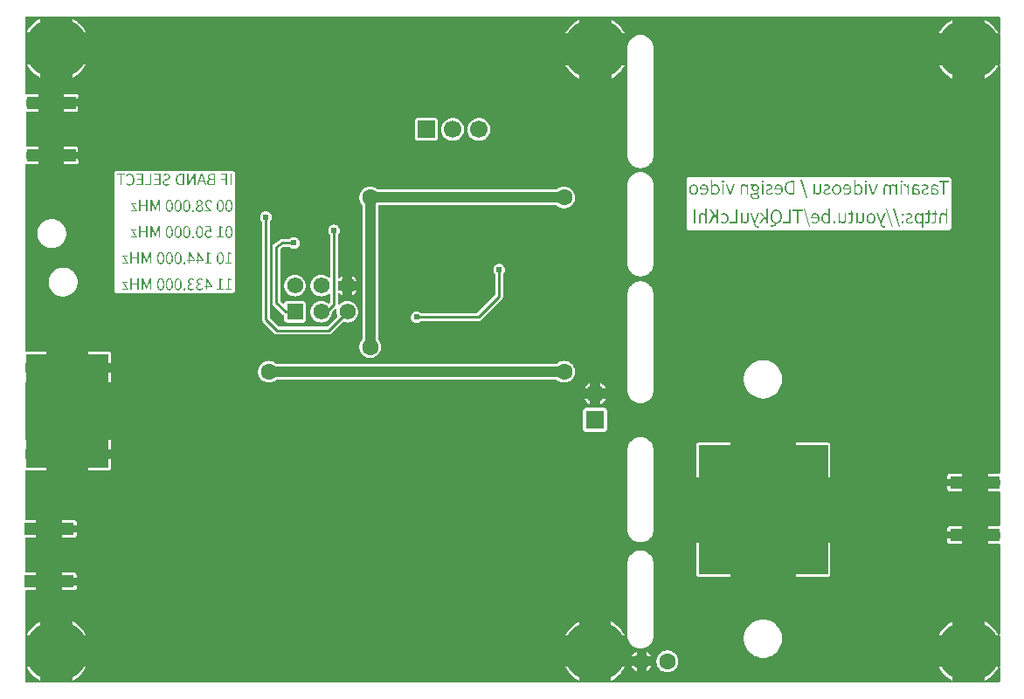
<source format=gbl>
G04 Layer: BottomLayer*
G04 EasyEDA v6.5.51, 2025-10-24 11:51:23*
G04 97615f8f373a41e584ce2743ba089a90,41e67a4a1722464fbd0118792d3d5ae6,10*
G04 Gerber Generator version 0.2*
G04 Scale: 100 percent, Rotated: No, Reflected: No *
G04 Dimensions in millimeters *
G04 leading zeros omitted , absolute positions ,4 integer and 5 decimal *
%FSLAX45Y45*%
%MOMM*%

%ADD10C,1.0000*%
%ADD11C,0.2540*%
%ADD12R,12.5000X12.5000*%
%ADD13R,4.8000X1.2000*%
%ADD14R,8.0000X11.0000*%
%ADD15R,1.7000X1.7000*%
%ADD16C,1.7000*%
%ADD17C,1.8000*%
%ADD18R,1.8000X1.8000*%
%ADD19R,0.0139X1.8000*%
%ADD20C,1.6000*%
%ADD21C,1.5748*%
%ADD22R,1.5748X1.5748*%
%ADD23C,6.0000*%
%ADD24R,1.6000X1.6000*%
%ADD25C,0.6200*%

%LPD*%
G36*
X36068Y-9484055D02*
G01*
X32156Y-9483293D01*
X28905Y-9481108D01*
X26670Y-9477806D01*
X25908Y-9473895D01*
X25908Y-9342882D01*
X26822Y-9338614D01*
X29464Y-9335109D01*
X30632Y-9334500D01*
X28905Y-9333331D01*
X26670Y-9330080D01*
X25908Y-9326168D01*
X25908Y-9033814D01*
X26670Y-9029903D01*
X28905Y-9026601D01*
X30632Y-9025432D01*
X29464Y-9024823D01*
X26822Y-9021368D01*
X25908Y-9017101D01*
X25908Y-8601049D01*
X26670Y-8597188D01*
X28905Y-8593886D01*
X32156Y-8591702D01*
X36068Y-8590889D01*
X133654Y-8590889D01*
X133654Y-8541359D01*
X36068Y-8541359D01*
X32156Y-8540597D01*
X28905Y-8538362D01*
X26670Y-8535060D01*
X25908Y-8531199D01*
X25908Y-8478824D01*
X26670Y-8474913D01*
X28905Y-8471611D01*
X32156Y-8469426D01*
X36068Y-8468664D01*
X133654Y-8468664D01*
X133654Y-8419084D01*
X36068Y-8419084D01*
X32156Y-8418322D01*
X28905Y-8416137D01*
X26670Y-8412835D01*
X25908Y-8408924D01*
X25908Y-8091068D01*
X26670Y-8087156D01*
X28905Y-8083854D01*
X32156Y-8081670D01*
X36068Y-8080908D01*
X133654Y-8080908D01*
X133654Y-8031327D01*
X36068Y-8031327D01*
X32156Y-8030565D01*
X28905Y-8028381D01*
X26670Y-8025079D01*
X25908Y-8021167D01*
X25908Y-7968792D01*
X26670Y-7964931D01*
X28905Y-7961630D01*
X32156Y-7959394D01*
X36068Y-7958632D01*
X133654Y-7958632D01*
X133654Y-7909102D01*
X36068Y-7909102D01*
X32156Y-7908290D01*
X28905Y-7906105D01*
X26670Y-7902803D01*
X25908Y-7898942D01*
X25908Y-7436053D01*
X26670Y-7432141D01*
X28905Y-7428890D01*
X32156Y-7426655D01*
X36068Y-7425893D01*
X228447Y-7425893D01*
X228447Y-7316317D01*
X176326Y-7316317D01*
X176326Y-7386066D01*
X175564Y-7389926D01*
X173380Y-7393228D01*
X170078Y-7395413D01*
X166166Y-7396225D01*
X93776Y-7396225D01*
X89916Y-7395413D01*
X86614Y-7393228D01*
X84429Y-7389926D01*
X83616Y-7386066D01*
X83616Y-7316317D01*
X36068Y-7316317D01*
X32156Y-7315555D01*
X28905Y-7313371D01*
X26670Y-7310069D01*
X25908Y-7306157D01*
X25908Y-7233818D01*
X26670Y-7229906D01*
X28905Y-7226604D01*
X32156Y-7224420D01*
X36068Y-7223658D01*
X83616Y-7223658D01*
X83616Y-7131354D01*
X36068Y-7131354D01*
X32156Y-7130542D01*
X28905Y-7128357D01*
X26670Y-7125055D01*
X25908Y-7121194D01*
X25908Y-6578803D01*
X26670Y-6574891D01*
X28905Y-6571589D01*
X32156Y-6569405D01*
X36068Y-6568643D01*
X83616Y-6568643D01*
X83616Y-6476339D01*
X36068Y-6476339D01*
X32156Y-6475577D01*
X28905Y-6473342D01*
X26670Y-6470040D01*
X25908Y-6466179D01*
X25908Y-6393789D01*
X26670Y-6389928D01*
X28905Y-6386626D01*
X32156Y-6384391D01*
X36068Y-6383629D01*
X83616Y-6383629D01*
X83616Y-6313932D01*
X84429Y-6310020D01*
X86614Y-6306718D01*
X89916Y-6304534D01*
X93776Y-6303772D01*
X166166Y-6303772D01*
X170078Y-6304534D01*
X173380Y-6306718D01*
X175564Y-6310020D01*
X176326Y-6313932D01*
X176326Y-6383629D01*
X228447Y-6383629D01*
X228447Y-6274054D01*
X36068Y-6274054D01*
X32156Y-6273292D01*
X28905Y-6271107D01*
X26670Y-6267805D01*
X25908Y-6263894D01*
X25908Y-4469434D01*
X26466Y-4466132D01*
X28041Y-4463237D01*
X30124Y-4460544D01*
X32664Y-4458208D01*
X35864Y-4456836D01*
X153060Y-4456734D01*
X153060Y-4407154D01*
X45466Y-4407154D01*
X41554Y-4406392D01*
X38252Y-4404207D01*
X36068Y-4400905D01*
X35306Y-4396994D01*
X35306Y-4344619D01*
X36068Y-4340758D01*
X38252Y-4337456D01*
X41554Y-4335221D01*
X45466Y-4334459D01*
X153060Y-4334459D01*
X153060Y-4284929D01*
X45466Y-4284929D01*
X41554Y-4284116D01*
X38252Y-4281932D01*
X36068Y-4278630D01*
X35306Y-4274769D01*
X35306Y-3956862D01*
X36068Y-3953001D01*
X38252Y-3949700D01*
X41554Y-3947515D01*
X45466Y-3946702D01*
X153060Y-3946702D01*
X153060Y-3897172D01*
X45466Y-3897172D01*
X41554Y-3896410D01*
X38252Y-3894175D01*
X36068Y-3890873D01*
X35306Y-3887012D01*
X35306Y-3834637D01*
X36068Y-3830726D01*
X38252Y-3827424D01*
X41554Y-3825240D01*
X45466Y-3824478D01*
X153060Y-3824478D01*
X153060Y-3774897D01*
X39979Y-3774897D01*
X36423Y-3774744D01*
X33324Y-3773525D01*
X30835Y-3771392D01*
X28295Y-3768394D01*
X26517Y-3765346D01*
X25908Y-3761841D01*
X25908Y-3492855D01*
X26822Y-3488588D01*
X29464Y-3485134D01*
X30632Y-3484524D01*
X28905Y-3483356D01*
X26670Y-3480054D01*
X25908Y-3476193D01*
X25908Y-3183788D01*
X26670Y-3179927D01*
X28905Y-3176625D01*
X30632Y-3175457D01*
X29464Y-3174847D01*
X26822Y-3171393D01*
X25908Y-3167126D01*
X25908Y-3036062D01*
X26670Y-3032150D01*
X28905Y-3028899D01*
X32156Y-3026664D01*
X36068Y-3025902D01*
X167436Y-3025902D01*
X171805Y-3026867D01*
X175310Y-3029610D01*
X179933Y-3026664D01*
X183794Y-3025902D01*
X476199Y-3025902D01*
X480059Y-3026664D01*
X483362Y-3028899D01*
X484327Y-3030321D01*
X484784Y-3029508D01*
X488238Y-3026867D01*
X492556Y-3025902D01*
X9463938Y-3025902D01*
X9467799Y-3026664D01*
X9471101Y-3028899D01*
X9473285Y-3032150D01*
X9474098Y-3036062D01*
X9474098Y-3177590D01*
X9473082Y-3181908D01*
X9470390Y-3185414D01*
X9473285Y-3189935D01*
X9474098Y-3193796D01*
X9474098Y-3486200D01*
X9473285Y-3490061D01*
X9470390Y-3494582D01*
X9473082Y-3498087D01*
X9474098Y-3502406D01*
X9474098Y-7448905D01*
X9473285Y-7452766D01*
X9471101Y-7456068D01*
X9467799Y-7458303D01*
X9463938Y-7459065D01*
X9356344Y-7459065D01*
X9356344Y-7508595D01*
X9463938Y-7508595D01*
X9467799Y-7509408D01*
X9471101Y-7511592D01*
X9473285Y-7514894D01*
X9474098Y-7518755D01*
X9474098Y-7571181D01*
X9473285Y-7575042D01*
X9471101Y-7578344D01*
X9467799Y-7580528D01*
X9463938Y-7581341D01*
X9356344Y-7581341D01*
X9356344Y-7630871D01*
X9463938Y-7630871D01*
X9467799Y-7631633D01*
X9471101Y-7633868D01*
X9473285Y-7637170D01*
X9474098Y-7641031D01*
X9474098Y-7958886D01*
X9473285Y-7962798D01*
X9471101Y-7966100D01*
X9467799Y-7968284D01*
X9463938Y-7969046D01*
X9356344Y-7969046D01*
X9356344Y-8018627D01*
X9463938Y-8018627D01*
X9467799Y-8019389D01*
X9471101Y-8021624D01*
X9473285Y-8024875D01*
X9474098Y-8028787D01*
X9474098Y-8081162D01*
X9473285Y-8085074D01*
X9471101Y-8088325D01*
X9467799Y-8090560D01*
X9463938Y-8091322D01*
X9356344Y-8091322D01*
X9356344Y-8140903D01*
X9463938Y-8140903D01*
X9467799Y-8141665D01*
X9471101Y-8143849D01*
X9473285Y-8147151D01*
X9474098Y-8151063D01*
X9474098Y-9017558D01*
X9473082Y-9021927D01*
X9470390Y-9025382D01*
X9473285Y-9029903D01*
X9474098Y-9033814D01*
X9474098Y-9326168D01*
X9473285Y-9330080D01*
X9470390Y-9334550D01*
X9473082Y-9338056D01*
X9474098Y-9342374D01*
X9474098Y-9473895D01*
X9473285Y-9477806D01*
X9471101Y-9481108D01*
X9467799Y-9483293D01*
X9463938Y-9484055D01*
X9332518Y-9484055D01*
X9328200Y-9483140D01*
X9324746Y-9480448D01*
X9324289Y-9479635D01*
X9323374Y-9481108D01*
X9320072Y-9483293D01*
X9316161Y-9484055D01*
X9023807Y-9484055D01*
X9019895Y-9483293D01*
X9015272Y-9480346D01*
X9011767Y-9483090D01*
X9007449Y-9484055D01*
X5712155Y-9484055D01*
X5707837Y-9483140D01*
X5704332Y-9480448D01*
X5703925Y-9479635D01*
X5702960Y-9481108D01*
X5699658Y-9483293D01*
X5695797Y-9484055D01*
X5403392Y-9484055D01*
X5399532Y-9483293D01*
X5394909Y-9480346D01*
X5391404Y-9483090D01*
X5387035Y-9484055D01*
X492506Y-9484055D01*
X488238Y-9483140D01*
X484733Y-9480448D01*
X484327Y-9479635D01*
X483362Y-9481108D01*
X480059Y-9483293D01*
X476199Y-9484055D01*
X183794Y-9484055D01*
X179933Y-9483293D01*
X175310Y-9480346D01*
X171805Y-9483090D01*
X167436Y-9484055D01*
G37*

%LPC*%
G36*
X9013647Y-9466173D02*
G01*
X9013647Y-9336328D01*
X8884107Y-9336328D01*
X8884615Y-9337446D01*
X8897670Y-9359087D01*
X8912402Y-9379610D01*
X8928658Y-9398965D01*
X8946337Y-9417050D01*
X8965387Y-9433661D01*
X8985656Y-9448749D01*
X9007043Y-9462211D01*
X9012174Y-9464903D01*
G37*
G36*
X5393232Y-9466173D02*
G01*
X5393232Y-9336328D01*
X5263692Y-9336328D01*
X5277307Y-9359087D01*
X5291988Y-9379610D01*
X5308244Y-9399016D01*
X5325973Y-9417050D01*
X5344972Y-9433661D01*
X5365242Y-9448749D01*
X5386628Y-9462211D01*
X5391759Y-9464903D01*
G37*
G36*
X173634Y-9466173D02*
G01*
X173634Y-9336328D01*
X43535Y-9336328D01*
X44754Y-9337598D01*
X57708Y-9359087D01*
X72390Y-9379610D01*
X88646Y-9398965D01*
X106375Y-9417050D01*
X125374Y-9433661D01*
X145643Y-9448749D01*
X167030Y-9462211D01*
X172161Y-9464903D01*
G37*
G36*
X486359Y-9466122D02*
G01*
X487426Y-9465106D01*
X503783Y-9455708D01*
X524611Y-9441383D01*
X544271Y-9425533D01*
X562660Y-9408160D01*
X579628Y-9389465D01*
X595122Y-9369501D01*
X609041Y-9348368D01*
X615645Y-9336328D01*
X486359Y-9336328D01*
G37*
G36*
X5705957Y-9466122D02*
G01*
X5707075Y-9465106D01*
X5723382Y-9455708D01*
X5744210Y-9441383D01*
X5763869Y-9425533D01*
X5782259Y-9408210D01*
X5799226Y-9389465D01*
X5814720Y-9369501D01*
X5828639Y-9348368D01*
X5835243Y-9336328D01*
X5705957Y-9336328D01*
G37*
G36*
X9326321Y-9466122D02*
G01*
X9327438Y-9465106D01*
X9343745Y-9455708D01*
X9364573Y-9441383D01*
X9384284Y-9425533D01*
X9402673Y-9408160D01*
X9419640Y-9389465D01*
X9435134Y-9369501D01*
X9449003Y-9348368D01*
X9454997Y-9337497D01*
X9456013Y-9336328D01*
X9326321Y-9336328D01*
G37*
G36*
X6249974Y-9385858D02*
G01*
X6263792Y-9384944D01*
X6277406Y-9382252D01*
X6290513Y-9377832D01*
X6302908Y-9371685D01*
X6314440Y-9363964D01*
X6324854Y-9354870D01*
X6333998Y-9344456D01*
X6341668Y-9332925D01*
X6347815Y-9320479D01*
X6352286Y-9307372D01*
X6354978Y-9293809D01*
X6355892Y-9279991D01*
X6354978Y-9266174D01*
X6352286Y-9252559D01*
X6347815Y-9239453D01*
X6341668Y-9227058D01*
X6333998Y-9215526D01*
X6324854Y-9205112D01*
X6314440Y-9195968D01*
X6302908Y-9188297D01*
X6290513Y-9182150D01*
X6277406Y-9177680D01*
X6263792Y-9174988D01*
X6249974Y-9174073D01*
X6236157Y-9174988D01*
X6222593Y-9177680D01*
X6209487Y-9182150D01*
X6197041Y-9188297D01*
X6185509Y-9195968D01*
X6175095Y-9205112D01*
X6166002Y-9215526D01*
X6158280Y-9227058D01*
X6152184Y-9239453D01*
X6147714Y-9252559D01*
X6145022Y-9266174D01*
X6144107Y-9279991D01*
X6145022Y-9293809D01*
X6147714Y-9307372D01*
X6152184Y-9320479D01*
X6158280Y-9332925D01*
X6166002Y-9344456D01*
X6175095Y-9354870D01*
X6185509Y-9363964D01*
X6197041Y-9371685D01*
X6209487Y-9377832D01*
X6222593Y-9382252D01*
X6236157Y-9384944D01*
G37*
G36*
X5953658Y-9374936D02*
G01*
X5953658Y-9326321D01*
X5905042Y-9326321D01*
X5908294Y-9332925D01*
X5915964Y-9344456D01*
X5925108Y-9354870D01*
X5935522Y-9363964D01*
X5947054Y-9371685D01*
G37*
G36*
X6046317Y-9374936D02*
G01*
X6052921Y-9371685D01*
X6064453Y-9363964D01*
X6074867Y-9354870D01*
X6084011Y-9344456D01*
X6091682Y-9332925D01*
X6094933Y-9326321D01*
X6046317Y-9326321D01*
G37*
G36*
X7167575Y-9245650D02*
G01*
X7186422Y-9245650D01*
X7205167Y-9243720D01*
X7223607Y-9239961D01*
X7241540Y-9234322D01*
X7258862Y-9226854D01*
X7275322Y-9217710D01*
X7290765Y-9206992D01*
X7305090Y-9194698D01*
X7318044Y-9181084D01*
X7329576Y-9166148D01*
X7339533Y-9150197D01*
X7347813Y-9133281D01*
X7354366Y-9115602D01*
X7359091Y-9097416D01*
X7361936Y-9078772D01*
X7362901Y-9059976D01*
X7361936Y-9041180D01*
X7359091Y-9022537D01*
X7354366Y-9004350D01*
X7347813Y-8986672D01*
X7339533Y-8969756D01*
X7329576Y-8953804D01*
X7318044Y-8938869D01*
X7305090Y-8925255D01*
X7290765Y-8912961D01*
X7275322Y-8902242D01*
X7258862Y-8893098D01*
X7241540Y-8885631D01*
X7223607Y-8879992D01*
X7205167Y-8876233D01*
X7186422Y-8874302D01*
X7167575Y-8874302D01*
X7148830Y-8876233D01*
X7130389Y-8879992D01*
X7112457Y-8885631D01*
X7095134Y-8893098D01*
X7078675Y-8902242D01*
X7063231Y-8912961D01*
X7048906Y-8925255D01*
X7035952Y-8938869D01*
X7024420Y-8953804D01*
X7014464Y-8969756D01*
X7006183Y-8986672D01*
X6999630Y-9004350D01*
X6994906Y-9022537D01*
X6992061Y-9041180D01*
X6991096Y-9059976D01*
X6992061Y-9078772D01*
X6994906Y-9097416D01*
X6999630Y-9115602D01*
X7006183Y-9133281D01*
X7014464Y-9150197D01*
X7024420Y-9166148D01*
X7035952Y-9181084D01*
X7048906Y-9194698D01*
X7063231Y-9206992D01*
X7078675Y-9217710D01*
X7095134Y-9226854D01*
X7112457Y-9234322D01*
X7130389Y-9239961D01*
X7148830Y-9243720D01*
G37*
G36*
X6046317Y-9233611D02*
G01*
X6094933Y-9233611D01*
X6091682Y-9227058D01*
X6084011Y-9215526D01*
X6074867Y-9205112D01*
X6064453Y-9195968D01*
X6052921Y-9188297D01*
X6046317Y-9185046D01*
G37*
G36*
X5905042Y-9233611D02*
G01*
X5953658Y-9233611D01*
X5953658Y-9185046D01*
X5947054Y-9188297D01*
X5935522Y-9195968D01*
X5925108Y-9205112D01*
X5915964Y-9215526D01*
X5908294Y-9227058D01*
G37*
G36*
X5984341Y-9154922D02*
G01*
X5996432Y-9154922D01*
X6004052Y-9154160D01*
X6013551Y-9152839D01*
X6017514Y-9152026D01*
X6030112Y-9148521D01*
X6033922Y-9147200D01*
X6045911Y-9142018D01*
X6049518Y-9140139D01*
X6060694Y-9133382D01*
X6063996Y-9131046D01*
X6074156Y-9122867D01*
X6077102Y-9120124D01*
X6086043Y-9110573D01*
X6088634Y-9107474D01*
X6096203Y-9096806D01*
X6098336Y-9093403D01*
X6104382Y-9081820D01*
X6106007Y-9078112D01*
X6110478Y-9065818D01*
X6111595Y-9061958D01*
X6114288Y-9049156D01*
X6114897Y-9045143D01*
X6115964Y-9029750D01*
X6115964Y-8330234D01*
X6115050Y-8314893D01*
X6114542Y-8310880D01*
X6111951Y-8297976D01*
X6110884Y-8294014D01*
X6106515Y-8281568D01*
X6104940Y-8277859D01*
X6098895Y-8266074D01*
X6096812Y-8262620D01*
X6089243Y-8251799D01*
X6086703Y-8248650D01*
X6077762Y-8238947D01*
X6074765Y-8236153D01*
X6064554Y-8227822D01*
X6061252Y-8225434D01*
X6050026Y-8218576D01*
X6046419Y-8216696D01*
X6034328Y-8211413D01*
X6030468Y-8210042D01*
X6017768Y-8206435D01*
X6013805Y-8205622D01*
X6000750Y-8203793D01*
X5996686Y-8203539D01*
X5983478Y-8203539D01*
X5979414Y-8203793D01*
X5966358Y-8205622D01*
X5962396Y-8206435D01*
X5949696Y-8209991D01*
X5945835Y-8211362D01*
X5933744Y-8216646D01*
X5930138Y-8218525D01*
X5918911Y-8225383D01*
X5915558Y-8227771D01*
X5905347Y-8236102D01*
X5902401Y-8238896D01*
X5893409Y-8248599D01*
X5890869Y-8251748D01*
X5883300Y-8262569D01*
X5881217Y-8266023D01*
X5875223Y-8277758D01*
X5873597Y-8281517D01*
X5869228Y-8293963D01*
X5868162Y-8297875D01*
X5865571Y-8310829D01*
X5865063Y-8314690D01*
X5864098Y-8330285D01*
X5864148Y-9029598D01*
X5865215Y-9045194D01*
X5865774Y-9049156D01*
X5868517Y-9061958D01*
X5869635Y-9065818D01*
X5874054Y-9078112D01*
X5875680Y-9081820D01*
X5881725Y-9093250D01*
X5885434Y-9098991D01*
X5891479Y-9107474D01*
X5894019Y-9110573D01*
X5903010Y-9120124D01*
X5905957Y-9122867D01*
X5916117Y-9131046D01*
X5919419Y-9133382D01*
X5930595Y-9140139D01*
X5934202Y-9142018D01*
X5946190Y-9147200D01*
X5950000Y-9148521D01*
X5962599Y-9152026D01*
X5966510Y-9152839D01*
X5979414Y-9154617D01*
G37*
G36*
X486359Y-9023654D02*
G01*
X615645Y-9023654D01*
X609041Y-9011564D01*
X595122Y-8990482D01*
X579628Y-8970518D01*
X562660Y-8951772D01*
X544271Y-8934450D01*
X524611Y-8918549D01*
X503783Y-8904274D01*
X486359Y-8894216D01*
G37*
G36*
X5705957Y-9023654D02*
G01*
X5835243Y-9023654D01*
X5828639Y-9011615D01*
X5814720Y-8990482D01*
X5799226Y-8970518D01*
X5782259Y-8951772D01*
X5763869Y-8934450D01*
X5744210Y-8918600D01*
X5723382Y-8904274D01*
X5705957Y-8894216D01*
G37*
G36*
X8884107Y-9023654D02*
G01*
X9013647Y-9023654D01*
X9013647Y-8894267D01*
X9007043Y-8897721D01*
X8985656Y-8911234D01*
X8965387Y-8926322D01*
X8946337Y-8942933D01*
X8928658Y-8960967D01*
X8912402Y-8980322D01*
X8897670Y-9000896D01*
X8884615Y-9022537D01*
G37*
G36*
X5263692Y-9023654D02*
G01*
X5393232Y-9023654D01*
X5393232Y-8894267D01*
X5386628Y-8897772D01*
X5365242Y-8911234D01*
X5344972Y-8926322D01*
X5325973Y-8942933D01*
X5308244Y-8960967D01*
X5291988Y-8980322D01*
X5277307Y-9000896D01*
G37*
G36*
X9326321Y-9023654D02*
G01*
X9456013Y-9023654D01*
X9454997Y-9022486D01*
X9449003Y-9011564D01*
X9435134Y-8990482D01*
X9419640Y-8970518D01*
X9402673Y-8951772D01*
X9384284Y-8934450D01*
X9364573Y-8918549D01*
X9343745Y-8904274D01*
X9326321Y-8894216D01*
G37*
G36*
X43535Y-9023654D02*
G01*
X173634Y-9023654D01*
X173634Y-8894267D01*
X167030Y-8897721D01*
X145643Y-8911234D01*
X125374Y-8926322D01*
X106375Y-8942933D01*
X88646Y-8960967D01*
X72390Y-8980322D01*
X57708Y-9000896D01*
X44754Y-9022334D01*
G37*
G36*
X386334Y-8590889D02*
G01*
X499414Y-8590889D01*
X505764Y-8590178D01*
X511200Y-8588298D01*
X516128Y-8585200D01*
X520192Y-8581136D01*
X523290Y-8576208D01*
X525170Y-8570772D01*
X525881Y-8564422D01*
X525881Y-8541359D01*
X386334Y-8541359D01*
G37*
G36*
X386334Y-8468664D02*
G01*
X525881Y-8468664D01*
X525881Y-8445550D01*
X525170Y-8439251D01*
X523290Y-8433765D01*
X520192Y-8428888D01*
X516128Y-8424773D01*
X511200Y-8421725D01*
X505764Y-8419795D01*
X499414Y-8419084D01*
X386334Y-8419084D01*
G37*
G36*
X6555587Y-8460892D02*
G01*
X6861149Y-8460892D01*
X6861149Y-8276336D01*
X6786321Y-8276336D01*
X6786321Y-8346033D01*
X6785559Y-8349945D01*
X6783374Y-8353247D01*
X6780072Y-8355431D01*
X6776161Y-8356193D01*
X6703822Y-8356193D01*
X6699910Y-8355431D01*
X6696608Y-8353247D01*
X6694424Y-8349945D01*
X6693662Y-8346033D01*
X6693662Y-8276336D01*
X6623913Y-8276336D01*
X6620052Y-8275574D01*
X6616750Y-8273338D01*
X6614515Y-8270036D01*
X6613753Y-8266175D01*
X6613753Y-8193786D01*
X6614515Y-8189874D01*
X6616750Y-8186623D01*
X6620052Y-8184388D01*
X6623913Y-8183625D01*
X6693662Y-8183625D01*
X6693662Y-8128863D01*
X6529070Y-8128863D01*
X6529070Y-8434425D01*
X6529781Y-8440724D01*
X6531711Y-8446211D01*
X6534810Y-8451088D01*
X6538874Y-8455202D01*
X6543802Y-8458250D01*
X6549237Y-8460181D01*
G37*
G36*
X7498842Y-8460892D02*
G01*
X7804403Y-8460892D01*
X7810753Y-8460181D01*
X7816189Y-8458250D01*
X7821117Y-8455202D01*
X7825181Y-8451088D01*
X7828280Y-8446211D01*
X7830210Y-8440724D01*
X7830921Y-8434425D01*
X7830921Y-8128863D01*
X7626350Y-8128863D01*
X7626350Y-8183625D01*
X7696047Y-8183625D01*
X7699959Y-8184388D01*
X7703261Y-8186623D01*
X7705445Y-8189874D01*
X7706207Y-8193786D01*
X7706207Y-8266175D01*
X7705445Y-8270036D01*
X7703261Y-8273338D01*
X7699959Y-8275574D01*
X7696047Y-8276336D01*
X7626350Y-8276336D01*
X7626350Y-8346033D01*
X7625588Y-8349945D01*
X7623352Y-8353247D01*
X7620050Y-8355431D01*
X7616190Y-8356193D01*
X7543800Y-8356193D01*
X7539888Y-8355431D01*
X7536637Y-8353247D01*
X7534402Y-8349945D01*
X7533640Y-8346033D01*
X7533640Y-8276336D01*
X7498842Y-8276336D01*
G37*
G36*
X7498842Y-8183625D02*
G01*
X7533640Y-8183625D01*
X7533640Y-8128863D01*
X7498842Y-8128863D01*
G37*
G36*
X6786321Y-8183625D02*
G01*
X6861149Y-8183625D01*
X6861149Y-8128863D01*
X6786321Y-8128863D01*
G37*
G36*
X8990584Y-8140903D02*
G01*
X9103664Y-8140903D01*
X9103664Y-8091322D01*
X8964066Y-8091322D01*
X8964066Y-8114385D01*
X8964777Y-8120735D01*
X8966708Y-8126171D01*
X8969806Y-8131098D01*
X8973870Y-8135162D01*
X8978798Y-8138261D01*
X8984234Y-8140192D01*
G37*
G36*
X5983528Y-8124901D02*
G01*
X5996584Y-8124901D01*
X6000597Y-8124647D01*
X6013551Y-8122869D01*
X6017514Y-8122056D01*
X6030112Y-8118551D01*
X6033922Y-8117179D01*
X6045911Y-8111998D01*
X6049518Y-8110169D01*
X6060694Y-8103412D01*
X6063996Y-8101075D01*
X6074156Y-8092846D01*
X6077102Y-8090103D01*
X6086043Y-8080603D01*
X6088634Y-8077453D01*
X6096203Y-8066836D01*
X6098336Y-8063382D01*
X6104382Y-8051800D01*
X6106007Y-8048142D01*
X6110478Y-8035848D01*
X6111595Y-8031937D01*
X6114288Y-8019186D01*
X6114897Y-8015173D01*
X6115964Y-7999730D01*
X6115913Y-7230262D01*
X6114999Y-7214971D01*
X6114491Y-7210958D01*
X6111900Y-7198004D01*
X6110833Y-7194092D01*
X6106464Y-7181646D01*
X6104890Y-7177887D01*
X6098895Y-7166152D01*
X6096762Y-7162647D01*
X6089192Y-7151827D01*
X6086652Y-7148677D01*
X6077712Y-7139025D01*
X6074714Y-7136231D01*
X6064554Y-7127849D01*
X6061202Y-7125512D01*
X6049975Y-7118603D01*
X6046368Y-7116724D01*
X6034278Y-7111441D01*
X6030417Y-7110069D01*
X6017717Y-7106513D01*
X6013754Y-7105650D01*
X6000699Y-7103872D01*
X5996635Y-7103567D01*
X5983427Y-7103567D01*
X5979363Y-7103872D01*
X5966307Y-7105650D01*
X5962345Y-7106513D01*
X5949645Y-7110069D01*
X5945784Y-7111441D01*
X5933694Y-7116724D01*
X5930087Y-7118603D01*
X5918860Y-7125462D01*
X5915507Y-7127798D01*
X5905296Y-7136180D01*
X5902350Y-7138974D01*
X5893358Y-7148626D01*
X5890818Y-7151776D01*
X5883249Y-7162596D01*
X5881166Y-7166102D01*
X5875172Y-7177836D01*
X5873546Y-7181545D01*
X5869178Y-7193991D01*
X5868111Y-7197953D01*
X5865520Y-7210856D01*
X5865012Y-7214870D01*
X5864098Y-7230262D01*
X5864148Y-7999730D01*
X5865215Y-8015173D01*
X5865774Y-8019186D01*
X5868517Y-8031937D01*
X5869635Y-8035848D01*
X5874054Y-8048142D01*
X5875680Y-8051800D01*
X5881776Y-8063382D01*
X5883910Y-8066836D01*
X5891479Y-8077453D01*
X5894019Y-8080603D01*
X5903010Y-8090103D01*
X5905957Y-8092846D01*
X5916117Y-8101075D01*
X5919419Y-8103412D01*
X5930595Y-8110169D01*
X5934202Y-8111998D01*
X5946190Y-8117179D01*
X5950000Y-8118551D01*
X5962599Y-8122056D01*
X5966510Y-8122869D01*
X5979464Y-8124647D01*
G37*
G36*
X386334Y-8080908D02*
G01*
X499414Y-8080908D01*
X505764Y-8080197D01*
X511200Y-8078266D01*
X516128Y-8075218D01*
X520192Y-8071103D01*
X523290Y-8066227D01*
X525170Y-8060740D01*
X525881Y-8054441D01*
X525881Y-8031327D01*
X386334Y-8031327D01*
G37*
G36*
X8964066Y-8018627D02*
G01*
X9103664Y-8018627D01*
X9103664Y-7969046D01*
X8990584Y-7969046D01*
X8984234Y-7969758D01*
X8978798Y-7971688D01*
X8973870Y-7974787D01*
X8969806Y-7978851D01*
X8966708Y-7983778D01*
X8964777Y-7989214D01*
X8964066Y-7995564D01*
G37*
G36*
X386334Y-7958632D02*
G01*
X525881Y-7958632D01*
X525881Y-7935569D01*
X525170Y-7929219D01*
X523290Y-7923784D01*
X520192Y-7918856D01*
X516128Y-7914792D01*
X511200Y-7911693D01*
X505764Y-7909814D01*
X499414Y-7909102D01*
X386334Y-7909102D01*
G37*
G36*
X8990584Y-7630871D02*
G01*
X9103664Y-7630871D01*
X9103664Y-7581341D01*
X8964066Y-7581341D01*
X8964066Y-7604404D01*
X8964777Y-7610703D01*
X8966708Y-7616190D01*
X8969806Y-7621066D01*
X8973870Y-7625181D01*
X8978798Y-7628229D01*
X8984234Y-7630159D01*
G37*
G36*
X8964066Y-7508595D02*
G01*
X9103664Y-7508595D01*
X9103664Y-7459065D01*
X8990584Y-7459065D01*
X8984234Y-7459776D01*
X8978798Y-7461707D01*
X8973870Y-7464755D01*
X8969806Y-7468870D01*
X8966708Y-7473746D01*
X8964777Y-7479233D01*
X8964066Y-7485532D01*
G37*
G36*
X7498842Y-7491120D02*
G01*
X7533640Y-7491120D01*
X7533640Y-7436307D01*
X7498842Y-7436307D01*
G37*
G36*
X6786321Y-7491120D02*
G01*
X6861149Y-7491120D01*
X6861149Y-7436307D01*
X6786321Y-7436307D01*
G37*
G36*
X7626350Y-7491120D02*
G01*
X7830921Y-7491120D01*
X7830921Y-7185558D01*
X7830210Y-7179259D01*
X7828280Y-7173772D01*
X7825181Y-7168896D01*
X7821117Y-7164781D01*
X7816189Y-7161682D01*
X7810753Y-7159802D01*
X7804403Y-7159091D01*
X7498842Y-7159091D01*
X7498842Y-7343648D01*
X7533640Y-7343648D01*
X7533640Y-7273899D01*
X7534402Y-7270038D01*
X7536637Y-7266736D01*
X7539888Y-7264501D01*
X7543800Y-7263739D01*
X7616190Y-7263739D01*
X7620050Y-7264501D01*
X7623352Y-7266736D01*
X7625588Y-7270038D01*
X7626350Y-7273899D01*
X7626350Y-7343648D01*
X7696047Y-7343648D01*
X7699959Y-7344409D01*
X7703261Y-7346594D01*
X7705445Y-7349896D01*
X7706207Y-7353808D01*
X7706207Y-7426147D01*
X7705445Y-7430058D01*
X7703261Y-7433360D01*
X7699959Y-7435545D01*
X7696047Y-7436307D01*
X7626350Y-7436307D01*
G37*
G36*
X6529070Y-7491120D02*
G01*
X6693662Y-7491120D01*
X6693662Y-7436307D01*
X6623913Y-7436307D01*
X6620052Y-7435545D01*
X6616750Y-7433360D01*
X6614515Y-7430058D01*
X6613753Y-7426147D01*
X6613753Y-7353808D01*
X6614515Y-7349896D01*
X6616750Y-7346594D01*
X6620052Y-7344409D01*
X6623913Y-7343648D01*
X6693662Y-7343648D01*
X6693662Y-7273899D01*
X6694424Y-7270038D01*
X6696608Y-7266736D01*
X6699910Y-7264501D01*
X6703822Y-7263739D01*
X6776161Y-7263739D01*
X6780072Y-7264501D01*
X6783374Y-7266736D01*
X6785559Y-7270038D01*
X6786321Y-7273899D01*
X6786321Y-7343648D01*
X6861149Y-7343648D01*
X6861149Y-7159091D01*
X6555587Y-7159091D01*
X6549237Y-7159802D01*
X6543802Y-7161682D01*
X6538874Y-7164781D01*
X6534810Y-7168896D01*
X6531711Y-7173772D01*
X6529781Y-7179259D01*
X6529070Y-7185558D01*
G37*
G36*
X641146Y-7425893D02*
G01*
X834237Y-7425893D01*
X840536Y-7425181D01*
X846023Y-7423251D01*
X850900Y-7420203D01*
X855014Y-7416088D01*
X858062Y-7411212D01*
X859993Y-7405725D01*
X860704Y-7399426D01*
X860704Y-7316317D01*
X796340Y-7316317D01*
X796340Y-7386066D01*
X795578Y-7389926D01*
X793343Y-7393228D01*
X790041Y-7395413D01*
X786180Y-7396225D01*
X713790Y-7396225D01*
X709930Y-7395413D01*
X706628Y-7393228D01*
X704392Y-7389926D01*
X703630Y-7386066D01*
X703630Y-7316317D01*
X641146Y-7316317D01*
G37*
G36*
X176326Y-7223658D02*
G01*
X228447Y-7223658D01*
X228447Y-7131354D01*
X176326Y-7131354D01*
G37*
G36*
X641146Y-7223658D02*
G01*
X703630Y-7223658D01*
X703630Y-7131354D01*
X641146Y-7131354D01*
G37*
G36*
X796340Y-7223658D02*
G01*
X860704Y-7223658D01*
X860704Y-7131354D01*
X796340Y-7131354D01*
G37*
G36*
X5460542Y-7052919D02*
G01*
X5639409Y-7052919D01*
X5645759Y-7052157D01*
X5651195Y-7050278D01*
X5656122Y-7047179D01*
X5660186Y-7043115D01*
X5663285Y-7038187D01*
X5665165Y-7032752D01*
X5665876Y-7026402D01*
X5665876Y-6847535D01*
X5665165Y-6841236D01*
X5663285Y-6835749D01*
X5660186Y-6830872D01*
X5656122Y-6826758D01*
X5651195Y-6823709D01*
X5645759Y-6821779D01*
X5639409Y-6821068D01*
X5460542Y-6821068D01*
X5454243Y-6821779D01*
X5448757Y-6823709D01*
X5443880Y-6826758D01*
X5439765Y-6830872D01*
X5436717Y-6835749D01*
X5434787Y-6841236D01*
X5434076Y-6847535D01*
X5434076Y-7026402D01*
X5434787Y-7032752D01*
X5436717Y-7038187D01*
X5439765Y-7043115D01*
X5443880Y-7047179D01*
X5448757Y-7050278D01*
X5454243Y-7052157D01*
G37*
G36*
X5601360Y-6786625D02*
G01*
X5605830Y-6784543D01*
X5618124Y-6776720D01*
X5629300Y-6767474D01*
X5639257Y-6756857D01*
X5647842Y-6745071D01*
X5653735Y-6734352D01*
X5601360Y-6734352D01*
G37*
G36*
X5498642Y-6786625D02*
G01*
X5498642Y-6734352D01*
X5446217Y-6734352D01*
X5452160Y-6745071D01*
X5460695Y-6756857D01*
X5470652Y-6767474D01*
X5481878Y-6776720D01*
X5494172Y-6784543D01*
G37*
G36*
X5983478Y-6774942D02*
G01*
X5996533Y-6774942D01*
X6000546Y-6774688D01*
X6013500Y-6772909D01*
X6017463Y-6772097D01*
X6030061Y-6768592D01*
X6033871Y-6767220D01*
X6045860Y-6762038D01*
X6049467Y-6760209D01*
X6060643Y-6753453D01*
X6063945Y-6751116D01*
X6074105Y-6742887D01*
X6077051Y-6740144D01*
X6085992Y-6730644D01*
X6088583Y-6727545D01*
X6096152Y-6716877D01*
X6098286Y-6713423D01*
X6104331Y-6701840D01*
X6105956Y-6698183D01*
X6110427Y-6685889D01*
X6111544Y-6681978D01*
X6114288Y-6669227D01*
X6114846Y-6665163D01*
X6115913Y-6649770D01*
X6115913Y-5720283D01*
X6114999Y-5704941D01*
X6114491Y-5700928D01*
X6111900Y-5688025D01*
X6110833Y-5684062D01*
X6106464Y-5671616D01*
X6104890Y-5667908D01*
X6098844Y-5656122D01*
X6096762Y-5652668D01*
X6089192Y-5641848D01*
X6086652Y-5638698D01*
X6077712Y-5628995D01*
X6074714Y-5626201D01*
X6064504Y-5617870D01*
X6061202Y-5615482D01*
X6049975Y-5608624D01*
X6046368Y-5606745D01*
X6034278Y-5601462D01*
X6030417Y-5600090D01*
X6017717Y-5596483D01*
X6013754Y-5595670D01*
X6000699Y-5593842D01*
X5996635Y-5593588D01*
X5983427Y-5593588D01*
X5979363Y-5593842D01*
X5966307Y-5595670D01*
X5962345Y-5596483D01*
X5949645Y-5600039D01*
X5945784Y-5601411D01*
X5933694Y-5606694D01*
X5930087Y-5608574D01*
X5918860Y-5615432D01*
X5915507Y-5617819D01*
X5905296Y-5626150D01*
X5902350Y-5628944D01*
X5893358Y-5638647D01*
X5890818Y-5641797D01*
X5883249Y-5652617D01*
X5881166Y-5656072D01*
X5875121Y-5667806D01*
X5873546Y-5671566D01*
X5869178Y-5684012D01*
X5868111Y-5687923D01*
X5865520Y-5700877D01*
X5864961Y-5704840D01*
X5864098Y-5720283D01*
X5864098Y-6649821D01*
X5865164Y-6665214D01*
X5865723Y-6669227D01*
X5868466Y-6681978D01*
X5869584Y-6685889D01*
X5874004Y-6698183D01*
X5875680Y-6701840D01*
X5881725Y-6713423D01*
X5883859Y-6716877D01*
X5891428Y-6727545D01*
X5893968Y-6730644D01*
X5902960Y-6740144D01*
X5905906Y-6742887D01*
X5916066Y-6751116D01*
X5919368Y-6753453D01*
X5930544Y-6760209D01*
X5934151Y-6762038D01*
X5946140Y-6767220D01*
X5949950Y-6768592D01*
X5962548Y-6772097D01*
X5966510Y-6772909D01*
X5979414Y-6774688D01*
G37*
G36*
X7167575Y-6730136D02*
G01*
X7186422Y-6730136D01*
X7205167Y-6728256D01*
X7223607Y-6724446D01*
X7241540Y-6718808D01*
X7258862Y-6711391D01*
X7275322Y-6702247D01*
X7290765Y-6691477D01*
X7305090Y-6679234D01*
X7318044Y-6665569D01*
X7329576Y-6650685D01*
X7339533Y-6634683D01*
X7347813Y-6617817D01*
X7354366Y-6600139D01*
X7359091Y-6581902D01*
X7361936Y-6563309D01*
X7362901Y-6544513D01*
X7361936Y-6525666D01*
X7359091Y-6507073D01*
X7354366Y-6488836D01*
X7347813Y-6471158D01*
X7339533Y-6454292D01*
X7329576Y-6438290D01*
X7318044Y-6423406D01*
X7305090Y-6409740D01*
X7290765Y-6397498D01*
X7275322Y-6386728D01*
X7258862Y-6377584D01*
X7241540Y-6370167D01*
X7223607Y-6364528D01*
X7205167Y-6360718D01*
X7186422Y-6358839D01*
X7167575Y-6358839D01*
X7148830Y-6360718D01*
X7130389Y-6364528D01*
X7112457Y-6370167D01*
X7095134Y-6377584D01*
X7078675Y-6386728D01*
X7063231Y-6397498D01*
X7048906Y-6409740D01*
X7035952Y-6423406D01*
X7024420Y-6438290D01*
X7014464Y-6454292D01*
X7006183Y-6471158D01*
X6999630Y-6488836D01*
X6994906Y-6507073D01*
X6992061Y-6525666D01*
X6991096Y-6544513D01*
X6992061Y-6563309D01*
X6994906Y-6581902D01*
X6999630Y-6600139D01*
X7006183Y-6617817D01*
X7014464Y-6634683D01*
X7024420Y-6650685D01*
X7035952Y-6665569D01*
X7048906Y-6679234D01*
X7063231Y-6691477D01*
X7078675Y-6702247D01*
X7095134Y-6711391D01*
X7112457Y-6718808D01*
X7130389Y-6724446D01*
X7148830Y-6728256D01*
G37*
G36*
X5446217Y-6631635D02*
G01*
X5498642Y-6631635D01*
X5498642Y-6579311D01*
X5494172Y-6581444D01*
X5481878Y-6589217D01*
X5470652Y-6598513D01*
X5460695Y-6609130D01*
X5452160Y-6620865D01*
G37*
G36*
X5601360Y-6631635D02*
G01*
X5653735Y-6631635D01*
X5647842Y-6620865D01*
X5639257Y-6609130D01*
X5629300Y-6598513D01*
X5618124Y-6589217D01*
X5605830Y-6581444D01*
X5601360Y-6579311D01*
G37*
G36*
X2389936Y-6575755D02*
G01*
X2403754Y-6574840D01*
X2417368Y-6572148D01*
X2430475Y-6567678D01*
X2442870Y-6561581D01*
X2454402Y-6553860D01*
X2460752Y-6548323D01*
X2463850Y-6546443D01*
X2467457Y-6545783D01*
X5172557Y-6545783D01*
X5176113Y-6546443D01*
X5179263Y-6548323D01*
X5185460Y-6553758D01*
X5196992Y-6561480D01*
X5209438Y-6567576D01*
X5222544Y-6572046D01*
X5236108Y-6574739D01*
X5249926Y-6575653D01*
X5263743Y-6574739D01*
X5277358Y-6572046D01*
X5290464Y-6567576D01*
X5302859Y-6561480D01*
X5314391Y-6553758D01*
X5324805Y-6544665D01*
X5333949Y-6534251D01*
X5341620Y-6522720D01*
X5347766Y-6510274D01*
X5352237Y-6497167D01*
X5354929Y-6483604D01*
X5355844Y-6469786D01*
X5354929Y-6455968D01*
X5352237Y-6442354D01*
X5347766Y-6429248D01*
X5341620Y-6416852D01*
X5333949Y-6405321D01*
X5324805Y-6394907D01*
X5314391Y-6385763D01*
X5302859Y-6378092D01*
X5290464Y-6371945D01*
X5277358Y-6367475D01*
X5263743Y-6364782D01*
X5249926Y-6363868D01*
X5236108Y-6364782D01*
X5222544Y-6367475D01*
X5209438Y-6371945D01*
X5196992Y-6378092D01*
X5185460Y-6385763D01*
X5179009Y-6391452D01*
X5175859Y-6393332D01*
X5172303Y-6393992D01*
X2467508Y-6393992D01*
X2463901Y-6393332D01*
X2460802Y-6391452D01*
X2454402Y-6385864D01*
X2442870Y-6378143D01*
X2430475Y-6372047D01*
X2417368Y-6367576D01*
X2403754Y-6364884D01*
X2389936Y-6363970D01*
X2376119Y-6364884D01*
X2362555Y-6367576D01*
X2349449Y-6372047D01*
X2337003Y-6378143D01*
X2325471Y-6385864D01*
X2315057Y-6395008D01*
X2305964Y-6405422D01*
X2298242Y-6416903D01*
X2292146Y-6429349D01*
X2287676Y-6442456D01*
X2284984Y-6456019D01*
X2284069Y-6469888D01*
X2284984Y-6483705D01*
X2287676Y-6497269D01*
X2292146Y-6510375D01*
X2298242Y-6522821D01*
X2305964Y-6534302D01*
X2315057Y-6544716D01*
X2325471Y-6553860D01*
X2337003Y-6561581D01*
X2349449Y-6567678D01*
X2362555Y-6572148D01*
X2376119Y-6574840D01*
G37*
G36*
X176326Y-6568643D02*
G01*
X228447Y-6568643D01*
X228447Y-6476339D01*
X176326Y-6476339D01*
G37*
G36*
X641146Y-6568643D02*
G01*
X703630Y-6568643D01*
X703630Y-6476339D01*
X641146Y-6476339D01*
G37*
G36*
X796340Y-6568643D02*
G01*
X860704Y-6568643D01*
X860704Y-6476339D01*
X796340Y-6476339D01*
G37*
G36*
X641146Y-6383629D02*
G01*
X703630Y-6383629D01*
X703630Y-6313932D01*
X704392Y-6310020D01*
X706628Y-6306718D01*
X709930Y-6304534D01*
X713790Y-6303772D01*
X786180Y-6303772D01*
X790041Y-6304534D01*
X793343Y-6306718D01*
X795578Y-6310020D01*
X796340Y-6313932D01*
X796340Y-6383629D01*
X860704Y-6383629D01*
X860704Y-6300571D01*
X859993Y-6294221D01*
X858062Y-6288786D01*
X855014Y-6283858D01*
X850900Y-6279794D01*
X846023Y-6276695D01*
X840536Y-6274765D01*
X834237Y-6274054D01*
X641146Y-6274054D01*
G37*
G36*
X3369970Y-6335725D02*
G01*
X3383787Y-6334861D01*
X3397351Y-6332118D01*
X3410508Y-6327698D01*
X3422904Y-6321552D01*
X3434435Y-6313881D01*
X3444849Y-6304737D01*
X3453993Y-6294323D01*
X3461664Y-6282791D01*
X3467811Y-6270396D01*
X3472230Y-6257290D01*
X3474974Y-6243675D01*
X3475837Y-6229858D01*
X3474974Y-6216040D01*
X3472230Y-6202476D01*
X3467811Y-6189319D01*
X3461664Y-6176924D01*
X3453993Y-6165392D01*
X3448405Y-6159093D01*
X3446576Y-6155944D01*
X3445916Y-6152388D01*
X3445916Y-4866081D01*
X3446678Y-4862169D01*
X3448862Y-4858867D01*
X3452164Y-4856683D01*
X3456076Y-4855921D01*
X5172608Y-4855921D01*
X5176215Y-4856581D01*
X5179314Y-4858410D01*
X5185511Y-4863846D01*
X5196992Y-4871567D01*
X5209438Y-4877663D01*
X5222544Y-4882134D01*
X5236159Y-4884826D01*
X5249976Y-4885740D01*
X5263794Y-4884826D01*
X5277358Y-4882134D01*
X5290464Y-4877663D01*
X5302910Y-4871567D01*
X5314442Y-4863846D01*
X5324856Y-4854702D01*
X5333949Y-4844288D01*
X5341670Y-4832807D01*
X5347766Y-4820361D01*
X5352237Y-4807254D01*
X5354929Y-4793640D01*
X5355844Y-4779822D01*
X5354929Y-4766005D01*
X5352237Y-4752441D01*
X5347766Y-4739335D01*
X5341670Y-4726889D01*
X5333949Y-4715408D01*
X5324856Y-4704994D01*
X5314442Y-4695850D01*
X5302910Y-4688128D01*
X5290464Y-4682032D01*
X5277358Y-4677562D01*
X5263794Y-4674870D01*
X5249976Y-4673955D01*
X5236159Y-4674870D01*
X5222544Y-4677562D01*
X5209438Y-4682032D01*
X5196992Y-4688128D01*
X5185511Y-4695850D01*
X5178958Y-4701590D01*
X5175859Y-4703419D01*
X5172252Y-4704080D01*
X3447643Y-4704080D01*
X3444087Y-4703419D01*
X3440937Y-4701590D01*
X3434435Y-4695850D01*
X3422904Y-4688128D01*
X3410458Y-4682032D01*
X3397351Y-4677562D01*
X3383787Y-4674870D01*
X3369970Y-4673955D01*
X3356152Y-4674870D01*
X3342538Y-4677562D01*
X3329432Y-4682032D01*
X3317036Y-4688128D01*
X3305505Y-4695850D01*
X3295091Y-4704994D01*
X3285947Y-4715408D01*
X3278276Y-4726889D01*
X3272129Y-4739335D01*
X3267659Y-4752441D01*
X3264966Y-4766005D01*
X3264052Y-4779822D01*
X3264966Y-4793691D01*
X3267659Y-4807254D01*
X3272129Y-4820361D01*
X3278276Y-4832807D01*
X3285947Y-4844288D01*
X3291586Y-4850688D01*
X3293414Y-4853838D01*
X3294075Y-4857394D01*
X3294075Y-6152337D01*
X3293414Y-6155893D01*
X3291586Y-6158992D01*
X3285947Y-6165392D01*
X3278276Y-6176924D01*
X3272129Y-6189319D01*
X3267710Y-6202476D01*
X3264966Y-6216040D01*
X3264103Y-6229858D01*
X3264966Y-6243675D01*
X3267710Y-6257290D01*
X3272129Y-6270396D01*
X3278276Y-6282791D01*
X3285947Y-6294323D01*
X3295091Y-6304737D01*
X3305505Y-6313881D01*
X3317036Y-6321552D01*
X3329432Y-6327698D01*
X3342589Y-6332118D01*
X3356152Y-6334861D01*
G37*
G36*
X2468270Y-6108598D02*
G01*
X2967329Y-6108598D01*
X2975305Y-6107785D01*
X2982569Y-6105601D01*
X2989224Y-6102045D01*
X2995472Y-6096914D01*
X3103575Y-5988812D01*
X3106674Y-5986729D01*
X3110331Y-5985865D01*
X3114040Y-5986373D01*
X3122523Y-5989269D01*
X3135934Y-5991961D01*
X3149600Y-5992825D01*
X3163265Y-5991961D01*
X3176676Y-5989269D01*
X3189630Y-5984849D01*
X3201924Y-5978804D01*
X3213303Y-5971235D01*
X3223564Y-5962192D01*
X3232607Y-5951880D01*
X3240176Y-5940501D01*
X3246272Y-5928258D01*
X3250641Y-5915304D01*
X3253333Y-5901842D01*
X3254197Y-5888228D01*
X3253333Y-5874562D01*
X3250641Y-5861100D01*
X3246272Y-5848146D01*
X3240176Y-5835904D01*
X3232607Y-5824524D01*
X3223564Y-5814212D01*
X3213303Y-5805220D01*
X3201924Y-5797600D01*
X3189630Y-5791555D01*
X3176676Y-5787136D01*
X3163265Y-5784494D01*
X3149600Y-5783580D01*
X3135934Y-5784494D01*
X3122523Y-5787136D01*
X3109569Y-5791555D01*
X3097276Y-5797600D01*
X3085896Y-5805220D01*
X3075432Y-5814364D01*
X3072130Y-5816295D01*
X3068320Y-5816854D01*
X3064560Y-5815990D01*
X3061411Y-5813755D01*
X3059328Y-5810504D01*
X3058617Y-5806744D01*
X3058617Y-5715660D01*
X3059328Y-5711901D01*
X3061411Y-5708650D01*
X3064560Y-5706414D01*
X3068320Y-5705551D01*
X3072130Y-5706110D01*
X3075432Y-5708040D01*
X3085896Y-5717235D01*
X3097276Y-5724804D01*
X3103880Y-5728055D01*
X3103880Y-5679948D01*
X3068777Y-5679948D01*
X3064865Y-5679135D01*
X3061563Y-5676950D01*
X3059379Y-5673648D01*
X3058617Y-5669788D01*
X3058617Y-5598668D01*
X3059379Y-5594756D01*
X3061563Y-5591454D01*
X3064865Y-5589270D01*
X3068777Y-5588508D01*
X3103880Y-5588508D01*
X3103880Y-5540349D01*
X3097276Y-5543600D01*
X3085896Y-5551220D01*
X3075432Y-5560364D01*
X3072130Y-5562295D01*
X3068320Y-5562854D01*
X3064560Y-5561990D01*
X3061411Y-5559755D01*
X3059328Y-5556504D01*
X3058617Y-5552744D01*
X3058617Y-5145684D01*
X3059328Y-5141874D01*
X3061411Y-5138674D01*
X3064256Y-5135727D01*
X3069640Y-5127701D01*
X3073603Y-5118912D01*
X3076041Y-5109616D01*
X3076854Y-5100015D01*
X3076041Y-5090363D01*
X3073603Y-5081066D01*
X3069640Y-5072278D01*
X3064256Y-5064252D01*
X3057550Y-5057292D01*
X3049778Y-5051552D01*
X3041192Y-5047234D01*
X3031947Y-5044389D01*
X3022396Y-5043170D01*
X3012744Y-5043576D01*
X3003346Y-5045608D01*
X2994355Y-5049215D01*
X2986176Y-5054244D01*
X2978912Y-5060645D01*
X2972866Y-5068163D01*
X2968142Y-5076545D01*
X2964942Y-5085638D01*
X2963316Y-5095189D01*
X2963316Y-5104790D01*
X2964942Y-5114340D01*
X2968142Y-5123434D01*
X2972866Y-5131816D01*
X2979115Y-5139588D01*
X2980791Y-5142585D01*
X2981401Y-5145989D01*
X2981401Y-5548172D01*
X2980639Y-5551932D01*
X2978556Y-5555183D01*
X2975406Y-5557418D01*
X2971647Y-5558282D01*
X2967837Y-5557723D01*
X2964535Y-5555792D01*
X2959303Y-5551220D01*
X2947924Y-5543600D01*
X2935630Y-5537555D01*
X2922676Y-5533136D01*
X2909265Y-5530494D01*
X2895600Y-5529580D01*
X2881934Y-5530494D01*
X2868523Y-5533136D01*
X2855569Y-5537555D01*
X2843276Y-5543600D01*
X2831896Y-5551220D01*
X2821635Y-5560212D01*
X2812592Y-5570524D01*
X2804972Y-5581904D01*
X2798927Y-5594146D01*
X2794508Y-5607100D01*
X2791866Y-5620562D01*
X2790952Y-5634228D01*
X2791866Y-5647842D01*
X2794508Y-5661304D01*
X2798927Y-5674258D01*
X2804972Y-5686501D01*
X2812592Y-5697880D01*
X2821635Y-5708192D01*
X2831896Y-5717235D01*
X2843276Y-5724804D01*
X2855569Y-5730849D01*
X2868523Y-5735269D01*
X2881934Y-5737961D01*
X2895600Y-5738825D01*
X2909265Y-5737961D01*
X2922676Y-5735269D01*
X2935630Y-5730849D01*
X2947924Y-5724804D01*
X2959303Y-5717235D01*
X2964535Y-5712612D01*
X2967837Y-5710682D01*
X2971647Y-5710123D01*
X2975406Y-5710986D01*
X2978556Y-5713222D01*
X2980639Y-5716473D01*
X2981401Y-5720283D01*
X2981401Y-5794400D01*
X2980588Y-5798312D01*
X2978404Y-5801614D01*
X2974289Y-5805728D01*
X2971139Y-5807862D01*
X2967431Y-5808675D01*
X2963672Y-5808116D01*
X2947924Y-5797600D01*
X2935630Y-5791555D01*
X2922676Y-5787136D01*
X2909265Y-5784494D01*
X2895600Y-5783580D01*
X2881934Y-5784494D01*
X2868523Y-5787136D01*
X2855569Y-5791555D01*
X2843276Y-5797600D01*
X2831896Y-5805220D01*
X2821635Y-5814212D01*
X2812592Y-5824524D01*
X2804972Y-5835904D01*
X2798927Y-5848146D01*
X2794508Y-5861100D01*
X2791866Y-5874562D01*
X2790952Y-5888228D01*
X2791866Y-5901842D01*
X2794508Y-5915304D01*
X2798927Y-5928258D01*
X2804972Y-5940501D01*
X2812592Y-5951880D01*
X2821635Y-5962192D01*
X2831896Y-5971235D01*
X2843276Y-5978804D01*
X2855569Y-5984849D01*
X2868523Y-5989269D01*
X2881934Y-5991961D01*
X2895600Y-5992825D01*
X2909265Y-5991961D01*
X2922676Y-5989269D01*
X2935630Y-5984849D01*
X2947924Y-5978804D01*
X2959303Y-5971235D01*
X2969564Y-5962192D01*
X2978607Y-5951880D01*
X2986176Y-5940501D01*
X2992272Y-5928258D01*
X2996641Y-5915304D01*
X2999333Y-5901842D01*
X2999892Y-5892850D01*
X3000806Y-5889294D01*
X3002889Y-5886348D01*
X3029915Y-5859272D01*
X3033522Y-5856935D01*
X3037789Y-5856325D01*
X3041904Y-5857494D01*
X3045155Y-5860237D01*
X3046984Y-5864148D01*
X3047085Y-5868416D01*
X3045866Y-5874562D01*
X3044952Y-5888228D01*
X3045866Y-5901842D01*
X3048508Y-5915304D01*
X3051403Y-5923788D01*
X3051962Y-5927496D01*
X3051098Y-5931103D01*
X3048965Y-5934202D01*
X2954782Y-6028385D01*
X2951480Y-6030620D01*
X2947619Y-6031382D01*
X2487980Y-6031382D01*
X2484069Y-6030620D01*
X2480767Y-6028385D01*
X2401570Y-5949188D01*
X2399385Y-5945886D01*
X2398623Y-5942025D01*
X2398623Y-5015687D01*
X2399334Y-5011877D01*
X2401417Y-5008676D01*
X2404262Y-5005730D01*
X2409647Y-4997704D01*
X2413609Y-4988915D01*
X2416048Y-4979619D01*
X2416860Y-4970018D01*
X2416048Y-4960366D01*
X2413609Y-4951069D01*
X2409647Y-4942281D01*
X2404262Y-4934254D01*
X2397556Y-4927295D01*
X2389784Y-4921554D01*
X2381199Y-4917236D01*
X2371953Y-4914392D01*
X2362403Y-4913172D01*
X2352751Y-4913579D01*
X2343353Y-4915611D01*
X2334361Y-4919218D01*
X2326182Y-4924247D01*
X2318918Y-4930648D01*
X2312873Y-4938166D01*
X2308148Y-4946548D01*
X2304948Y-4955641D01*
X2303322Y-4965192D01*
X2303322Y-4974793D01*
X2304948Y-4984343D01*
X2308148Y-4993436D01*
X2312873Y-5001818D01*
X2319121Y-5009591D01*
X2320798Y-5012588D01*
X2321407Y-5015992D01*
X2321407Y-5961684D01*
X2322169Y-5969711D01*
X2324354Y-5976975D01*
X2327910Y-5983630D01*
X2333040Y-5989878D01*
X2440127Y-6096914D01*
X2446324Y-6102045D01*
X2453030Y-6105601D01*
X2460244Y-6107785D01*
G37*
G36*
X3822446Y-5996838D02*
G01*
X3831996Y-5995568D01*
X3841191Y-5992774D01*
X3849827Y-5988405D01*
X3861815Y-5979464D01*
X3865778Y-5978652D01*
X4419600Y-5978652D01*
X4427626Y-5977839D01*
X4434840Y-5975654D01*
X4441545Y-5972098D01*
X4447743Y-5966968D01*
X4646980Y-5767527D01*
X4652060Y-5761329D01*
X4655616Y-5754624D01*
X4657801Y-5747410D01*
X4658614Y-5739384D01*
X4658614Y-5525719D01*
X4659325Y-5521909D01*
X4661458Y-5518658D01*
X4664252Y-5515711D01*
X4669637Y-5507736D01*
X4673650Y-5498947D01*
X4676038Y-5489600D01*
X4676902Y-5479999D01*
X4676038Y-5470398D01*
X4673650Y-5461050D01*
X4669637Y-5452262D01*
X4664252Y-5444286D01*
X4657598Y-5437327D01*
X4649825Y-5431586D01*
X4641189Y-5427218D01*
X4631994Y-5424424D01*
X4622444Y-5423154D01*
X4612792Y-5423611D01*
X4603343Y-5425643D01*
X4594402Y-5429199D01*
X4586173Y-5434279D01*
X4578959Y-5440629D01*
X4572863Y-5448147D01*
X4568190Y-5456580D01*
X4564989Y-5465673D01*
X4563364Y-5475173D01*
X4563364Y-5484825D01*
X4564989Y-5494324D01*
X4568190Y-5503418D01*
X4572863Y-5511850D01*
X4579162Y-5519572D01*
X4580839Y-5522569D01*
X4581398Y-5525973D01*
X4581398Y-5719724D01*
X4580636Y-5723585D01*
X4578451Y-5726887D01*
X4407103Y-5898438D01*
X4403801Y-5900674D01*
X4399889Y-5901436D01*
X3865879Y-5901436D01*
X3861917Y-5900623D01*
X3849827Y-5891580D01*
X3841191Y-5887212D01*
X3831996Y-5884418D01*
X3822446Y-5883148D01*
X3812794Y-5883605D01*
X3803345Y-5885637D01*
X3794404Y-5889193D01*
X3786174Y-5894273D01*
X3778961Y-5900623D01*
X3772865Y-5908141D01*
X3768191Y-5916574D01*
X3764991Y-5925667D01*
X3763365Y-5935167D01*
X3763365Y-5944819D01*
X3764991Y-5954318D01*
X3768191Y-5963412D01*
X3772865Y-5971844D01*
X3778961Y-5979363D01*
X3786174Y-5985713D01*
X3794404Y-5990793D01*
X3803345Y-5994349D01*
X3812794Y-5996381D01*
G37*
G36*
X2563418Y-5992876D02*
G01*
X2719781Y-5992876D01*
X2726080Y-5992164D01*
X2731566Y-5990234D01*
X2736443Y-5987135D01*
X2740558Y-5983071D01*
X2743606Y-5978144D01*
X2745536Y-5972708D01*
X2746248Y-5966358D01*
X2746248Y-5810046D01*
X2745536Y-5803696D01*
X2743606Y-5798261D01*
X2740558Y-5793333D01*
X2736443Y-5789269D01*
X2731566Y-5786170D01*
X2726080Y-5784291D01*
X2719781Y-5783580D01*
X2563418Y-5783580D01*
X2557119Y-5784291D01*
X2551633Y-5786170D01*
X2546756Y-5789269D01*
X2542641Y-5793333D01*
X2539542Y-5798261D01*
X2537968Y-5802833D01*
X2535885Y-5806338D01*
X2532583Y-5808726D01*
X2528620Y-5809640D01*
X2524607Y-5808929D01*
X2521204Y-5806694D01*
X2501595Y-5787085D01*
X2499360Y-5783783D01*
X2498598Y-5779871D01*
X2498598Y-5286146D01*
X2499156Y-5282895D01*
X2500680Y-5279948D01*
X2503119Y-5277713D01*
X2529128Y-5260289D01*
X2531821Y-5259019D01*
X2534818Y-5258612D01*
X2584246Y-5258562D01*
X2587802Y-5259222D01*
X2590952Y-5261102D01*
X2596184Y-5265724D01*
X2604363Y-5270754D01*
X2613355Y-5274360D01*
X2622753Y-5276392D01*
X2632405Y-5276799D01*
X2641955Y-5275580D01*
X2651201Y-5272735D01*
X2659786Y-5268417D01*
X2667558Y-5262676D01*
X2674264Y-5255717D01*
X2679649Y-5247690D01*
X2683611Y-5238902D01*
X2686050Y-5229606D01*
X2686862Y-5220004D01*
X2686050Y-5210352D01*
X2683611Y-5201056D01*
X2679649Y-5192268D01*
X2674264Y-5184241D01*
X2667558Y-5177282D01*
X2659786Y-5171541D01*
X2651201Y-5167223D01*
X2641955Y-5164378D01*
X2632405Y-5163159D01*
X2622753Y-5163566D01*
X2613355Y-5165598D01*
X2604363Y-5169204D01*
X2596184Y-5174234D01*
X2591003Y-5178806D01*
X2587853Y-5180685D01*
X2584246Y-5181346D01*
X2520492Y-5181396D01*
X2512466Y-5182158D01*
X2505252Y-5184343D01*
X2498140Y-5188153D01*
X2438958Y-5227726D01*
X2432710Y-5232806D01*
X2427935Y-5238648D01*
X2424379Y-5245354D01*
X2422194Y-5252567D01*
X2421382Y-5260594D01*
X2421382Y-5799582D01*
X2422194Y-5807608D01*
X2424379Y-5814822D01*
X2427935Y-5821527D01*
X2433066Y-5827725D01*
X2520492Y-5915152D01*
X2526690Y-5920282D01*
X2531567Y-5922873D01*
X2534412Y-5925159D01*
X2536291Y-5928258D01*
X2536952Y-5931865D01*
X2536952Y-5966358D01*
X2537663Y-5972708D01*
X2539542Y-5978144D01*
X2542641Y-5983071D01*
X2546756Y-5987135D01*
X2551633Y-5990234D01*
X2557119Y-5992164D01*
G37*
G36*
X390956Y-5740806D02*
G01*
X407060Y-5740349D01*
X422960Y-5738063D01*
X438556Y-5733948D01*
X453542Y-5728106D01*
X467766Y-5720638D01*
X481025Y-5711545D01*
X493166Y-5700979D01*
X504088Y-5689142D01*
X513537Y-5676138D01*
X521411Y-5662117D01*
X527710Y-5647334D01*
X532231Y-5631891D01*
X534974Y-5616041D01*
X535889Y-5599988D01*
X534974Y-5583885D01*
X532231Y-5568035D01*
X527710Y-5552592D01*
X521411Y-5537809D01*
X513537Y-5523788D01*
X504088Y-5510784D01*
X493166Y-5498947D01*
X481025Y-5488381D01*
X467766Y-5479288D01*
X453542Y-5471820D01*
X438556Y-5465978D01*
X422960Y-5461863D01*
X407060Y-5459577D01*
X390956Y-5459120D01*
X374954Y-5460492D01*
X359156Y-5463692D01*
X343865Y-5468670D01*
X329234Y-5475376D01*
X315468Y-5483656D01*
X302717Y-5493461D01*
X291185Y-5504688D01*
X281025Y-5517134D01*
X272338Y-5530697D01*
X265226Y-5545124D01*
X259791Y-5560263D01*
X256184Y-5575960D01*
X254355Y-5591911D01*
X254355Y-5608015D01*
X256184Y-5623966D01*
X259791Y-5639663D01*
X265226Y-5654802D01*
X272338Y-5669229D01*
X281025Y-5682792D01*
X291185Y-5695238D01*
X302717Y-5706465D01*
X315468Y-5716270D01*
X329234Y-5724550D01*
X343865Y-5731256D01*
X359156Y-5736234D01*
X374954Y-5739434D01*
G37*
G36*
X2641600Y-5738825D02*
G01*
X2655265Y-5737961D01*
X2668676Y-5735269D01*
X2681630Y-5730849D01*
X2693924Y-5724804D01*
X2705303Y-5717235D01*
X2715564Y-5708192D01*
X2724607Y-5697880D01*
X2732176Y-5686501D01*
X2738272Y-5674258D01*
X2742641Y-5661304D01*
X2745333Y-5647842D01*
X2746197Y-5634228D01*
X2745333Y-5620562D01*
X2742641Y-5607100D01*
X2738272Y-5594146D01*
X2732176Y-5581904D01*
X2724607Y-5570524D01*
X2715564Y-5560212D01*
X2705303Y-5551220D01*
X2693924Y-5543600D01*
X2681630Y-5537555D01*
X2668676Y-5533136D01*
X2655265Y-5530494D01*
X2641600Y-5529580D01*
X2627934Y-5530494D01*
X2614523Y-5533136D01*
X2601569Y-5537555D01*
X2589276Y-5543600D01*
X2577896Y-5551220D01*
X2567635Y-5560212D01*
X2558592Y-5570524D01*
X2550972Y-5581904D01*
X2544927Y-5594146D01*
X2540508Y-5607100D01*
X2537866Y-5620562D01*
X2536952Y-5634228D01*
X2537866Y-5647842D01*
X2540508Y-5661304D01*
X2544927Y-5674258D01*
X2550972Y-5686501D01*
X2558592Y-5697880D01*
X2567635Y-5708192D01*
X2577896Y-5717235D01*
X2589276Y-5724804D01*
X2601569Y-5730849D01*
X2614523Y-5735269D01*
X2627934Y-5737961D01*
G37*
G36*
X3195320Y-5728055D02*
G01*
X3201924Y-5724804D01*
X3213303Y-5717235D01*
X3223564Y-5708192D01*
X3232607Y-5697880D01*
X3240176Y-5686501D01*
X3243427Y-5679948D01*
X3195320Y-5679948D01*
G37*
G36*
X916127Y-5705754D02*
G01*
X2036114Y-5705754D01*
X2042464Y-5705043D01*
X2047900Y-5703112D01*
X2052828Y-5700014D01*
X2056892Y-5695950D01*
X2059990Y-5691022D01*
X2061870Y-5685586D01*
X2062581Y-5679287D01*
X2062581Y-4548835D01*
X2061870Y-4542536D01*
X2059990Y-4537049D01*
X2056892Y-4532172D01*
X2052828Y-4528058D01*
X2047900Y-4524959D01*
X2042464Y-4523079D01*
X2036114Y-4522368D01*
X916127Y-4522368D01*
X909777Y-4523079D01*
X904341Y-4524959D01*
X899414Y-4528058D01*
X895350Y-4532172D01*
X892251Y-4537049D01*
X890320Y-4542536D01*
X889609Y-4548835D01*
X889609Y-5679287D01*
X890320Y-5685586D01*
X892251Y-5691022D01*
X895350Y-5695950D01*
X899414Y-5700014D01*
X904341Y-5703112D01*
X909777Y-5705043D01*
G37*
G36*
X3195320Y-5588508D02*
G01*
X3243427Y-5588508D01*
X3240176Y-5581904D01*
X3232607Y-5570524D01*
X3223564Y-5560212D01*
X3213303Y-5551220D01*
X3201924Y-5543600D01*
X3195320Y-5540349D01*
G37*
G36*
X5983732Y-5544972D02*
G01*
X5996533Y-5544972D01*
X6000546Y-5544667D01*
X6013500Y-5542889D01*
X6017463Y-5542076D01*
X6030061Y-5538571D01*
X6033871Y-5537250D01*
X6045860Y-5532069D01*
X6049416Y-5530189D01*
X6060643Y-5523433D01*
X6063945Y-5521096D01*
X6074105Y-5512917D01*
X6077051Y-5510174D01*
X6085992Y-5500624D01*
X6088583Y-5497525D01*
X6096152Y-5486857D01*
X6098286Y-5483453D01*
X6104331Y-5471871D01*
X6105956Y-5468162D01*
X6110427Y-5455869D01*
X6111544Y-5452008D01*
X6114237Y-5439206D01*
X6114846Y-5435193D01*
X6115913Y-5419801D01*
X6115913Y-4660290D01*
X6114999Y-4644948D01*
X6114491Y-4640935D01*
X6111900Y-4628032D01*
X6110833Y-4624070D01*
X6106464Y-4611624D01*
X6104890Y-4607915D01*
X6098895Y-4596130D01*
X6096762Y-4592675D01*
X6089192Y-4581855D01*
X6086652Y-4578705D01*
X6077712Y-4569002D01*
X6074714Y-4566208D01*
X6064554Y-4557877D01*
X6061202Y-4555490D01*
X6049975Y-4548632D01*
X6046368Y-4546752D01*
X6034278Y-4541469D01*
X6030417Y-4540097D01*
X6017717Y-4536490D01*
X6013754Y-4535678D01*
X6000699Y-4533849D01*
X5996635Y-4533595D01*
X5983427Y-4533595D01*
X5979363Y-4533849D01*
X5966307Y-4535678D01*
X5962345Y-4536490D01*
X5949645Y-4540046D01*
X5945784Y-4541418D01*
X5933694Y-4546701D01*
X5930087Y-4548581D01*
X5918860Y-4555439D01*
X5915507Y-4557826D01*
X5905296Y-4566158D01*
X5902350Y-4568952D01*
X5893358Y-4578654D01*
X5890818Y-4581804D01*
X5883249Y-4592624D01*
X5881166Y-4596079D01*
X5875172Y-4607814D01*
X5873546Y-4611573D01*
X5869178Y-4624019D01*
X5868111Y-4627930D01*
X5865520Y-4640884D01*
X5864961Y-4644898D01*
X5864148Y-4658156D01*
X5864098Y-5419801D01*
X5865164Y-5435193D01*
X5865723Y-5439206D01*
X5868466Y-5452008D01*
X5869584Y-5455869D01*
X5874004Y-5468162D01*
X5875629Y-5471871D01*
X5881725Y-5483453D01*
X5883859Y-5486857D01*
X5891428Y-5497525D01*
X5893968Y-5500624D01*
X5902960Y-5510174D01*
X5905906Y-5512917D01*
X5916066Y-5521096D01*
X5919368Y-5523433D01*
X5930544Y-5530189D01*
X5934151Y-5532069D01*
X5946140Y-5537250D01*
X5949950Y-5538571D01*
X5962548Y-5542076D01*
X5966460Y-5542889D01*
X5979160Y-5544667D01*
G37*
G36*
X280974Y-5270804D02*
G01*
X297027Y-5270347D01*
X312978Y-5268061D01*
X328523Y-5263946D01*
X343509Y-5258104D01*
X357733Y-5250637D01*
X371043Y-5241544D01*
X383184Y-5230977D01*
X394055Y-5219141D01*
X403504Y-5206136D01*
X411429Y-5192115D01*
X417677Y-5177332D01*
X422198Y-5161889D01*
X424942Y-5146040D01*
X425856Y-5129987D01*
X424942Y-5113883D01*
X422198Y-5098034D01*
X417677Y-5082590D01*
X411429Y-5067808D01*
X403504Y-5053787D01*
X394055Y-5040782D01*
X383184Y-5028946D01*
X371043Y-5018379D01*
X357733Y-5009286D01*
X343509Y-5001818D01*
X328523Y-4995976D01*
X312978Y-4991862D01*
X297027Y-4989576D01*
X280974Y-4989118D01*
X264922Y-4990490D01*
X249174Y-4993690D01*
X233883Y-4998669D01*
X219252Y-5005374D01*
X205486Y-5013655D01*
X192735Y-5023459D01*
X181203Y-5034686D01*
X170992Y-5047132D01*
X162306Y-5060696D01*
X155194Y-5075123D01*
X149809Y-5090261D01*
X146151Y-5105958D01*
X144322Y-5121910D01*
X144322Y-5138013D01*
X146151Y-5153964D01*
X149809Y-5169662D01*
X155194Y-5184800D01*
X162306Y-5199227D01*
X170992Y-5212791D01*
X181203Y-5225237D01*
X192735Y-5236464D01*
X205486Y-5246268D01*
X219252Y-5254548D01*
X233883Y-5261254D01*
X249174Y-5266232D01*
X264922Y-5269433D01*
G37*
G36*
X6461861Y-5097018D02*
G01*
X8975293Y-5097018D01*
X8981643Y-5096306D01*
X8987078Y-5094376D01*
X8991955Y-5091328D01*
X8996070Y-5087213D01*
X8999169Y-5082336D01*
X9001048Y-5076850D01*
X9001760Y-5070551D01*
X9001760Y-4608880D01*
X9001048Y-4602581D01*
X8999169Y-4597095D01*
X8996070Y-4592218D01*
X8991955Y-4588103D01*
X8987078Y-4585055D01*
X8981643Y-4583125D01*
X8975293Y-4582414D01*
X6461861Y-4582414D01*
X6455511Y-4583125D01*
X6450076Y-4585055D01*
X6445148Y-4588103D01*
X6441084Y-4592218D01*
X6437985Y-4597095D01*
X6436055Y-4602581D01*
X6435344Y-4608880D01*
X6435344Y-5070551D01*
X6436055Y-5076850D01*
X6437985Y-5082336D01*
X6441084Y-5087213D01*
X6445148Y-5091328D01*
X6450076Y-5094376D01*
X6455511Y-5096306D01*
G37*
G36*
X5983478Y-4494987D02*
G01*
X5996533Y-4494987D01*
X6000546Y-4494682D01*
X6013500Y-4492904D01*
X6017463Y-4492091D01*
X6030061Y-4488586D01*
X6033871Y-4487265D01*
X6045860Y-4482084D01*
X6049467Y-4480204D01*
X6060643Y-4473448D01*
X6063945Y-4471111D01*
X6074105Y-4462932D01*
X6077051Y-4460189D01*
X6085992Y-4450638D01*
X6088583Y-4447540D01*
X6096152Y-4436872D01*
X6098286Y-4433417D01*
X6104331Y-4421886D01*
X6105956Y-4418177D01*
X6110427Y-4405884D01*
X6111544Y-4402023D01*
X6114288Y-4389221D01*
X6114846Y-4385157D01*
X6115913Y-4369765D01*
X6115913Y-3330295D01*
X6114999Y-3314954D01*
X6114491Y-3310940D01*
X6111900Y-3298037D01*
X6110833Y-3294075D01*
X6106464Y-3281629D01*
X6104890Y-3277870D01*
X6098844Y-3266135D01*
X6096762Y-3262680D01*
X6089192Y-3251860D01*
X6086652Y-3248660D01*
X6077712Y-3239008D01*
X6074714Y-3236214D01*
X6064504Y-3227882D01*
X6061202Y-3225495D01*
X6049975Y-3218637D01*
X6046368Y-3216757D01*
X6034278Y-3211474D01*
X6030417Y-3210102D01*
X6017717Y-3206496D01*
X6013754Y-3205683D01*
X6000699Y-3203854D01*
X5996635Y-3203600D01*
X5983427Y-3203600D01*
X5979363Y-3203854D01*
X5966307Y-3205683D01*
X5962345Y-3206496D01*
X5949645Y-3210052D01*
X5945784Y-3211423D01*
X5933694Y-3216706D01*
X5930087Y-3218586D01*
X5918860Y-3225444D01*
X5915507Y-3227832D01*
X5905296Y-3236163D01*
X5902350Y-3238957D01*
X5893358Y-3248609D01*
X5890818Y-3251809D01*
X5883249Y-3262579D01*
X5881166Y-3266084D01*
X5875121Y-3277819D01*
X5873546Y-3281578D01*
X5869178Y-3294024D01*
X5868111Y-3297936D01*
X5865520Y-3310890D01*
X5864961Y-3314852D01*
X5864098Y-3330295D01*
X5864098Y-4369816D01*
X5865164Y-4385208D01*
X5865723Y-4389221D01*
X5868466Y-4402023D01*
X5869584Y-4405884D01*
X5874004Y-4418177D01*
X5875680Y-4421886D01*
X5881725Y-4433417D01*
X5883859Y-4436872D01*
X5891428Y-4447540D01*
X5893968Y-4450638D01*
X5902960Y-4460189D01*
X5905906Y-4462932D01*
X5916066Y-4471111D01*
X5919368Y-4473448D01*
X5930544Y-4480204D01*
X5934151Y-4482084D01*
X5946140Y-4487265D01*
X5949950Y-4488586D01*
X5962548Y-4492091D01*
X5966510Y-4492904D01*
X5979414Y-4494682D01*
G37*
G36*
X405739Y-4456734D02*
G01*
X518820Y-4456734D01*
X525119Y-4456023D01*
X530606Y-4454093D01*
X535482Y-4451045D01*
X539597Y-4446930D01*
X542696Y-4442053D01*
X544576Y-4436567D01*
X545287Y-4430268D01*
X545287Y-4407154D01*
X405739Y-4407154D01*
G37*
G36*
X405739Y-4334459D02*
G01*
X545287Y-4334459D01*
X545287Y-4311396D01*
X544576Y-4305046D01*
X542696Y-4299610D01*
X539597Y-4294733D01*
X535482Y-4290618D01*
X530606Y-4287520D01*
X525119Y-4285640D01*
X518820Y-4284929D01*
X405739Y-4284929D01*
G37*
G36*
X3831488Y-4230776D02*
G01*
X4000347Y-4230776D01*
X4006646Y-4230065D01*
X4012133Y-4228185D01*
X4017010Y-4225086D01*
X4021124Y-4220972D01*
X4024223Y-4216095D01*
X4026103Y-4210608D01*
X4026814Y-4204309D01*
X4026814Y-4035450D01*
X4026103Y-4029151D01*
X4024223Y-4023664D01*
X4021124Y-4018787D01*
X4017010Y-4014673D01*
X4012133Y-4011574D01*
X4006646Y-4009694D01*
X4000347Y-4008983D01*
X3831488Y-4008983D01*
X3825189Y-4009694D01*
X3819702Y-4011574D01*
X3814826Y-4014673D01*
X3810711Y-4018787D01*
X3807612Y-4023664D01*
X3805732Y-4029151D01*
X3805021Y-4035450D01*
X3805021Y-4204309D01*
X3805732Y-4210608D01*
X3807612Y-4216095D01*
X3810711Y-4220972D01*
X3814826Y-4225086D01*
X3819702Y-4228185D01*
X3825189Y-4230065D01*
G37*
G36*
X4173474Y-4230725D02*
G01*
X4187596Y-4229354D01*
X4201464Y-4226204D01*
X4214825Y-4221276D01*
X4227423Y-4214723D01*
X4239056Y-4206595D01*
X4249572Y-4197045D01*
X4258767Y-4186224D01*
X4266539Y-4174286D01*
X4272686Y-4161485D01*
X4277156Y-4148023D01*
X4279900Y-4134053D01*
X4280814Y-4119879D01*
X4279900Y-4105706D01*
X4277156Y-4091736D01*
X4272686Y-4078274D01*
X4266539Y-4065473D01*
X4258767Y-4053535D01*
X4249572Y-4042714D01*
X4239056Y-4033164D01*
X4227423Y-4025036D01*
X4214825Y-4018483D01*
X4201464Y-4013555D01*
X4187596Y-4010406D01*
X4173474Y-4009034D01*
X4159250Y-4009491D01*
X4145229Y-4011777D01*
X4131614Y-4015841D01*
X4118610Y-4021582D01*
X4106468Y-4028948D01*
X4095343Y-4037787D01*
X4085488Y-4047998D01*
X4077004Y-4059377D01*
X4069994Y-4071772D01*
X4064660Y-4084929D01*
X4061053Y-4098696D01*
X4059275Y-4112768D01*
X4059275Y-4126992D01*
X4061053Y-4141063D01*
X4064660Y-4154830D01*
X4069994Y-4167987D01*
X4077004Y-4180382D01*
X4085488Y-4191762D01*
X4095343Y-4201972D01*
X4106468Y-4210812D01*
X4118610Y-4218178D01*
X4131614Y-4223969D01*
X4145229Y-4227982D01*
X4159250Y-4230268D01*
G37*
G36*
X4427474Y-4230725D02*
G01*
X4441596Y-4229354D01*
X4455464Y-4226204D01*
X4468825Y-4221276D01*
X4481423Y-4214723D01*
X4493056Y-4206595D01*
X4503572Y-4197045D01*
X4512767Y-4186224D01*
X4520539Y-4174286D01*
X4526686Y-4161485D01*
X4531156Y-4148023D01*
X4533900Y-4134053D01*
X4534814Y-4119879D01*
X4533900Y-4105706D01*
X4531156Y-4091736D01*
X4526686Y-4078274D01*
X4520539Y-4065473D01*
X4512767Y-4053535D01*
X4503572Y-4042714D01*
X4493056Y-4033164D01*
X4481423Y-4025036D01*
X4468825Y-4018483D01*
X4455464Y-4013555D01*
X4441596Y-4010406D01*
X4427474Y-4009034D01*
X4413250Y-4009491D01*
X4399229Y-4011777D01*
X4385614Y-4015841D01*
X4372610Y-4021582D01*
X4360468Y-4028948D01*
X4349343Y-4037787D01*
X4339488Y-4047998D01*
X4331004Y-4059377D01*
X4323994Y-4071772D01*
X4318660Y-4084929D01*
X4315053Y-4098696D01*
X4313275Y-4112768D01*
X4313275Y-4126992D01*
X4315053Y-4141063D01*
X4318660Y-4154830D01*
X4323994Y-4167987D01*
X4331004Y-4180382D01*
X4339488Y-4191762D01*
X4349343Y-4201972D01*
X4360468Y-4210812D01*
X4372610Y-4218178D01*
X4385614Y-4223969D01*
X4399229Y-4227982D01*
X4413250Y-4230268D01*
G37*
G36*
X405739Y-3946702D02*
G01*
X518820Y-3946702D01*
X525119Y-3945991D01*
X530606Y-3944112D01*
X535482Y-3941013D01*
X539597Y-3936949D01*
X542696Y-3932021D01*
X544576Y-3926586D01*
X545287Y-3920236D01*
X545287Y-3897172D01*
X405739Y-3897172D01*
G37*
G36*
X405739Y-3824478D02*
G01*
X545287Y-3824478D01*
X545287Y-3801364D01*
X544576Y-3795064D01*
X542696Y-3789578D01*
X539597Y-3784701D01*
X535482Y-3780586D01*
X530606Y-3777538D01*
X525119Y-3775608D01*
X518820Y-3774897D01*
X405739Y-3774897D01*
G37*
G36*
X5706313Y-3625748D02*
G01*
X5723737Y-3615690D01*
X5744616Y-3601415D01*
X5764276Y-3585565D01*
X5782665Y-3568192D01*
X5799632Y-3549497D01*
X5815126Y-3529482D01*
X5828995Y-3508400D01*
X5835650Y-3496360D01*
X5706313Y-3496360D01*
G37*
G36*
X9326321Y-3625748D02*
G01*
X9343745Y-3615690D01*
X9364573Y-3601415D01*
X9384284Y-3585565D01*
X9402673Y-3568192D01*
X9419640Y-3549497D01*
X9435134Y-3529482D01*
X9449003Y-3508400D01*
X9454997Y-3497478D01*
X9456013Y-3496360D01*
X9326321Y-3496360D01*
G37*
G36*
X9013647Y-3625697D02*
G01*
X9013647Y-3496360D01*
X8884107Y-3496360D01*
X8897670Y-3519068D01*
X8912402Y-3539642D01*
X8928658Y-3558997D01*
X8946337Y-3577031D01*
X8965387Y-3593642D01*
X8985656Y-3608781D01*
X9007043Y-3622243D01*
G37*
G36*
X5393639Y-3625697D02*
G01*
X5393639Y-3496360D01*
X5264099Y-3496360D01*
X5277713Y-3519068D01*
X5292394Y-3539642D01*
X5308650Y-3558997D01*
X5326329Y-3577031D01*
X5345379Y-3593642D01*
X5365648Y-3608781D01*
X5387035Y-3622243D01*
G37*
G36*
X486359Y-3615740D02*
G01*
X503783Y-3605682D01*
X524611Y-3591407D01*
X544271Y-3575507D01*
X562660Y-3558184D01*
X579678Y-3539490D01*
X595122Y-3519474D01*
X609041Y-3498392D01*
X615696Y-3486353D01*
X486359Y-3486353D01*
G37*
G36*
X173634Y-3615690D02*
G01*
X173634Y-3486353D01*
X43535Y-3486353D01*
X44754Y-3487623D01*
X57708Y-3509060D01*
X72390Y-3529634D01*
X88646Y-3548989D01*
X106375Y-3567023D01*
X125374Y-3583635D01*
X145694Y-3598722D01*
X167030Y-3612235D01*
G37*
G36*
X5706313Y-3183636D02*
G01*
X5835650Y-3183636D01*
X5828995Y-3171596D01*
X5815126Y-3150514D01*
X5799632Y-3130499D01*
X5782665Y-3111804D01*
X5764276Y-3094431D01*
X5744616Y-3078581D01*
X5723737Y-3064306D01*
X5706313Y-3054248D01*
G37*
G36*
X8884107Y-3183636D02*
G01*
X9013647Y-3183636D01*
X9013647Y-3054299D01*
X9007043Y-3057753D01*
X8985656Y-3071215D01*
X8965387Y-3086303D01*
X8946337Y-3102965D01*
X8928658Y-3120999D01*
X8912402Y-3140354D01*
X8897670Y-3160928D01*
G37*
G36*
X5264099Y-3183636D02*
G01*
X5393639Y-3183636D01*
X5393639Y-3054299D01*
X5387035Y-3057753D01*
X5365648Y-3071215D01*
X5345379Y-3086354D01*
X5326329Y-3102965D01*
X5308650Y-3120999D01*
X5292394Y-3140354D01*
X5277713Y-3160928D01*
G37*
G36*
X9326321Y-3183636D02*
G01*
X9456013Y-3183636D01*
X9454997Y-3182518D01*
X9449003Y-3171596D01*
X9435134Y-3150463D01*
X9419640Y-3130499D01*
X9402673Y-3111804D01*
X9384284Y-3094431D01*
X9364573Y-3078581D01*
X9343745Y-3064306D01*
X9326321Y-3054248D01*
G37*
G36*
X486359Y-3173628D02*
G01*
X615696Y-3173628D01*
X609041Y-3161588D01*
X595122Y-3140456D01*
X579678Y-3120491D01*
X562660Y-3101797D01*
X544271Y-3084423D01*
X524611Y-3068574D01*
X503783Y-3054299D01*
X487476Y-3044850D01*
X486359Y-3043834D01*
G37*
G36*
X43535Y-3173628D02*
G01*
X173634Y-3173628D01*
X173634Y-3043783D01*
X172161Y-3045053D01*
X167030Y-3047746D01*
X145694Y-3061208D01*
X125374Y-3076295D01*
X106375Y-3092907D01*
X88646Y-3110992D01*
X72390Y-3130346D01*
X57708Y-3150920D01*
X44754Y-3172358D01*
G37*

%LPD*%
G36*
X1397609Y-4548276D02*
G01*
X1387957Y-4549241D01*
X1379169Y-4552086D01*
X1371498Y-4556404D01*
X1365097Y-4561992D01*
X1371701Y-4570120D01*
X1377188Y-4565650D01*
X1383233Y-4562297D01*
X1390040Y-4560163D01*
X1397609Y-4559452D01*
X1406448Y-4560620D01*
X1413306Y-4564024D01*
X1417675Y-4569409D01*
X1419199Y-4576470D01*
X1417523Y-4583785D01*
X1413103Y-4589068D01*
X1407109Y-4592828D01*
X1400657Y-4595774D01*
X1384401Y-4602632D01*
X1379778Y-4604816D01*
X1375460Y-4607306D01*
X1371549Y-4610150D01*
X1368094Y-4613402D01*
X1365250Y-4617212D01*
X1363116Y-4621631D01*
X1361795Y-4626711D01*
X1361287Y-4632604D01*
X1361998Y-4638954D01*
X1363929Y-4644847D01*
X1367129Y-4650181D01*
X1371447Y-4654804D01*
X1376832Y-4658563D01*
X1383284Y-4661408D01*
X1390650Y-4663186D01*
X1398879Y-4663846D01*
X1404670Y-4663541D01*
X1410208Y-4662678D01*
X1415491Y-4661255D01*
X1420469Y-4659376D01*
X1425194Y-4656937D01*
X1429613Y-4654092D01*
X1433728Y-4650790D01*
X1437487Y-4647082D01*
X1429867Y-4638446D01*
X1423263Y-4644288D01*
X1415694Y-4648809D01*
X1407414Y-4651654D01*
X1398625Y-4652670D01*
X1393190Y-4652314D01*
X1388364Y-4651248D01*
X1384147Y-4649571D01*
X1380591Y-4647285D01*
X1377797Y-4644491D01*
X1375714Y-4641189D01*
X1374444Y-4637481D01*
X1373987Y-4633366D01*
X1375460Y-4625797D01*
X1379524Y-4620412D01*
X1385570Y-4616348D01*
X1393037Y-4612792D01*
X1413256Y-4603902D01*
X1417218Y-4601718D01*
X1421028Y-4599127D01*
X1424533Y-4596028D01*
X1427530Y-4592421D01*
X1429867Y-4588154D01*
X1431391Y-4583176D01*
X1431899Y-4577486D01*
X1431239Y-4571339D01*
X1429359Y-4565751D01*
X1426311Y-4560773D01*
X1422196Y-4556506D01*
X1417167Y-4553000D01*
X1411325Y-4550410D01*
X1404772Y-4548835D01*
G37*
G36*
X1036929Y-4548276D02*
G01*
X1027430Y-4549394D01*
X1019149Y-4552442D01*
X1012240Y-4556709D01*
X1006703Y-4561738D01*
X1013561Y-4570120D01*
X1018286Y-4565751D01*
X1023721Y-4562398D01*
X1029919Y-4560214D01*
X1036929Y-4559452D01*
X1042212Y-4559808D01*
X1047140Y-4560874D01*
X1051712Y-4562602D01*
X1055878Y-4565040D01*
X1059688Y-4568088D01*
X1063091Y-4571796D01*
X1065987Y-4576064D01*
X1068476Y-4580940D01*
X1070406Y-4586325D01*
X1071829Y-4592269D01*
X1072743Y-4598720D01*
X1072997Y-4605680D01*
X1072743Y-4612690D01*
X1071880Y-4619193D01*
X1070508Y-4625238D01*
X1068628Y-4630724D01*
X1066241Y-4635652D01*
X1063396Y-4640021D01*
X1060094Y-4643780D01*
X1056335Y-4646930D01*
X1052118Y-4649368D01*
X1047546Y-4651197D01*
X1042568Y-4652264D01*
X1037183Y-4652670D01*
X1029614Y-4651806D01*
X1022807Y-4649368D01*
X1016609Y-4645355D01*
X1011021Y-4639970D01*
X1003909Y-4647844D01*
X1007262Y-4651451D01*
X1010869Y-4654600D01*
X1014679Y-4657344D01*
X1018743Y-4659630D01*
X1023112Y-4661458D01*
X1027734Y-4662779D01*
X1032713Y-4663541D01*
X1037945Y-4663846D01*
X1043025Y-4663592D01*
X1047902Y-4662830D01*
X1052576Y-4661611D01*
X1057046Y-4659884D01*
X1061262Y-4657699D01*
X1065225Y-4655108D01*
X1068882Y-4652010D01*
X1072235Y-4648504D01*
X1075283Y-4644542D01*
X1078026Y-4640224D01*
X1080363Y-4635449D01*
X1082344Y-4630318D01*
X1083868Y-4624730D01*
X1085037Y-4618837D01*
X1085748Y-4612538D01*
X1085951Y-4605934D01*
X1085748Y-4599381D01*
X1085037Y-4593183D01*
X1083868Y-4587290D01*
X1082294Y-4581804D01*
X1080262Y-4576673D01*
X1077874Y-4571949D01*
X1075131Y-4567580D01*
X1072032Y-4563668D01*
X1068578Y-4560163D01*
X1064869Y-4557064D01*
X1060805Y-4554423D01*
X1056487Y-4552238D01*
X1051966Y-4550511D01*
X1047140Y-4549292D01*
X1042162Y-4548530D01*
G37*
G36*
X2016099Y-4550308D02*
G01*
X2016099Y-4661814D01*
X2028545Y-4661814D01*
X2028545Y-4550308D01*
G37*
G36*
X1921611Y-4550308D02*
G01*
X1921611Y-4560976D01*
X1972157Y-4560976D01*
X1972157Y-4600346D01*
X1929231Y-4600346D01*
X1929231Y-4611014D01*
X1972157Y-4611014D01*
X1972157Y-4661814D01*
X1984857Y-4661814D01*
X1984857Y-4550308D01*
G37*
G36*
X1835505Y-4550308D02*
G01*
X1827326Y-4550664D01*
X1819910Y-4551832D01*
X1813407Y-4553813D01*
X1807921Y-4556658D01*
X1803450Y-4560366D01*
X1800148Y-4565091D01*
X1798116Y-4570780D01*
X1797405Y-4577486D01*
X1797617Y-4579010D01*
X1809851Y-4579010D01*
X1810308Y-4574235D01*
X1811578Y-4570272D01*
X1813712Y-4567021D01*
X1816709Y-4564430D01*
X1820570Y-4562551D01*
X1825294Y-4561230D01*
X1830882Y-4560468D01*
X1837283Y-4560214D01*
X1855063Y-4560214D01*
X1855063Y-4598060D01*
X1838045Y-4598060D01*
X1831086Y-4597704D01*
X1825193Y-4596688D01*
X1820316Y-4595114D01*
X1816455Y-4592878D01*
X1813509Y-4590135D01*
X1811477Y-4586884D01*
X1810257Y-4583176D01*
X1809851Y-4579010D01*
X1797617Y-4579010D01*
X1798523Y-4585512D01*
X1801672Y-4592523D01*
X1806854Y-4598111D01*
X1813915Y-4601870D01*
X1813915Y-4602378D01*
X1808988Y-4603648D01*
X1804517Y-4605477D01*
X1800606Y-4607966D01*
X1797253Y-4611065D01*
X1794510Y-4614722D01*
X1792528Y-4618990D01*
X1791258Y-4623866D01*
X1790844Y-4628794D01*
X1802993Y-4628794D01*
X1803552Y-4623714D01*
X1805178Y-4619396D01*
X1807768Y-4615840D01*
X1811375Y-4612944D01*
X1815947Y-4610709D01*
X1821434Y-4609185D01*
X1827784Y-4608271D01*
X1834997Y-4607966D01*
X1855063Y-4607966D01*
X1855063Y-4651654D01*
X1834997Y-4651654D01*
X1827936Y-4651298D01*
X1821637Y-4650282D01*
X1816201Y-4648555D01*
X1811578Y-4646117D01*
X1807921Y-4642916D01*
X1805228Y-4639005D01*
X1803552Y-4634280D01*
X1802993Y-4628794D01*
X1790844Y-4628794D01*
X1791157Y-4634484D01*
X1792224Y-4639208D01*
X1793900Y-4643475D01*
X1796237Y-4647336D01*
X1799132Y-4650689D01*
X1802587Y-4653635D01*
X1806549Y-4656124D01*
X1810969Y-4658156D01*
X1815896Y-4659782D01*
X1821230Y-4660900D01*
X1826920Y-4661560D01*
X1832965Y-4661814D01*
X1867763Y-4661814D01*
X1867763Y-4550308D01*
G37*
G36*
X1731111Y-4550308D02*
G01*
X1708459Y-4616602D01*
X1720697Y-4616602D01*
X1730959Y-4584496D01*
X1737969Y-4560722D01*
X1738731Y-4560722D01*
X1744167Y-4579823D01*
X1755749Y-4616602D01*
X1708459Y-4616602D01*
X1693011Y-4661814D01*
X1706219Y-4661814D01*
X1717395Y-4626508D01*
X1759051Y-4626508D01*
X1770481Y-4661814D01*
X1783181Y-4661814D01*
X1745081Y-4550308D01*
G37*
G36*
X1598523Y-4550308D02*
G01*
X1598523Y-4661814D01*
X1611477Y-4661814D01*
X1653387Y-4589678D01*
X1665579Y-4566818D01*
X1666341Y-4566818D01*
X1665427Y-4583480D01*
X1664817Y-4600600D01*
X1664817Y-4661814D01*
X1676755Y-4661814D01*
X1676755Y-4550308D01*
X1663801Y-4550308D01*
X1621637Y-4622444D01*
X1609445Y-4645304D01*
X1608683Y-4645304D01*
X1609902Y-4627981D01*
X1610461Y-4610506D01*
X1610461Y-4550308D01*
G37*
G36*
X1539849Y-4550308D02*
G01*
X1533652Y-4550511D01*
X1527810Y-4551222D01*
X1522323Y-4552391D01*
X1517243Y-4554016D01*
X1512620Y-4556099D01*
X1508302Y-4558588D01*
X1504442Y-4561484D01*
X1500987Y-4564837D01*
X1497888Y-4568596D01*
X1495247Y-4572762D01*
X1492961Y-4577283D01*
X1491132Y-4582210D01*
X1489659Y-4587544D01*
X1488643Y-4593234D01*
X1487982Y-4599279D01*
X1487779Y-4605680D01*
X1500733Y-4605680D01*
X1501038Y-4598771D01*
X1501851Y-4592370D01*
X1503222Y-4586528D01*
X1505153Y-4581245D01*
X1507693Y-4576572D01*
X1510741Y-4572406D01*
X1514348Y-4568901D01*
X1518513Y-4566005D01*
X1523238Y-4563719D01*
X1528572Y-4562043D01*
X1534464Y-4561027D01*
X1540865Y-4560722D01*
X1554581Y-4560722D01*
X1554581Y-4651400D01*
X1540865Y-4651400D01*
X1534464Y-4651044D01*
X1528572Y-4649978D01*
X1523238Y-4648250D01*
X1518513Y-4645863D01*
X1514348Y-4642815D01*
X1510741Y-4639208D01*
X1507693Y-4634941D01*
X1505153Y-4630166D01*
X1503222Y-4624832D01*
X1501851Y-4618939D01*
X1501038Y-4612538D01*
X1500733Y-4605680D01*
X1487779Y-4605680D01*
X1487982Y-4612081D01*
X1488643Y-4618126D01*
X1489659Y-4623866D01*
X1491081Y-4629251D01*
X1492961Y-4634230D01*
X1495196Y-4638852D01*
X1497838Y-4643069D01*
X1500936Y-4646879D01*
X1504340Y-4650282D01*
X1508201Y-4653280D01*
X1512417Y-4655820D01*
X1517040Y-4657953D01*
X1522069Y-4659630D01*
X1527454Y-4660849D01*
X1533194Y-4661560D01*
X1539341Y-4661814D01*
X1567281Y-4661814D01*
X1567281Y-4550308D01*
G37*
G36*
X1275435Y-4550308D02*
G01*
X1275435Y-4560976D01*
X1326489Y-4560976D01*
X1326489Y-4597552D01*
X1283563Y-4597552D01*
X1283563Y-4608220D01*
X1326489Y-4608220D01*
X1326489Y-4651146D01*
X1273911Y-4651146D01*
X1273911Y-4661814D01*
X1338935Y-4661814D01*
X1338935Y-4550308D01*
G37*
G36*
X1237335Y-4550308D02*
G01*
X1237335Y-4651146D01*
X1188059Y-4651146D01*
X1188059Y-4661814D01*
X1250035Y-4661814D01*
X1250035Y-4550308D01*
G37*
G36*
X1104747Y-4550308D02*
G01*
X1104747Y-4560976D01*
X1155801Y-4560976D01*
X1155801Y-4597552D01*
X1112875Y-4597552D01*
X1112875Y-4608220D01*
X1155801Y-4608220D01*
X1155801Y-4651146D01*
X1103223Y-4651146D01*
X1103223Y-4661814D01*
X1168247Y-4661814D01*
X1168247Y-4550308D01*
G37*
G36*
X915517Y-4550308D02*
G01*
X915517Y-4560976D01*
X949553Y-4560976D01*
X949553Y-4661814D01*
X962507Y-4661814D01*
X962507Y-4560976D01*
X996543Y-4560976D01*
X996543Y-4550308D01*
G37*
G36*
X2002383Y-4802276D02*
G01*
X1997303Y-4802632D01*
X1992579Y-4803851D01*
X1988210Y-4805781D01*
X1984197Y-4808575D01*
X1980641Y-4812131D01*
X1977491Y-4816500D01*
X1974748Y-4821631D01*
X1972513Y-4827625D01*
X1970735Y-4834432D01*
X1969414Y-4842002D01*
X1968652Y-4850434D01*
X1968347Y-4859680D01*
X1980285Y-4859680D01*
X1980692Y-4848250D01*
X1981911Y-4838446D01*
X1983790Y-4830318D01*
X1986381Y-4823764D01*
X1989632Y-4818735D01*
X1993392Y-4815179D01*
X1997659Y-4813096D01*
X2002383Y-4812436D01*
X2007158Y-4813096D01*
X2011425Y-4815179D01*
X2015185Y-4818735D01*
X2018385Y-4823764D01*
X2020976Y-4830318D01*
X2022906Y-4838446D01*
X2024075Y-4848250D01*
X2024481Y-4859680D01*
X2024329Y-4867554D01*
X2023770Y-4874666D01*
X2022906Y-4881118D01*
X2021687Y-4886807D01*
X2020214Y-4891786D01*
X2018385Y-4896053D01*
X2016353Y-4899660D01*
X2014016Y-4902555D01*
X2011425Y-4904841D01*
X2008632Y-4906416D01*
X2005634Y-4907381D01*
X2002383Y-4907686D01*
X1999183Y-4907381D01*
X1996186Y-4906416D01*
X1993392Y-4904841D01*
X1990801Y-4902555D01*
X1988464Y-4899660D01*
X1986381Y-4896053D01*
X1984603Y-4891786D01*
X1983079Y-4886807D01*
X1981911Y-4881118D01*
X1981047Y-4874666D01*
X1980488Y-4867554D01*
X1980285Y-4859680D01*
X1968347Y-4859680D01*
X1968652Y-4868976D01*
X1969414Y-4877460D01*
X1970735Y-4885131D01*
X1972513Y-4892040D01*
X1974748Y-4898085D01*
X1977491Y-4903317D01*
X1980641Y-4907737D01*
X1984197Y-4911394D01*
X1988210Y-4914188D01*
X1992579Y-4916220D01*
X1997303Y-4917440D01*
X2002383Y-4917846D01*
X2007463Y-4917440D01*
X2012188Y-4916220D01*
X2016556Y-4914188D01*
X2020570Y-4911394D01*
X2024176Y-4907737D01*
X2027377Y-4903317D01*
X2030120Y-4898085D01*
X2032457Y-4892040D01*
X2034286Y-4885131D01*
X2035606Y-4877460D01*
X2036419Y-4868976D01*
X2036673Y-4859680D01*
X2036419Y-4850384D01*
X2035606Y-4841900D01*
X2034286Y-4834280D01*
X2032457Y-4827524D01*
X2030120Y-4821529D01*
X2027377Y-4816398D01*
X2024176Y-4812030D01*
X2020570Y-4808524D01*
X2016556Y-4805781D01*
X2012188Y-4803800D01*
X2007463Y-4802632D01*
G37*
G36*
X1918563Y-4802276D02*
G01*
X1913534Y-4802632D01*
X1908810Y-4803851D01*
X1904492Y-4805781D01*
X1900478Y-4808575D01*
X1896922Y-4812131D01*
X1893773Y-4816500D01*
X1891030Y-4821631D01*
X1888743Y-4827625D01*
X1886915Y-4834432D01*
X1885645Y-4842002D01*
X1884832Y-4850434D01*
X1884527Y-4859680D01*
X1896719Y-4859680D01*
X1897125Y-4848250D01*
X1898345Y-4838446D01*
X1900224Y-4830318D01*
X1902815Y-4823764D01*
X1905965Y-4818735D01*
X1909724Y-4815179D01*
X1913940Y-4813096D01*
X1918563Y-4812436D01*
X1923338Y-4813096D01*
X1927656Y-4815179D01*
X1931466Y-4818735D01*
X1934718Y-4823764D01*
X1937359Y-4830318D01*
X1939289Y-4838446D01*
X1940509Y-4848250D01*
X1940915Y-4859680D01*
X1940763Y-4867554D01*
X1940204Y-4874666D01*
X1939289Y-4881118D01*
X1938070Y-4886807D01*
X1936546Y-4891786D01*
X1934718Y-4896053D01*
X1932584Y-4899660D01*
X1930247Y-4902555D01*
X1927656Y-4904841D01*
X1924812Y-4906416D01*
X1921814Y-4907381D01*
X1918563Y-4907686D01*
X1913940Y-4906975D01*
X1909724Y-4904841D01*
X1905965Y-4901184D01*
X1902815Y-4896053D01*
X1900224Y-4889347D01*
X1898345Y-4881118D01*
X1897125Y-4871212D01*
X1896719Y-4859680D01*
X1884527Y-4859680D01*
X1884832Y-4868976D01*
X1885645Y-4877460D01*
X1886915Y-4885131D01*
X1888743Y-4892040D01*
X1891030Y-4898085D01*
X1893773Y-4903317D01*
X1896922Y-4907737D01*
X1900478Y-4911394D01*
X1904492Y-4914188D01*
X1908810Y-4916220D01*
X1913534Y-4917440D01*
X1918563Y-4917846D01*
X1923694Y-4917440D01*
X1928418Y-4916220D01*
X1932838Y-4914188D01*
X1936851Y-4911394D01*
X1940458Y-4907737D01*
X1943658Y-4903317D01*
X1946402Y-4898085D01*
X1948688Y-4892040D01*
X1950466Y-4885131D01*
X1951786Y-4877460D01*
X1952599Y-4868976D01*
X1952853Y-4859680D01*
X1952599Y-4850384D01*
X1951786Y-4841900D01*
X1950466Y-4834280D01*
X1948688Y-4827524D01*
X1946402Y-4821529D01*
X1943658Y-4816398D01*
X1940458Y-4812030D01*
X1936851Y-4808524D01*
X1932838Y-4805781D01*
X1928418Y-4803800D01*
X1923694Y-4802632D01*
G37*
G36*
X1804263Y-4802276D02*
G01*
X1797202Y-4802835D01*
X1790903Y-4804562D01*
X1785467Y-4807305D01*
X1780844Y-4811064D01*
X1777187Y-4815789D01*
X1774494Y-4821326D01*
X1772818Y-4827676D01*
X1772259Y-4834788D01*
X1772462Y-4839004D01*
X1773072Y-4843272D01*
X1774088Y-4847539D01*
X1775460Y-4851857D01*
X1777238Y-4856175D01*
X1779320Y-4860544D01*
X1784553Y-4869332D01*
X1791055Y-4878273D01*
X1798726Y-4887366D01*
X1807514Y-4896662D01*
X1817217Y-4906162D01*
X1808022Y-4905349D01*
X1798929Y-4905146D01*
X1766925Y-4905146D01*
X1766925Y-4915814D01*
X1836013Y-4915814D01*
X1836013Y-4908448D01*
X1823618Y-4897120D01*
X1812950Y-4886553D01*
X1804111Y-4876647D01*
X1796897Y-4867402D01*
X1793951Y-4862982D01*
X1791411Y-4858664D01*
X1789277Y-4854498D01*
X1787550Y-4850485D01*
X1786178Y-4846523D01*
X1785213Y-4842713D01*
X1784654Y-4838954D01*
X1784451Y-4835296D01*
X1784807Y-4830572D01*
X1785772Y-4826254D01*
X1787398Y-4822342D01*
X1789734Y-4818989D01*
X1792681Y-4816246D01*
X1796389Y-4814163D01*
X1800758Y-4812893D01*
X1805787Y-4812436D01*
X1812442Y-4813401D01*
X1818690Y-4816144D01*
X1824329Y-4820361D01*
X1829409Y-4825644D01*
X1836775Y-4818532D01*
X1833422Y-4815027D01*
X1829917Y-4811928D01*
X1826310Y-4809134D01*
X1822450Y-4806746D01*
X1818386Y-4804867D01*
X1814017Y-4803444D01*
X1809343Y-4802581D01*
G37*
G36*
X1592427Y-4802276D02*
G01*
X1587398Y-4802632D01*
X1582674Y-4803851D01*
X1578356Y-4805781D01*
X1574342Y-4808575D01*
X1570786Y-4812131D01*
X1567637Y-4816500D01*
X1564894Y-4821631D01*
X1562608Y-4827625D01*
X1560779Y-4834432D01*
X1559509Y-4842002D01*
X1558696Y-4850434D01*
X1558391Y-4859680D01*
X1570583Y-4859680D01*
X1570990Y-4848250D01*
X1572209Y-4838446D01*
X1574088Y-4830318D01*
X1576679Y-4823764D01*
X1579829Y-4818735D01*
X1583588Y-4815179D01*
X1587804Y-4813096D01*
X1592427Y-4812436D01*
X1597202Y-4813096D01*
X1601520Y-4815179D01*
X1605330Y-4818735D01*
X1608582Y-4823764D01*
X1611223Y-4830318D01*
X1613154Y-4838446D01*
X1614373Y-4848250D01*
X1614779Y-4859680D01*
X1614627Y-4867554D01*
X1614068Y-4874666D01*
X1613154Y-4881118D01*
X1611934Y-4886807D01*
X1610410Y-4891786D01*
X1608582Y-4896053D01*
X1606448Y-4899660D01*
X1604111Y-4902555D01*
X1601520Y-4904841D01*
X1598676Y-4906416D01*
X1595678Y-4907381D01*
X1592427Y-4907686D01*
X1587804Y-4906975D01*
X1583588Y-4904841D01*
X1579829Y-4901184D01*
X1576679Y-4896053D01*
X1574088Y-4889347D01*
X1572209Y-4881118D01*
X1570990Y-4871212D01*
X1570583Y-4859680D01*
X1558391Y-4859680D01*
X1558696Y-4868976D01*
X1559509Y-4877460D01*
X1560779Y-4885131D01*
X1562608Y-4892040D01*
X1564894Y-4898085D01*
X1567637Y-4903317D01*
X1570786Y-4907737D01*
X1574342Y-4911394D01*
X1578356Y-4914188D01*
X1582674Y-4916220D01*
X1587398Y-4917440D01*
X1592427Y-4917846D01*
X1597558Y-4917440D01*
X1602282Y-4916220D01*
X1606702Y-4914188D01*
X1610715Y-4911394D01*
X1614322Y-4907737D01*
X1617522Y-4903317D01*
X1620266Y-4898085D01*
X1622552Y-4892040D01*
X1624330Y-4885131D01*
X1625650Y-4877460D01*
X1626463Y-4868976D01*
X1626717Y-4859680D01*
X1626463Y-4850384D01*
X1625650Y-4841900D01*
X1624330Y-4834280D01*
X1622552Y-4827524D01*
X1620266Y-4821529D01*
X1617522Y-4816398D01*
X1614322Y-4812030D01*
X1610715Y-4808524D01*
X1606702Y-4805781D01*
X1602282Y-4803800D01*
X1597558Y-4802632D01*
G37*
G36*
X1508861Y-4802276D02*
G01*
X1503832Y-4802632D01*
X1499108Y-4803851D01*
X1494790Y-4805781D01*
X1490776Y-4808575D01*
X1487220Y-4812131D01*
X1484071Y-4816500D01*
X1481328Y-4821631D01*
X1479042Y-4827625D01*
X1477213Y-4834432D01*
X1475943Y-4842002D01*
X1475130Y-4850434D01*
X1474825Y-4859680D01*
X1486763Y-4859680D01*
X1487170Y-4848250D01*
X1488389Y-4838446D01*
X1490268Y-4830318D01*
X1492859Y-4823764D01*
X1496110Y-4818735D01*
X1499870Y-4815179D01*
X1504137Y-4813096D01*
X1508861Y-4812436D01*
X1513636Y-4813096D01*
X1517904Y-4815179D01*
X1521663Y-4818735D01*
X1524863Y-4823764D01*
X1527454Y-4830318D01*
X1529384Y-4838446D01*
X1530553Y-4848250D01*
X1530959Y-4859680D01*
X1530807Y-4867554D01*
X1530248Y-4874666D01*
X1529384Y-4881118D01*
X1528165Y-4886807D01*
X1526692Y-4891786D01*
X1524863Y-4896053D01*
X1522831Y-4899660D01*
X1520494Y-4902555D01*
X1517904Y-4904841D01*
X1515110Y-4906416D01*
X1512112Y-4907381D01*
X1508861Y-4907686D01*
X1505661Y-4907381D01*
X1502664Y-4906416D01*
X1499870Y-4904841D01*
X1497279Y-4902555D01*
X1494942Y-4899660D01*
X1492859Y-4896053D01*
X1491081Y-4891786D01*
X1489557Y-4886807D01*
X1488389Y-4881118D01*
X1487525Y-4874666D01*
X1486966Y-4867554D01*
X1486763Y-4859680D01*
X1474825Y-4859680D01*
X1475130Y-4868976D01*
X1475943Y-4877460D01*
X1477213Y-4885131D01*
X1479042Y-4892040D01*
X1481328Y-4898085D01*
X1484071Y-4903317D01*
X1487220Y-4907737D01*
X1490776Y-4911394D01*
X1494790Y-4914188D01*
X1499108Y-4916220D01*
X1503832Y-4917440D01*
X1508861Y-4917846D01*
X1513992Y-4917440D01*
X1518716Y-4916220D01*
X1523136Y-4914188D01*
X1527149Y-4911394D01*
X1530756Y-4907737D01*
X1533956Y-4903317D01*
X1536700Y-4898085D01*
X1538986Y-4892040D01*
X1540764Y-4885131D01*
X1542084Y-4877460D01*
X1542897Y-4868976D01*
X1543151Y-4859680D01*
X1542897Y-4850384D01*
X1542084Y-4841900D01*
X1540764Y-4834280D01*
X1538986Y-4827524D01*
X1536700Y-4821529D01*
X1533956Y-4816398D01*
X1530756Y-4812030D01*
X1527149Y-4808524D01*
X1523136Y-4805781D01*
X1518716Y-4803800D01*
X1513992Y-4802632D01*
G37*
G36*
X1425041Y-4802276D02*
G01*
X1420012Y-4802632D01*
X1415338Y-4803851D01*
X1411020Y-4805781D01*
X1407058Y-4808575D01*
X1403502Y-4812131D01*
X1400352Y-4816500D01*
X1397660Y-4821631D01*
X1395425Y-4827625D01*
X1393647Y-4834432D01*
X1392326Y-4842002D01*
X1391564Y-4850434D01*
X1391259Y-4859680D01*
X1403197Y-4859680D01*
X1403604Y-4848250D01*
X1404823Y-4838446D01*
X1406702Y-4830318D01*
X1409293Y-4823764D01*
X1412443Y-4818735D01*
X1416202Y-4815179D01*
X1420418Y-4813096D01*
X1425041Y-4812436D01*
X1429867Y-4813096D01*
X1434236Y-4815179D01*
X1438046Y-4818735D01*
X1441297Y-4823764D01*
X1443888Y-4830318D01*
X1445818Y-4838446D01*
X1446987Y-4848250D01*
X1447393Y-4859680D01*
X1447241Y-4867554D01*
X1446682Y-4874666D01*
X1445818Y-4881118D01*
X1444599Y-4886807D01*
X1443075Y-4891786D01*
X1441297Y-4896053D01*
X1439214Y-4899660D01*
X1436827Y-4902555D01*
X1434236Y-4904841D01*
X1431391Y-4906416D01*
X1428343Y-4907381D01*
X1425041Y-4907686D01*
X1420418Y-4906975D01*
X1416202Y-4904841D01*
X1412443Y-4901184D01*
X1409293Y-4896053D01*
X1406702Y-4889347D01*
X1404823Y-4881118D01*
X1403604Y-4871212D01*
X1403197Y-4859680D01*
X1391259Y-4859680D01*
X1391564Y-4868976D01*
X1392326Y-4877460D01*
X1393647Y-4885131D01*
X1395425Y-4892040D01*
X1397660Y-4898085D01*
X1400352Y-4903317D01*
X1403502Y-4907737D01*
X1407058Y-4911394D01*
X1411020Y-4914188D01*
X1415338Y-4916220D01*
X1420012Y-4917440D01*
X1425041Y-4917846D01*
X1430172Y-4917440D01*
X1434896Y-4916220D01*
X1439316Y-4914188D01*
X1443329Y-4911394D01*
X1446936Y-4907737D01*
X1450136Y-4903317D01*
X1452880Y-4898085D01*
X1455166Y-4892040D01*
X1456944Y-4885131D01*
X1458264Y-4877460D01*
X1459077Y-4868976D01*
X1459331Y-4859680D01*
X1459077Y-4850384D01*
X1458264Y-4841900D01*
X1456944Y-4834280D01*
X1455166Y-4827524D01*
X1452880Y-4821529D01*
X1450136Y-4816398D01*
X1446936Y-4812030D01*
X1443329Y-4808524D01*
X1439316Y-4805781D01*
X1434896Y-4803800D01*
X1430172Y-4802632D01*
G37*
G36*
X1716633Y-4802530D02*
G01*
X1709978Y-4803089D01*
X1703984Y-4804714D01*
X1698853Y-4807356D01*
X1694484Y-4810861D01*
X1691030Y-4815179D01*
X1688490Y-4820208D01*
X1686966Y-4825847D01*
X1686493Y-4832502D01*
X1697075Y-4832502D01*
X1698447Y-4824577D01*
X1702358Y-4818024D01*
X1708556Y-4813554D01*
X1716887Y-4811928D01*
X1724253Y-4813300D01*
X1730044Y-4817110D01*
X1733854Y-4823053D01*
X1735175Y-4830724D01*
X1734616Y-4835601D01*
X1733042Y-4839766D01*
X1730552Y-4843424D01*
X1727301Y-4846523D01*
X1723389Y-4849215D01*
X1719021Y-4851654D01*
X1709267Y-4855870D01*
X1704086Y-4850536D01*
X1700225Y-4844846D01*
X1697888Y-4838801D01*
X1697075Y-4832502D01*
X1686493Y-4832502D01*
X1687830Y-4840427D01*
X1691436Y-4847945D01*
X1696262Y-4854295D01*
X1701393Y-4859172D01*
X1701393Y-4859934D01*
X1697837Y-4862169D01*
X1694383Y-4864709D01*
X1691233Y-4867605D01*
X1688388Y-4870907D01*
X1686001Y-4874666D01*
X1684172Y-4878933D01*
X1683054Y-4883708D01*
X1682618Y-4888890D01*
X1694535Y-4888890D01*
X1695196Y-4883505D01*
X1697024Y-4878882D01*
X1699920Y-4874971D01*
X1703679Y-4871567D01*
X1708251Y-4868570D01*
X1713433Y-4865928D01*
X1725015Y-4860950D01*
X1731518Y-4865928D01*
X1736547Y-4872024D01*
X1739849Y-4879136D01*
X1741017Y-4887112D01*
X1740560Y-4891532D01*
X1739188Y-4895596D01*
X1737004Y-4899202D01*
X1734108Y-4902352D01*
X1730552Y-4904892D01*
X1726488Y-4906822D01*
X1721866Y-4908042D01*
X1716887Y-4908448D01*
X1707743Y-4906975D01*
X1700682Y-4902860D01*
X1696161Y-4896662D01*
X1694535Y-4888890D01*
X1682618Y-4888890D01*
X1683257Y-4894935D01*
X1685086Y-4900371D01*
X1688033Y-4905248D01*
X1692046Y-4909464D01*
X1697024Y-4912969D01*
X1702866Y-4915611D01*
X1709521Y-4917236D01*
X1716887Y-4917846D01*
X1724355Y-4917287D01*
X1731162Y-4915611D01*
X1737207Y-4912969D01*
X1742389Y-4909464D01*
X1746656Y-4905095D01*
X1749806Y-4900066D01*
X1751787Y-4894376D01*
X1752447Y-4888128D01*
X1751990Y-4882642D01*
X1750618Y-4877612D01*
X1748536Y-4872990D01*
X1745843Y-4868875D01*
X1742693Y-4865217D01*
X1739188Y-4861966D01*
X1735429Y-4859172D01*
X1731619Y-4856886D01*
X1731619Y-4856378D01*
X1737410Y-4851654D01*
X1742186Y-4845812D01*
X1745437Y-4838852D01*
X1746605Y-4830724D01*
X1746046Y-4824679D01*
X1744319Y-4819243D01*
X1741627Y-4814417D01*
X1738020Y-4810302D01*
X1733600Y-4807000D01*
X1728520Y-4804562D01*
X1722831Y-4803038D01*
G37*
G36*
X1242415Y-4804308D02*
G01*
X1242415Y-4915814D01*
X1254099Y-4915814D01*
X1253998Y-4843627D01*
X1252575Y-4819040D01*
X1253337Y-4819040D01*
X1261973Y-4844440D01*
X1283817Y-4904384D01*
X1292453Y-4904384D01*
X1314551Y-4844440D01*
X1323441Y-4819040D01*
X1323949Y-4819040D01*
X1323035Y-4835245D01*
X1322425Y-4851298D01*
X1322425Y-4915814D01*
X1333855Y-4915814D01*
X1333855Y-4804308D01*
X1318361Y-4804308D01*
X1296263Y-4865268D01*
X1288389Y-4888890D01*
X1287627Y-4888890D01*
X1279753Y-4865268D01*
X1257909Y-4804308D01*
G37*
G36*
X1132179Y-4804308D02*
G01*
X1132179Y-4915814D01*
X1144879Y-4915814D01*
X1144879Y-4862474D01*
X1198727Y-4862474D01*
X1198727Y-4915814D01*
X1211427Y-4915814D01*
X1211427Y-4804308D01*
X1198727Y-4804308D01*
X1198727Y-4851552D01*
X1144879Y-4851552D01*
X1144879Y-4804308D01*
G37*
G36*
X1051407Y-4833518D02*
G01*
X1051407Y-4840122D01*
X1095857Y-4905654D01*
X1049883Y-4905654D01*
X1049883Y-4915814D01*
X1111605Y-4915814D01*
X1111605Y-4909210D01*
X1066901Y-4843678D01*
X1106779Y-4843678D01*
X1106779Y-4833518D01*
G37*
G36*
X1655165Y-4898034D02*
G01*
X1651457Y-4898694D01*
X1648510Y-4900676D01*
X1646529Y-4903825D01*
X1645767Y-4907940D01*
X1646529Y-4911953D01*
X1648510Y-4915052D01*
X1651457Y-4917084D01*
X1655165Y-4917846D01*
X1658772Y-4917084D01*
X1661668Y-4915052D01*
X1663598Y-4911953D01*
X1664309Y-4907940D01*
X1663598Y-4903825D01*
X1661668Y-4900676D01*
X1658772Y-4898694D01*
G37*
G36*
X2002383Y-5056276D02*
G01*
X1997303Y-5056632D01*
X1992579Y-5057851D01*
X1988210Y-5059781D01*
X1984197Y-5062575D01*
X1980641Y-5066131D01*
X1977491Y-5070500D01*
X1974748Y-5075631D01*
X1972513Y-5081625D01*
X1970735Y-5088432D01*
X1969414Y-5096002D01*
X1968652Y-5104434D01*
X1968347Y-5113680D01*
X1980285Y-5113680D01*
X1980692Y-5102250D01*
X1981911Y-5092446D01*
X1983790Y-5084318D01*
X1986381Y-5077764D01*
X1989632Y-5072735D01*
X1993392Y-5069179D01*
X1997659Y-5067096D01*
X2002383Y-5066436D01*
X2007158Y-5067096D01*
X2011425Y-5069179D01*
X2015185Y-5072735D01*
X2018385Y-5077764D01*
X2020976Y-5084318D01*
X2022906Y-5092446D01*
X2024075Y-5102250D01*
X2024481Y-5113680D01*
X2024329Y-5121554D01*
X2023770Y-5128666D01*
X2022906Y-5135118D01*
X2021687Y-5140807D01*
X2020214Y-5145786D01*
X2018385Y-5150053D01*
X2016353Y-5153660D01*
X2014016Y-5156555D01*
X2011425Y-5158841D01*
X2008632Y-5160416D01*
X2005634Y-5161381D01*
X2002383Y-5161686D01*
X1999183Y-5161381D01*
X1996186Y-5160416D01*
X1993392Y-5158841D01*
X1990801Y-5156555D01*
X1988464Y-5153660D01*
X1986381Y-5150053D01*
X1984603Y-5145786D01*
X1983079Y-5140807D01*
X1981911Y-5135118D01*
X1981047Y-5128666D01*
X1980488Y-5121554D01*
X1980285Y-5113680D01*
X1968347Y-5113680D01*
X1968652Y-5122976D01*
X1969414Y-5131460D01*
X1970735Y-5139131D01*
X1972513Y-5146040D01*
X1974748Y-5152085D01*
X1977491Y-5157317D01*
X1980641Y-5161737D01*
X1984197Y-5165394D01*
X1988210Y-5168188D01*
X1992579Y-5170220D01*
X1997303Y-5171440D01*
X2002383Y-5171846D01*
X2007463Y-5171440D01*
X2012188Y-5170220D01*
X2016556Y-5168188D01*
X2020570Y-5165394D01*
X2024176Y-5161737D01*
X2027377Y-5157317D01*
X2030120Y-5152085D01*
X2032457Y-5146040D01*
X2034286Y-5139131D01*
X2035606Y-5131460D01*
X2036419Y-5122976D01*
X2036673Y-5113680D01*
X2036419Y-5104384D01*
X2035606Y-5095900D01*
X2034286Y-5088280D01*
X2032457Y-5081524D01*
X2030120Y-5075529D01*
X2027377Y-5070398D01*
X2024176Y-5066030D01*
X2020570Y-5062524D01*
X2016556Y-5059781D01*
X2012188Y-5057800D01*
X2007463Y-5056632D01*
G37*
G36*
X1717395Y-5056276D02*
G01*
X1712315Y-5056632D01*
X1707591Y-5057851D01*
X1703222Y-5059781D01*
X1699209Y-5062575D01*
X1695653Y-5066131D01*
X1692503Y-5070500D01*
X1689760Y-5075631D01*
X1687525Y-5081625D01*
X1685747Y-5088432D01*
X1684426Y-5096002D01*
X1683664Y-5104434D01*
X1683359Y-5113680D01*
X1695297Y-5113680D01*
X1695704Y-5102250D01*
X1696923Y-5092446D01*
X1698802Y-5084318D01*
X1701393Y-5077764D01*
X1704644Y-5072735D01*
X1708404Y-5069179D01*
X1712671Y-5067096D01*
X1717395Y-5066436D01*
X1722170Y-5067096D01*
X1726438Y-5069179D01*
X1730197Y-5072735D01*
X1733397Y-5077764D01*
X1735988Y-5084318D01*
X1737918Y-5092446D01*
X1739087Y-5102250D01*
X1739493Y-5113680D01*
X1739341Y-5121554D01*
X1738782Y-5128666D01*
X1737918Y-5135118D01*
X1736699Y-5140807D01*
X1735226Y-5145786D01*
X1733397Y-5150053D01*
X1731365Y-5153660D01*
X1729028Y-5156555D01*
X1726438Y-5158841D01*
X1723643Y-5160416D01*
X1720646Y-5161381D01*
X1717395Y-5161686D01*
X1714195Y-5161381D01*
X1711198Y-5160416D01*
X1708404Y-5158841D01*
X1705813Y-5156555D01*
X1703476Y-5153660D01*
X1701393Y-5150053D01*
X1699615Y-5145786D01*
X1698091Y-5140807D01*
X1696923Y-5135118D01*
X1696059Y-5128666D01*
X1695500Y-5121554D01*
X1695297Y-5113680D01*
X1683359Y-5113680D01*
X1683664Y-5122976D01*
X1684426Y-5131460D01*
X1685747Y-5139131D01*
X1687525Y-5146040D01*
X1689760Y-5152085D01*
X1692503Y-5157317D01*
X1695653Y-5161737D01*
X1699209Y-5165394D01*
X1703222Y-5168188D01*
X1707591Y-5170220D01*
X1712315Y-5171440D01*
X1717395Y-5171846D01*
X1722475Y-5171440D01*
X1727200Y-5170220D01*
X1731568Y-5168188D01*
X1735582Y-5165394D01*
X1739188Y-5161737D01*
X1742389Y-5157317D01*
X1745132Y-5152085D01*
X1747469Y-5146040D01*
X1749298Y-5139131D01*
X1750618Y-5131460D01*
X1751431Y-5122976D01*
X1751685Y-5113680D01*
X1751431Y-5104384D01*
X1750618Y-5095900D01*
X1749298Y-5088280D01*
X1747469Y-5081524D01*
X1745132Y-5075529D01*
X1742389Y-5070398D01*
X1739188Y-5066030D01*
X1735582Y-5062524D01*
X1731568Y-5059781D01*
X1727200Y-5057800D01*
X1722475Y-5056632D01*
G37*
G36*
X1592427Y-5056276D02*
G01*
X1587398Y-5056632D01*
X1582674Y-5057851D01*
X1578356Y-5059781D01*
X1574342Y-5062575D01*
X1570786Y-5066131D01*
X1567637Y-5070500D01*
X1564894Y-5075631D01*
X1562608Y-5081625D01*
X1560779Y-5088432D01*
X1559509Y-5096002D01*
X1558696Y-5104434D01*
X1558391Y-5113680D01*
X1570583Y-5113680D01*
X1570990Y-5102250D01*
X1572209Y-5092446D01*
X1574088Y-5084318D01*
X1576679Y-5077764D01*
X1579829Y-5072735D01*
X1583588Y-5069179D01*
X1587804Y-5067096D01*
X1592427Y-5066436D01*
X1597202Y-5067096D01*
X1601520Y-5069179D01*
X1605330Y-5072735D01*
X1608582Y-5077764D01*
X1611223Y-5084318D01*
X1613154Y-5092446D01*
X1614373Y-5102250D01*
X1614779Y-5113680D01*
X1614627Y-5121554D01*
X1614068Y-5128666D01*
X1613154Y-5135118D01*
X1611934Y-5140807D01*
X1610410Y-5145786D01*
X1608582Y-5150053D01*
X1606448Y-5153660D01*
X1604111Y-5156555D01*
X1601520Y-5158841D01*
X1598676Y-5160416D01*
X1595678Y-5161381D01*
X1592427Y-5161686D01*
X1587804Y-5160975D01*
X1583588Y-5158841D01*
X1579829Y-5155184D01*
X1576679Y-5150053D01*
X1574088Y-5143347D01*
X1572209Y-5135118D01*
X1570990Y-5125212D01*
X1570583Y-5113680D01*
X1558391Y-5113680D01*
X1558696Y-5122976D01*
X1559509Y-5131460D01*
X1560779Y-5139131D01*
X1562608Y-5146040D01*
X1564894Y-5152085D01*
X1567637Y-5157317D01*
X1570786Y-5161737D01*
X1574342Y-5165394D01*
X1578356Y-5168188D01*
X1582674Y-5170220D01*
X1587398Y-5171440D01*
X1592427Y-5171846D01*
X1597558Y-5171440D01*
X1602282Y-5170220D01*
X1606702Y-5168188D01*
X1610715Y-5165394D01*
X1614322Y-5161737D01*
X1617522Y-5157317D01*
X1620266Y-5152085D01*
X1622552Y-5146040D01*
X1624330Y-5139131D01*
X1625650Y-5131460D01*
X1626463Y-5122976D01*
X1626717Y-5113680D01*
X1626463Y-5104384D01*
X1625650Y-5095900D01*
X1624330Y-5088280D01*
X1622552Y-5081524D01*
X1620266Y-5075529D01*
X1617522Y-5070398D01*
X1614322Y-5066030D01*
X1610715Y-5062524D01*
X1606702Y-5059781D01*
X1602282Y-5057800D01*
X1597558Y-5056632D01*
G37*
G36*
X1508861Y-5056276D02*
G01*
X1503832Y-5056632D01*
X1499108Y-5057851D01*
X1494790Y-5059781D01*
X1490776Y-5062575D01*
X1487220Y-5066131D01*
X1484071Y-5070500D01*
X1481328Y-5075631D01*
X1479042Y-5081625D01*
X1477213Y-5088432D01*
X1475943Y-5096002D01*
X1475130Y-5104434D01*
X1474825Y-5113680D01*
X1486763Y-5113680D01*
X1487170Y-5102250D01*
X1488389Y-5092446D01*
X1490268Y-5084318D01*
X1492859Y-5077764D01*
X1496110Y-5072735D01*
X1499870Y-5069179D01*
X1504137Y-5067096D01*
X1508861Y-5066436D01*
X1513636Y-5067096D01*
X1517904Y-5069179D01*
X1521663Y-5072735D01*
X1524863Y-5077764D01*
X1527454Y-5084318D01*
X1529384Y-5092446D01*
X1530553Y-5102250D01*
X1530959Y-5113680D01*
X1530807Y-5121554D01*
X1530248Y-5128666D01*
X1529384Y-5135118D01*
X1528165Y-5140807D01*
X1526692Y-5145786D01*
X1524863Y-5150053D01*
X1522831Y-5153660D01*
X1520494Y-5156555D01*
X1517904Y-5158841D01*
X1515110Y-5160416D01*
X1512112Y-5161381D01*
X1508861Y-5161686D01*
X1505661Y-5161381D01*
X1502664Y-5160416D01*
X1499870Y-5158841D01*
X1497279Y-5156555D01*
X1494942Y-5153660D01*
X1492859Y-5150053D01*
X1491081Y-5145786D01*
X1489557Y-5140807D01*
X1488389Y-5135118D01*
X1487525Y-5128666D01*
X1486966Y-5121554D01*
X1486763Y-5113680D01*
X1474825Y-5113680D01*
X1475130Y-5122976D01*
X1475943Y-5131460D01*
X1477213Y-5139131D01*
X1479042Y-5146040D01*
X1481328Y-5152085D01*
X1484071Y-5157317D01*
X1487220Y-5161737D01*
X1490776Y-5165394D01*
X1494790Y-5168188D01*
X1499108Y-5170220D01*
X1503832Y-5171440D01*
X1508861Y-5171846D01*
X1513992Y-5171440D01*
X1518716Y-5170220D01*
X1523136Y-5168188D01*
X1527149Y-5165394D01*
X1530756Y-5161737D01*
X1533956Y-5157317D01*
X1536700Y-5152085D01*
X1538986Y-5146040D01*
X1540764Y-5139131D01*
X1542084Y-5131460D01*
X1542897Y-5122976D01*
X1543151Y-5113680D01*
X1542897Y-5104384D01*
X1542084Y-5095900D01*
X1540764Y-5088280D01*
X1538986Y-5081524D01*
X1536700Y-5075529D01*
X1533956Y-5070398D01*
X1530756Y-5066030D01*
X1527149Y-5062524D01*
X1523136Y-5059781D01*
X1518716Y-5057800D01*
X1513992Y-5056632D01*
G37*
G36*
X1425041Y-5056276D02*
G01*
X1420012Y-5056632D01*
X1415338Y-5057851D01*
X1411020Y-5059781D01*
X1407058Y-5062575D01*
X1403502Y-5066131D01*
X1400352Y-5070500D01*
X1397660Y-5075631D01*
X1395425Y-5081625D01*
X1393647Y-5088432D01*
X1392326Y-5096002D01*
X1391564Y-5104434D01*
X1391259Y-5113680D01*
X1403197Y-5113680D01*
X1403604Y-5102250D01*
X1404823Y-5092446D01*
X1406702Y-5084318D01*
X1409293Y-5077764D01*
X1412443Y-5072735D01*
X1416202Y-5069179D01*
X1420418Y-5067096D01*
X1425041Y-5066436D01*
X1429867Y-5067096D01*
X1434236Y-5069179D01*
X1438046Y-5072735D01*
X1441297Y-5077764D01*
X1443888Y-5084318D01*
X1445818Y-5092446D01*
X1446987Y-5102250D01*
X1447393Y-5113680D01*
X1447241Y-5121554D01*
X1446682Y-5128666D01*
X1445818Y-5135118D01*
X1444599Y-5140807D01*
X1443075Y-5145786D01*
X1441297Y-5150053D01*
X1439214Y-5153660D01*
X1436827Y-5156555D01*
X1434236Y-5158841D01*
X1431391Y-5160416D01*
X1428343Y-5161381D01*
X1425041Y-5161686D01*
X1420418Y-5160975D01*
X1416202Y-5158841D01*
X1412443Y-5155184D01*
X1409293Y-5150053D01*
X1406702Y-5143347D01*
X1404823Y-5135118D01*
X1403604Y-5125212D01*
X1403197Y-5113680D01*
X1391259Y-5113680D01*
X1391564Y-5122976D01*
X1392326Y-5131460D01*
X1393647Y-5139131D01*
X1395425Y-5146040D01*
X1397660Y-5152085D01*
X1400352Y-5157317D01*
X1403502Y-5161737D01*
X1407058Y-5165394D01*
X1411020Y-5168188D01*
X1415338Y-5170220D01*
X1420012Y-5171440D01*
X1425041Y-5171846D01*
X1430172Y-5171440D01*
X1434896Y-5170220D01*
X1439316Y-5168188D01*
X1443329Y-5165394D01*
X1446936Y-5161737D01*
X1450136Y-5157317D01*
X1452880Y-5152085D01*
X1455166Y-5146040D01*
X1456944Y-5139131D01*
X1458264Y-5131460D01*
X1459077Y-5122976D01*
X1459331Y-5113680D01*
X1459077Y-5104384D01*
X1458264Y-5095900D01*
X1456944Y-5088280D01*
X1455166Y-5081524D01*
X1452880Y-5075529D01*
X1450136Y-5070398D01*
X1446936Y-5066030D01*
X1443329Y-5062524D01*
X1439316Y-5059781D01*
X1434896Y-5057800D01*
X1430172Y-5056632D01*
G37*
G36*
X1909673Y-5058308D02*
G01*
X1909673Y-5159400D01*
X1886813Y-5159400D01*
X1886813Y-5169814D01*
X1947011Y-5169814D01*
X1947011Y-5159400D01*
X1921865Y-5159400D01*
X1921865Y-5074056D01*
X1941677Y-5074056D01*
X1941677Y-5065928D01*
X1934921Y-5064455D01*
X1928977Y-5062778D01*
X1923745Y-5060746D01*
X1919071Y-5058308D01*
G37*
G36*
X1772767Y-5058308D02*
G01*
X1772767Y-5068976D01*
X1815185Y-5068976D01*
X1818233Y-5102758D01*
X1814271Y-5100828D01*
X1810156Y-5099304D01*
X1805736Y-5098288D01*
X1800707Y-5097932D01*
X1794052Y-5098440D01*
X1787804Y-5100066D01*
X1782165Y-5102758D01*
X1777238Y-5106568D01*
X1773174Y-5111597D01*
X1770075Y-5117744D01*
X1768144Y-5125110D01*
X1767433Y-5133746D01*
X1767789Y-5139537D01*
X1768856Y-5144922D01*
X1770481Y-5149850D01*
X1772666Y-5154320D01*
X1775409Y-5158333D01*
X1778558Y-5161838D01*
X1782064Y-5164836D01*
X1785924Y-5167325D01*
X1790039Y-5169255D01*
X1794408Y-5170678D01*
X1798929Y-5171541D01*
X1803501Y-5171846D01*
X1809699Y-5171490D01*
X1815236Y-5170576D01*
X1820265Y-5169103D01*
X1824786Y-5167223D01*
X1828800Y-5164988D01*
X1832406Y-5162499D01*
X1835657Y-5159857D01*
X1838553Y-5157114D01*
X1832457Y-5148732D01*
X1827174Y-5153507D01*
X1820976Y-5157520D01*
X1813560Y-5160365D01*
X1804517Y-5161432D01*
X1799589Y-5160924D01*
X1795018Y-5159502D01*
X1790801Y-5157165D01*
X1787194Y-5153964D01*
X1784146Y-5150053D01*
X1781860Y-5145328D01*
X1780387Y-5139994D01*
X1779879Y-5134000D01*
X1780336Y-5128107D01*
X1781606Y-5122875D01*
X1783638Y-5118354D01*
X1786432Y-5114594D01*
X1789836Y-5111597D01*
X1793951Y-5109362D01*
X1798574Y-5108041D01*
X1803755Y-5107584D01*
X1809089Y-5108041D01*
X1813763Y-5109362D01*
X1818233Y-5111546D01*
X1822805Y-5114442D01*
X1829663Y-5110124D01*
X1826107Y-5058308D01*
G37*
G36*
X1242415Y-5058308D02*
G01*
X1242415Y-5169814D01*
X1254099Y-5169814D01*
X1253998Y-5097627D01*
X1252575Y-5073040D01*
X1253337Y-5073040D01*
X1261973Y-5098440D01*
X1283817Y-5158384D01*
X1292453Y-5158384D01*
X1314551Y-5098440D01*
X1323441Y-5073040D01*
X1323949Y-5073040D01*
X1323035Y-5089245D01*
X1322425Y-5105298D01*
X1322425Y-5169814D01*
X1333855Y-5169814D01*
X1333855Y-5058308D01*
X1318361Y-5058308D01*
X1296263Y-5119268D01*
X1288389Y-5142890D01*
X1287627Y-5142890D01*
X1279753Y-5119268D01*
X1257909Y-5058308D01*
G37*
G36*
X1132179Y-5058308D02*
G01*
X1132179Y-5169814D01*
X1144879Y-5169814D01*
X1144879Y-5116474D01*
X1198727Y-5116474D01*
X1198727Y-5169814D01*
X1211427Y-5169814D01*
X1211427Y-5058308D01*
X1198727Y-5058308D01*
X1198727Y-5105552D01*
X1144879Y-5105552D01*
X1144879Y-5058308D01*
G37*
G36*
X1051407Y-5087518D02*
G01*
X1051407Y-5094122D01*
X1095857Y-5159654D01*
X1049883Y-5159654D01*
X1049883Y-5169814D01*
X1111605Y-5169814D01*
X1111605Y-5163210D01*
X1066901Y-5097678D01*
X1106779Y-5097678D01*
X1106779Y-5087518D01*
G37*
G36*
X1655165Y-5152034D02*
G01*
X1651457Y-5152694D01*
X1648510Y-5154676D01*
X1646529Y-5157825D01*
X1645767Y-5161940D01*
X1646529Y-5165953D01*
X1648510Y-5169052D01*
X1651457Y-5171084D01*
X1655165Y-5171846D01*
X1658772Y-5171084D01*
X1661668Y-5169052D01*
X1663598Y-5165953D01*
X1664309Y-5161940D01*
X1663598Y-5157825D01*
X1661668Y-5154676D01*
X1658772Y-5152694D01*
G37*
G36*
X1918563Y-5310276D02*
G01*
X1913534Y-5310632D01*
X1908810Y-5311851D01*
X1904492Y-5313781D01*
X1900478Y-5316575D01*
X1896922Y-5320131D01*
X1893773Y-5324500D01*
X1891030Y-5329631D01*
X1888743Y-5335625D01*
X1886915Y-5342432D01*
X1885645Y-5350002D01*
X1884832Y-5358434D01*
X1884527Y-5367680D01*
X1896719Y-5367680D01*
X1897125Y-5356250D01*
X1898345Y-5346446D01*
X1900224Y-5338318D01*
X1902815Y-5331764D01*
X1905965Y-5326735D01*
X1909724Y-5323179D01*
X1913940Y-5321096D01*
X1918563Y-5320436D01*
X1923338Y-5321096D01*
X1927656Y-5323179D01*
X1931466Y-5326735D01*
X1934718Y-5331764D01*
X1937359Y-5338318D01*
X1939289Y-5346446D01*
X1940509Y-5356250D01*
X1940915Y-5367680D01*
X1940763Y-5375554D01*
X1940204Y-5382666D01*
X1939289Y-5389118D01*
X1938070Y-5394807D01*
X1936546Y-5399786D01*
X1934718Y-5404053D01*
X1932584Y-5407660D01*
X1930247Y-5410555D01*
X1927656Y-5412841D01*
X1924812Y-5414416D01*
X1921814Y-5415381D01*
X1918563Y-5415686D01*
X1913940Y-5414975D01*
X1909724Y-5412841D01*
X1905965Y-5409184D01*
X1902815Y-5404053D01*
X1900224Y-5397347D01*
X1898345Y-5389118D01*
X1897125Y-5379212D01*
X1896719Y-5367680D01*
X1884527Y-5367680D01*
X1884832Y-5376976D01*
X1885645Y-5385460D01*
X1886915Y-5393131D01*
X1888743Y-5400040D01*
X1891030Y-5406085D01*
X1893773Y-5411317D01*
X1896922Y-5415737D01*
X1900478Y-5419394D01*
X1904492Y-5422188D01*
X1908810Y-5424220D01*
X1913534Y-5425440D01*
X1918563Y-5425846D01*
X1923694Y-5425440D01*
X1928418Y-5424220D01*
X1932838Y-5422188D01*
X1936851Y-5419394D01*
X1940458Y-5415737D01*
X1943658Y-5411317D01*
X1946402Y-5406085D01*
X1948688Y-5400040D01*
X1950466Y-5393131D01*
X1951786Y-5385460D01*
X1952599Y-5376976D01*
X1952853Y-5367680D01*
X1952599Y-5358384D01*
X1951786Y-5349900D01*
X1950466Y-5342280D01*
X1948688Y-5335524D01*
X1946402Y-5329529D01*
X1943658Y-5324398D01*
X1940458Y-5320030D01*
X1936851Y-5316524D01*
X1932838Y-5313781D01*
X1928418Y-5311800D01*
X1923694Y-5310632D01*
G37*
G36*
X1508861Y-5310276D02*
G01*
X1503832Y-5310632D01*
X1499108Y-5311851D01*
X1494790Y-5313781D01*
X1490776Y-5316575D01*
X1487220Y-5320131D01*
X1484071Y-5324500D01*
X1481328Y-5329631D01*
X1479042Y-5335625D01*
X1477213Y-5342432D01*
X1475943Y-5350002D01*
X1475130Y-5358434D01*
X1474825Y-5367680D01*
X1486763Y-5367680D01*
X1487170Y-5356250D01*
X1488389Y-5346446D01*
X1490268Y-5338318D01*
X1492859Y-5331764D01*
X1496110Y-5326735D01*
X1499870Y-5323179D01*
X1504137Y-5321096D01*
X1508861Y-5320436D01*
X1513636Y-5321096D01*
X1517904Y-5323179D01*
X1521663Y-5326735D01*
X1524863Y-5331764D01*
X1527454Y-5338318D01*
X1529384Y-5346446D01*
X1530553Y-5356250D01*
X1530959Y-5367680D01*
X1530807Y-5375554D01*
X1530248Y-5382666D01*
X1529384Y-5389118D01*
X1528165Y-5394807D01*
X1526692Y-5399786D01*
X1524863Y-5404053D01*
X1522831Y-5407660D01*
X1520494Y-5410555D01*
X1517904Y-5412841D01*
X1515110Y-5414416D01*
X1512112Y-5415381D01*
X1508861Y-5415686D01*
X1505661Y-5415381D01*
X1502664Y-5414416D01*
X1499870Y-5412841D01*
X1497279Y-5410555D01*
X1494942Y-5407660D01*
X1492859Y-5404053D01*
X1491081Y-5399786D01*
X1489557Y-5394807D01*
X1488389Y-5389118D01*
X1487525Y-5382666D01*
X1486966Y-5375554D01*
X1486763Y-5367680D01*
X1474825Y-5367680D01*
X1475130Y-5376976D01*
X1475943Y-5385460D01*
X1477213Y-5393131D01*
X1479042Y-5400040D01*
X1481328Y-5406085D01*
X1484071Y-5411317D01*
X1487220Y-5415737D01*
X1490776Y-5419394D01*
X1494790Y-5422188D01*
X1499108Y-5424220D01*
X1503832Y-5425440D01*
X1508861Y-5425846D01*
X1513992Y-5425440D01*
X1518716Y-5424220D01*
X1523136Y-5422188D01*
X1527149Y-5419394D01*
X1530756Y-5415737D01*
X1533956Y-5411317D01*
X1536700Y-5406085D01*
X1538986Y-5400040D01*
X1540764Y-5393131D01*
X1542084Y-5385460D01*
X1542897Y-5376976D01*
X1543151Y-5367680D01*
X1542897Y-5358384D01*
X1542084Y-5349900D01*
X1540764Y-5342280D01*
X1538986Y-5335524D01*
X1536700Y-5329529D01*
X1533956Y-5324398D01*
X1530756Y-5320030D01*
X1527149Y-5316524D01*
X1523136Y-5313781D01*
X1518716Y-5311800D01*
X1513992Y-5310632D01*
G37*
G36*
X1425041Y-5310276D02*
G01*
X1420012Y-5310632D01*
X1415338Y-5311851D01*
X1411020Y-5313781D01*
X1407058Y-5316575D01*
X1403502Y-5320131D01*
X1400352Y-5324500D01*
X1397660Y-5329631D01*
X1395425Y-5335625D01*
X1393647Y-5342432D01*
X1392326Y-5350002D01*
X1391564Y-5358434D01*
X1391259Y-5367680D01*
X1403197Y-5367680D01*
X1403604Y-5356250D01*
X1404823Y-5346446D01*
X1406702Y-5338318D01*
X1409293Y-5331764D01*
X1412443Y-5326735D01*
X1416202Y-5323179D01*
X1420418Y-5321096D01*
X1425041Y-5320436D01*
X1429867Y-5321096D01*
X1434236Y-5323179D01*
X1438046Y-5326735D01*
X1441297Y-5331764D01*
X1443888Y-5338318D01*
X1445818Y-5346446D01*
X1446987Y-5356250D01*
X1447393Y-5367680D01*
X1447241Y-5375554D01*
X1446682Y-5382666D01*
X1445818Y-5389118D01*
X1444599Y-5394807D01*
X1443075Y-5399786D01*
X1441297Y-5404053D01*
X1439214Y-5407660D01*
X1436827Y-5410555D01*
X1434236Y-5412841D01*
X1431391Y-5414416D01*
X1428343Y-5415381D01*
X1425041Y-5415686D01*
X1420418Y-5414975D01*
X1416202Y-5412841D01*
X1412443Y-5409184D01*
X1409293Y-5404053D01*
X1406702Y-5397347D01*
X1404823Y-5389118D01*
X1403604Y-5379212D01*
X1403197Y-5367680D01*
X1391259Y-5367680D01*
X1391564Y-5376976D01*
X1392326Y-5385460D01*
X1393647Y-5393131D01*
X1395425Y-5400040D01*
X1397660Y-5406085D01*
X1400352Y-5411317D01*
X1403502Y-5415737D01*
X1407058Y-5419394D01*
X1411020Y-5422188D01*
X1415338Y-5424220D01*
X1420012Y-5425440D01*
X1425041Y-5425846D01*
X1430172Y-5425440D01*
X1434896Y-5424220D01*
X1439316Y-5422188D01*
X1443329Y-5419394D01*
X1446936Y-5415737D01*
X1450136Y-5411317D01*
X1452880Y-5406085D01*
X1455166Y-5400040D01*
X1456944Y-5393131D01*
X1458264Y-5385460D01*
X1459077Y-5376976D01*
X1459331Y-5367680D01*
X1459077Y-5358384D01*
X1458264Y-5349900D01*
X1456944Y-5342280D01*
X1455166Y-5335524D01*
X1452880Y-5329529D01*
X1450136Y-5324398D01*
X1446936Y-5320030D01*
X1443329Y-5316524D01*
X1439316Y-5313781D01*
X1434896Y-5311800D01*
X1430172Y-5310632D01*
G37*
G36*
X1341475Y-5310276D02*
G01*
X1336446Y-5310632D01*
X1331722Y-5311851D01*
X1327404Y-5313781D01*
X1323390Y-5316575D01*
X1319834Y-5320131D01*
X1316685Y-5324500D01*
X1313942Y-5329631D01*
X1311656Y-5335625D01*
X1309827Y-5342432D01*
X1308557Y-5350002D01*
X1307744Y-5358434D01*
X1307439Y-5367680D01*
X1319631Y-5367680D01*
X1320038Y-5356250D01*
X1321206Y-5346446D01*
X1323086Y-5338318D01*
X1325626Y-5331764D01*
X1328775Y-5326735D01*
X1332534Y-5323179D01*
X1336751Y-5321096D01*
X1341475Y-5320436D01*
X1346250Y-5321096D01*
X1350568Y-5323179D01*
X1354378Y-5326735D01*
X1357630Y-5331764D01*
X1360271Y-5338318D01*
X1362202Y-5346446D01*
X1363421Y-5356250D01*
X1363827Y-5367680D01*
X1363675Y-5375554D01*
X1363116Y-5382666D01*
X1362202Y-5389118D01*
X1360982Y-5394807D01*
X1359458Y-5399786D01*
X1357630Y-5404053D01*
X1355496Y-5407660D01*
X1353159Y-5410555D01*
X1350568Y-5412841D01*
X1347724Y-5414416D01*
X1344726Y-5415381D01*
X1341475Y-5415686D01*
X1338275Y-5415381D01*
X1335278Y-5414416D01*
X1332534Y-5412841D01*
X1329944Y-5410555D01*
X1327658Y-5407660D01*
X1325626Y-5404053D01*
X1323848Y-5399786D01*
X1322374Y-5394807D01*
X1321206Y-5389118D01*
X1320342Y-5382666D01*
X1319834Y-5375554D01*
X1319631Y-5367680D01*
X1307439Y-5367680D01*
X1307744Y-5376976D01*
X1308557Y-5385460D01*
X1309827Y-5393131D01*
X1311656Y-5400040D01*
X1313942Y-5406085D01*
X1316685Y-5411317D01*
X1319834Y-5415737D01*
X1323390Y-5419394D01*
X1327404Y-5422188D01*
X1331722Y-5424220D01*
X1336446Y-5425440D01*
X1341475Y-5425846D01*
X1346606Y-5425440D01*
X1351330Y-5424220D01*
X1355750Y-5422188D01*
X1359763Y-5419394D01*
X1363370Y-5415737D01*
X1366570Y-5411317D01*
X1369314Y-5406085D01*
X1371600Y-5400040D01*
X1373378Y-5393131D01*
X1374698Y-5385460D01*
X1375511Y-5376976D01*
X1375765Y-5367680D01*
X1375511Y-5358384D01*
X1374698Y-5349900D01*
X1373378Y-5342280D01*
X1371600Y-5335524D01*
X1369314Y-5329529D01*
X1366570Y-5324398D01*
X1363370Y-5320030D01*
X1359763Y-5316524D01*
X1355750Y-5313781D01*
X1351330Y-5311800D01*
X1346606Y-5310632D01*
G37*
G36*
X1993239Y-5312308D02*
G01*
X1993239Y-5413400D01*
X1970633Y-5413400D01*
X1970633Y-5423814D01*
X2030577Y-5423814D01*
X2030577Y-5413400D01*
X2005685Y-5413400D01*
X2005685Y-5328056D01*
X2025243Y-5328056D01*
X2025243Y-5319928D01*
X2018487Y-5318455D01*
X2012543Y-5316778D01*
X2007311Y-5314746D01*
X2002637Y-5312308D01*
G37*
G36*
X1792071Y-5312308D02*
G01*
X1792071Y-5413400D01*
X1769211Y-5413400D01*
X1769211Y-5423814D01*
X1829409Y-5423814D01*
X1829409Y-5413400D01*
X1804263Y-5413400D01*
X1804263Y-5328056D01*
X1824075Y-5328056D01*
X1824075Y-5319928D01*
X1817319Y-5318455D01*
X1811375Y-5316778D01*
X1806143Y-5314746D01*
X1801469Y-5312308D01*
G37*
G36*
X1695551Y-5312308D02*
G01*
X1695551Y-5326786D01*
X1707235Y-5326786D01*
X1716125Y-5342788D01*
X1743049Y-5382920D01*
X1707489Y-5382920D01*
X1707438Y-5341874D01*
X1706473Y-5326786D01*
X1695551Y-5326786D01*
X1695551Y-5382920D01*
X1680311Y-5382920D01*
X1680311Y-5392826D01*
X1695551Y-5392826D01*
X1695551Y-5423814D01*
X1707489Y-5423814D01*
X1707489Y-5392826D01*
X1756257Y-5392826D01*
X1756257Y-5384698D01*
X1709013Y-5312308D01*
G37*
G36*
X1611985Y-5312308D02*
G01*
X1611985Y-5326786D01*
X1623669Y-5326786D01*
X1632305Y-5342788D01*
X1659483Y-5382920D01*
X1623669Y-5382920D01*
X1623618Y-5341874D01*
X1622907Y-5326786D01*
X1611985Y-5326786D01*
X1611985Y-5382920D01*
X1596745Y-5382920D01*
X1596745Y-5392826D01*
X1611985Y-5392826D01*
X1611985Y-5423814D01*
X1623669Y-5423814D01*
X1623669Y-5392826D01*
X1672691Y-5392826D01*
X1672691Y-5384698D01*
X1625193Y-5312308D01*
G37*
G36*
X1158849Y-5312308D02*
G01*
X1158849Y-5423814D01*
X1170533Y-5423814D01*
X1170533Y-5359298D01*
X1169974Y-5343245D01*
X1169009Y-5327040D01*
X1169517Y-5327040D01*
X1178407Y-5352440D01*
X1200251Y-5412384D01*
X1208887Y-5412384D01*
X1230731Y-5352440D01*
X1239621Y-5327040D01*
X1240383Y-5327040D01*
X1239367Y-5343245D01*
X1238859Y-5359298D01*
X1238859Y-5423814D01*
X1250289Y-5423814D01*
X1250289Y-5312308D01*
X1234541Y-5312308D01*
X1204569Y-5396890D01*
X1203807Y-5396890D01*
X1196187Y-5373268D01*
X1174343Y-5312308D01*
G37*
G36*
X1048613Y-5312308D02*
G01*
X1048613Y-5423814D01*
X1061313Y-5423814D01*
X1061313Y-5370474D01*
X1114907Y-5370474D01*
X1114907Y-5423814D01*
X1127607Y-5423814D01*
X1127607Y-5312308D01*
X1114907Y-5312308D01*
X1114907Y-5359552D01*
X1061313Y-5359552D01*
X1061313Y-5312308D01*
G37*
G36*
X967587Y-5341518D02*
G01*
X967587Y-5348122D01*
X1012291Y-5413654D01*
X966317Y-5413654D01*
X966317Y-5423814D01*
X1028039Y-5423814D01*
X1028039Y-5417210D01*
X983335Y-5351678D01*
X1023213Y-5351678D01*
X1023213Y-5341518D01*
G37*
G36*
X1571345Y-5406034D02*
G01*
X1567738Y-5406694D01*
X1564741Y-5408676D01*
X1562709Y-5411825D01*
X1561947Y-5415940D01*
X1562709Y-5419953D01*
X1564741Y-5423052D01*
X1567738Y-5425084D01*
X1571345Y-5425846D01*
X1574952Y-5425084D01*
X1577949Y-5423052D01*
X1580032Y-5419953D01*
X1580743Y-5415940D01*
X1580032Y-5411825D01*
X1577949Y-5408676D01*
X1574952Y-5406694D01*
G37*
G36*
X1719681Y-5564276D02*
G01*
X1713077Y-5564733D01*
X1707032Y-5566105D01*
X1701596Y-5568391D01*
X1696974Y-5571540D01*
X1693164Y-5575503D01*
X1690319Y-5580227D01*
X1688541Y-5585714D01*
X1687931Y-5591962D01*
X1688338Y-5596890D01*
X1689404Y-5601360D01*
X1691132Y-5605424D01*
X1693519Y-5609031D01*
X1696415Y-5612180D01*
X1699869Y-5614873D01*
X1703730Y-5617108D01*
X1707997Y-5618886D01*
X1707997Y-5619648D01*
X1703222Y-5621121D01*
X1698701Y-5623204D01*
X1694637Y-5625896D01*
X1691132Y-5629198D01*
X1688236Y-5633059D01*
X1686001Y-5637530D01*
X1684629Y-5642559D01*
X1684121Y-5648096D01*
X1684832Y-5655157D01*
X1686915Y-5661406D01*
X1690166Y-5666841D01*
X1694434Y-5671362D01*
X1699615Y-5675020D01*
X1705559Y-5677662D01*
X1712163Y-5679287D01*
X1719173Y-5679846D01*
X1725472Y-5679490D01*
X1731111Y-5678525D01*
X1736191Y-5677001D01*
X1740763Y-5675071D01*
X1744878Y-5672785D01*
X1748536Y-5670194D01*
X1751838Y-5667451D01*
X1754733Y-5664606D01*
X1748129Y-5656478D01*
X1742948Y-5661253D01*
X1736699Y-5665419D01*
X1729130Y-5668314D01*
X1719935Y-5669432D01*
X1715109Y-5669026D01*
X1710689Y-5667908D01*
X1706727Y-5666079D01*
X1703374Y-5663539D01*
X1700580Y-5660390D01*
X1698548Y-5656681D01*
X1697278Y-5652363D01*
X1696821Y-5647588D01*
X1697278Y-5642660D01*
X1698701Y-5638241D01*
X1701190Y-5634329D01*
X1704797Y-5630976D01*
X1709572Y-5628335D01*
X1715719Y-5626354D01*
X1723186Y-5625134D01*
X1732127Y-5624728D01*
X1732127Y-5614822D01*
X1724101Y-5614365D01*
X1717344Y-5613095D01*
X1711909Y-5611114D01*
X1707642Y-5608421D01*
X1704441Y-5605170D01*
X1702307Y-5601411D01*
X1701038Y-5597245D01*
X1700631Y-5592724D01*
X1702054Y-5585256D01*
X1705965Y-5579465D01*
X1712112Y-5575757D01*
X1720189Y-5574436D01*
X1726844Y-5575249D01*
X1733042Y-5577484D01*
X1738630Y-5580938D01*
X1743557Y-5585358D01*
X1750415Y-5577484D01*
X1744014Y-5572201D01*
X1736902Y-5568035D01*
X1728825Y-5565241D01*
G37*
G36*
X1636115Y-5564276D02*
G01*
X1629511Y-5564733D01*
X1623466Y-5566105D01*
X1618030Y-5568391D01*
X1613408Y-5571540D01*
X1609598Y-5575503D01*
X1606753Y-5580227D01*
X1604975Y-5585714D01*
X1604365Y-5591962D01*
X1604772Y-5596890D01*
X1605838Y-5601360D01*
X1607566Y-5605424D01*
X1609953Y-5609031D01*
X1612849Y-5612180D01*
X1616303Y-5614873D01*
X1620164Y-5617108D01*
X1624431Y-5618886D01*
X1624431Y-5619648D01*
X1619656Y-5621121D01*
X1615135Y-5623204D01*
X1611071Y-5625896D01*
X1607566Y-5629198D01*
X1604670Y-5633059D01*
X1602435Y-5637530D01*
X1601063Y-5642559D01*
X1600555Y-5648096D01*
X1601266Y-5655157D01*
X1603298Y-5661406D01*
X1606499Y-5666841D01*
X1610766Y-5671362D01*
X1615948Y-5675020D01*
X1621891Y-5677662D01*
X1628495Y-5679287D01*
X1635607Y-5679846D01*
X1641805Y-5679490D01*
X1647443Y-5678525D01*
X1652524Y-5677001D01*
X1657096Y-5675071D01*
X1661210Y-5672785D01*
X1664868Y-5670194D01*
X1668068Y-5667451D01*
X1670913Y-5664606D01*
X1664563Y-5656478D01*
X1659229Y-5661253D01*
X1652981Y-5665419D01*
X1645462Y-5668314D01*
X1636369Y-5669432D01*
X1631543Y-5669026D01*
X1627073Y-5667908D01*
X1623060Y-5666079D01*
X1619656Y-5663539D01*
X1616862Y-5660390D01*
X1614779Y-5656681D01*
X1613458Y-5652363D01*
X1613001Y-5647588D01*
X1613458Y-5642660D01*
X1614881Y-5638241D01*
X1617370Y-5634329D01*
X1620977Y-5630976D01*
X1625752Y-5628335D01*
X1631899Y-5626354D01*
X1639366Y-5625134D01*
X1648307Y-5624728D01*
X1648307Y-5614822D01*
X1640332Y-5614365D01*
X1633677Y-5613095D01*
X1628292Y-5611114D01*
X1624025Y-5608421D01*
X1620875Y-5605170D01*
X1618742Y-5601411D01*
X1617472Y-5597245D01*
X1617065Y-5592724D01*
X1618437Y-5585256D01*
X1622298Y-5579465D01*
X1628444Y-5575757D01*
X1636623Y-5574436D01*
X1643278Y-5575249D01*
X1649374Y-5577484D01*
X1654962Y-5580938D01*
X1659991Y-5585358D01*
X1666849Y-5577484D01*
X1660448Y-5572201D01*
X1653235Y-5568035D01*
X1645157Y-5565241D01*
G37*
G36*
X1508861Y-5564276D02*
G01*
X1503832Y-5564632D01*
X1499108Y-5565851D01*
X1494790Y-5567781D01*
X1490776Y-5570575D01*
X1487220Y-5574131D01*
X1484071Y-5578500D01*
X1481328Y-5583631D01*
X1479042Y-5589625D01*
X1477213Y-5596432D01*
X1475943Y-5604002D01*
X1475130Y-5612434D01*
X1474825Y-5621680D01*
X1486763Y-5621680D01*
X1487170Y-5610250D01*
X1488389Y-5600446D01*
X1490268Y-5592318D01*
X1492859Y-5585764D01*
X1496110Y-5580735D01*
X1499870Y-5577179D01*
X1504137Y-5575096D01*
X1508861Y-5574436D01*
X1513636Y-5575096D01*
X1517904Y-5577179D01*
X1521663Y-5580735D01*
X1524863Y-5585764D01*
X1527454Y-5592318D01*
X1529384Y-5600446D01*
X1530553Y-5610250D01*
X1530959Y-5621680D01*
X1530807Y-5629554D01*
X1530248Y-5636666D01*
X1529384Y-5643118D01*
X1528165Y-5648807D01*
X1526692Y-5653786D01*
X1524863Y-5658053D01*
X1522831Y-5661660D01*
X1520494Y-5664555D01*
X1517904Y-5666841D01*
X1515110Y-5668416D01*
X1512112Y-5669381D01*
X1508861Y-5669686D01*
X1505661Y-5669381D01*
X1502664Y-5668416D01*
X1499870Y-5666841D01*
X1497279Y-5664555D01*
X1494942Y-5661660D01*
X1492859Y-5658053D01*
X1491081Y-5653786D01*
X1489557Y-5648807D01*
X1488389Y-5643118D01*
X1487525Y-5636666D01*
X1486966Y-5629554D01*
X1486763Y-5621680D01*
X1474825Y-5621680D01*
X1475130Y-5630976D01*
X1475943Y-5639460D01*
X1477213Y-5647131D01*
X1479042Y-5654040D01*
X1481328Y-5660085D01*
X1484071Y-5665317D01*
X1487220Y-5669737D01*
X1490776Y-5673394D01*
X1494790Y-5676188D01*
X1499108Y-5678220D01*
X1503832Y-5679440D01*
X1508861Y-5679846D01*
X1513992Y-5679440D01*
X1518716Y-5678220D01*
X1523136Y-5676188D01*
X1527149Y-5673394D01*
X1530756Y-5669737D01*
X1533956Y-5665317D01*
X1536700Y-5660085D01*
X1538986Y-5654040D01*
X1540764Y-5647131D01*
X1542084Y-5639460D01*
X1542897Y-5630976D01*
X1543151Y-5621680D01*
X1542897Y-5612384D01*
X1542084Y-5603900D01*
X1540764Y-5596280D01*
X1538986Y-5589524D01*
X1536700Y-5583529D01*
X1533956Y-5578398D01*
X1530756Y-5574030D01*
X1527149Y-5570524D01*
X1523136Y-5567781D01*
X1518716Y-5565800D01*
X1513992Y-5564632D01*
G37*
G36*
X1425041Y-5564276D02*
G01*
X1420012Y-5564632D01*
X1415338Y-5565851D01*
X1411020Y-5567781D01*
X1407058Y-5570575D01*
X1403502Y-5574131D01*
X1400352Y-5578500D01*
X1397660Y-5583631D01*
X1395425Y-5589625D01*
X1393647Y-5596432D01*
X1392326Y-5604002D01*
X1391564Y-5612434D01*
X1391259Y-5621680D01*
X1403197Y-5621680D01*
X1403604Y-5610250D01*
X1404823Y-5600446D01*
X1406702Y-5592318D01*
X1409293Y-5585764D01*
X1412443Y-5580735D01*
X1416202Y-5577179D01*
X1420418Y-5575096D01*
X1425041Y-5574436D01*
X1429867Y-5575096D01*
X1434236Y-5577179D01*
X1438046Y-5580735D01*
X1441297Y-5585764D01*
X1443888Y-5592318D01*
X1445818Y-5600446D01*
X1446987Y-5610250D01*
X1447393Y-5621680D01*
X1447241Y-5629554D01*
X1446682Y-5636666D01*
X1445818Y-5643118D01*
X1444599Y-5648807D01*
X1443075Y-5653786D01*
X1441297Y-5658053D01*
X1439214Y-5661660D01*
X1436827Y-5664555D01*
X1434236Y-5666841D01*
X1431391Y-5668416D01*
X1428343Y-5669381D01*
X1425041Y-5669686D01*
X1420418Y-5668975D01*
X1416202Y-5666841D01*
X1412443Y-5663184D01*
X1409293Y-5658053D01*
X1406702Y-5651347D01*
X1404823Y-5643118D01*
X1403604Y-5633212D01*
X1403197Y-5621680D01*
X1391259Y-5621680D01*
X1391564Y-5630976D01*
X1392326Y-5639460D01*
X1393647Y-5647131D01*
X1395425Y-5654040D01*
X1397660Y-5660085D01*
X1400352Y-5665317D01*
X1403502Y-5669737D01*
X1407058Y-5673394D01*
X1411020Y-5676188D01*
X1415338Y-5678220D01*
X1420012Y-5679440D01*
X1425041Y-5679846D01*
X1430172Y-5679440D01*
X1434896Y-5678220D01*
X1439316Y-5676188D01*
X1443329Y-5673394D01*
X1446936Y-5669737D01*
X1450136Y-5665317D01*
X1452880Y-5660085D01*
X1455166Y-5654040D01*
X1456944Y-5647131D01*
X1458264Y-5639460D01*
X1459077Y-5630976D01*
X1459331Y-5621680D01*
X1459077Y-5612384D01*
X1458264Y-5603900D01*
X1456944Y-5596280D01*
X1455166Y-5589524D01*
X1452880Y-5583529D01*
X1450136Y-5578398D01*
X1446936Y-5574030D01*
X1443329Y-5570524D01*
X1439316Y-5567781D01*
X1434896Y-5565800D01*
X1430172Y-5564632D01*
G37*
G36*
X1341475Y-5564276D02*
G01*
X1336446Y-5564632D01*
X1331722Y-5565851D01*
X1327404Y-5567781D01*
X1323390Y-5570575D01*
X1319834Y-5574131D01*
X1316685Y-5578500D01*
X1313942Y-5583631D01*
X1311656Y-5589625D01*
X1309827Y-5596432D01*
X1308557Y-5604002D01*
X1307744Y-5612434D01*
X1307439Y-5621680D01*
X1319631Y-5621680D01*
X1320038Y-5610250D01*
X1321206Y-5600446D01*
X1323086Y-5592318D01*
X1325626Y-5585764D01*
X1328775Y-5580735D01*
X1332534Y-5577179D01*
X1336751Y-5575096D01*
X1341475Y-5574436D01*
X1346250Y-5575096D01*
X1350568Y-5577179D01*
X1354378Y-5580735D01*
X1357630Y-5585764D01*
X1360271Y-5592318D01*
X1362202Y-5600446D01*
X1363421Y-5610250D01*
X1363827Y-5621680D01*
X1363675Y-5629554D01*
X1363116Y-5636666D01*
X1362202Y-5643118D01*
X1360982Y-5648807D01*
X1359458Y-5653786D01*
X1357630Y-5658053D01*
X1355496Y-5661660D01*
X1353159Y-5664555D01*
X1350568Y-5666841D01*
X1347724Y-5668416D01*
X1344726Y-5669381D01*
X1341475Y-5669686D01*
X1338275Y-5669381D01*
X1335278Y-5668416D01*
X1332534Y-5666841D01*
X1329944Y-5664555D01*
X1327658Y-5661660D01*
X1325626Y-5658053D01*
X1323848Y-5653786D01*
X1322374Y-5648807D01*
X1321206Y-5643118D01*
X1320342Y-5636666D01*
X1319834Y-5629554D01*
X1319631Y-5621680D01*
X1307439Y-5621680D01*
X1307744Y-5630976D01*
X1308557Y-5639460D01*
X1309827Y-5647131D01*
X1311656Y-5654040D01*
X1313942Y-5660085D01*
X1316685Y-5665317D01*
X1319834Y-5669737D01*
X1323390Y-5673394D01*
X1327404Y-5676188D01*
X1331722Y-5678220D01*
X1336446Y-5679440D01*
X1341475Y-5679846D01*
X1346606Y-5679440D01*
X1351330Y-5678220D01*
X1355750Y-5676188D01*
X1359763Y-5673394D01*
X1363370Y-5669737D01*
X1366570Y-5665317D01*
X1369314Y-5660085D01*
X1371600Y-5654040D01*
X1373378Y-5647131D01*
X1374698Y-5639460D01*
X1375511Y-5630976D01*
X1375765Y-5621680D01*
X1375511Y-5612384D01*
X1374698Y-5603900D01*
X1373378Y-5596280D01*
X1371600Y-5589524D01*
X1369314Y-5583529D01*
X1366570Y-5578398D01*
X1363370Y-5574030D01*
X1359763Y-5570524D01*
X1355750Y-5567781D01*
X1351330Y-5565800D01*
X1346606Y-5564632D01*
G37*
G36*
X1993239Y-5566308D02*
G01*
X1993239Y-5667400D01*
X1970633Y-5667400D01*
X1970633Y-5677814D01*
X2030577Y-5677814D01*
X2030577Y-5667400D01*
X2005685Y-5667400D01*
X2005685Y-5582056D01*
X2025243Y-5582056D01*
X2025243Y-5573928D01*
X2018487Y-5572455D01*
X2012543Y-5570778D01*
X2007311Y-5568746D01*
X2002637Y-5566308D01*
G37*
G36*
X1909673Y-5566308D02*
G01*
X1909673Y-5667400D01*
X1886813Y-5667400D01*
X1886813Y-5677814D01*
X1947011Y-5677814D01*
X1947011Y-5667400D01*
X1921865Y-5667400D01*
X1921865Y-5582056D01*
X1941677Y-5582056D01*
X1941677Y-5573928D01*
X1934921Y-5572455D01*
X1928977Y-5570778D01*
X1923745Y-5568746D01*
X1919071Y-5566308D01*
G37*
G36*
X1779371Y-5566308D02*
G01*
X1779371Y-5580786D01*
X1790801Y-5580786D01*
X1799691Y-5596788D01*
X1826615Y-5636920D01*
X1791055Y-5636920D01*
X1791004Y-5595874D01*
X1790039Y-5580786D01*
X1779371Y-5580786D01*
X1779371Y-5636920D01*
X1764131Y-5636920D01*
X1764131Y-5646826D01*
X1779371Y-5646826D01*
X1779371Y-5677814D01*
X1791055Y-5677814D01*
X1791055Y-5646826D01*
X1840077Y-5646826D01*
X1840077Y-5638698D01*
X1792579Y-5566308D01*
G37*
G36*
X1158849Y-5566308D02*
G01*
X1158849Y-5677814D01*
X1170533Y-5677814D01*
X1170533Y-5613298D01*
X1169974Y-5597245D01*
X1169009Y-5581040D01*
X1169517Y-5581040D01*
X1178407Y-5606440D01*
X1200251Y-5666384D01*
X1208887Y-5666384D01*
X1230731Y-5606440D01*
X1239621Y-5581040D01*
X1240383Y-5581040D01*
X1239367Y-5597245D01*
X1238859Y-5613298D01*
X1238859Y-5677814D01*
X1250289Y-5677814D01*
X1250289Y-5566308D01*
X1234541Y-5566308D01*
X1204569Y-5650890D01*
X1203807Y-5650890D01*
X1196187Y-5627268D01*
X1174343Y-5566308D01*
G37*
G36*
X1048613Y-5566308D02*
G01*
X1048613Y-5677814D01*
X1061313Y-5677814D01*
X1061313Y-5624474D01*
X1114907Y-5624474D01*
X1114907Y-5677814D01*
X1127607Y-5677814D01*
X1127607Y-5566308D01*
X1114907Y-5566308D01*
X1114907Y-5613552D01*
X1061313Y-5613552D01*
X1061313Y-5566308D01*
G37*
G36*
X967587Y-5595518D02*
G01*
X967587Y-5602122D01*
X1012291Y-5667654D01*
X966317Y-5667654D01*
X966317Y-5677814D01*
X1028039Y-5677814D01*
X1028039Y-5671210D01*
X983335Y-5605678D01*
X1023213Y-5605678D01*
X1023213Y-5595518D01*
G37*
G36*
X1571345Y-5660034D02*
G01*
X1567738Y-5660694D01*
X1564741Y-5662676D01*
X1562709Y-5665825D01*
X1561947Y-5669940D01*
X1562709Y-5673953D01*
X1564741Y-5677052D01*
X1567738Y-5679084D01*
X1571345Y-5679846D01*
X1574952Y-5679084D01*
X1577949Y-5677052D01*
X1580032Y-5673953D01*
X1580743Y-5669940D01*
X1580032Y-5665825D01*
X1577949Y-5662676D01*
X1574952Y-5660694D01*
G37*
G36*
X8059928Y-4608322D02*
G01*
X8059928Y-4726178D01*
X8074152Y-4726178D01*
X8074152Y-4674362D01*
X8080603Y-4669383D01*
X8086699Y-4666081D01*
X8092694Y-4664252D01*
X8098790Y-4663694D01*
X8104733Y-4664405D01*
X8110169Y-4666488D01*
X8115096Y-4669840D01*
X8119364Y-4674362D01*
X8122869Y-4679899D01*
X8125510Y-4686401D01*
X8127187Y-4693767D01*
X8127746Y-4701794D01*
X8127288Y-4710226D01*
X8125917Y-4717694D01*
X8123681Y-4724247D01*
X8120634Y-4729683D01*
X8116722Y-4734052D01*
X8111998Y-4737252D01*
X8106562Y-4739233D01*
X8100314Y-4739894D01*
X8093506Y-4739030D01*
X8086953Y-4736490D01*
X8080552Y-4732172D01*
X8074152Y-4726178D01*
X8059928Y-4726178D01*
X8059928Y-4749800D01*
X8071866Y-4749800D01*
X8072881Y-4738370D01*
X8073644Y-4738370D01*
X8079841Y-4743754D01*
X8086852Y-4748072D01*
X8094675Y-4751019D01*
X8103108Y-4752086D01*
X8109051Y-4751730D01*
X8114538Y-4750612D01*
X8119618Y-4748784D01*
X8124291Y-4746244D01*
X8128508Y-4742992D01*
X8132216Y-4739030D01*
X8135416Y-4734458D01*
X8138058Y-4729175D01*
X8140192Y-4723282D01*
X8141716Y-4716729D01*
X8142681Y-4709566D01*
X8142986Y-4701794D01*
X8142579Y-4694275D01*
X8141411Y-4687316D01*
X8139582Y-4680813D01*
X8137042Y-4674920D01*
X8133943Y-4669586D01*
X8130336Y-4664913D01*
X8126272Y-4660849D01*
X8121802Y-4657496D01*
X8116976Y-4654804D01*
X8111845Y-4652822D01*
X8106562Y-4651654D01*
X8101075Y-4651248D01*
X8093202Y-4652060D01*
X8086344Y-4654296D01*
X8079994Y-4657902D01*
X8073644Y-4662678D01*
X8074152Y-4645914D01*
X8074152Y-4608322D01*
G37*
G36*
X6673342Y-4608322D02*
G01*
X6673342Y-4726178D01*
X6687820Y-4726178D01*
X6687820Y-4674362D01*
X6694119Y-4669383D01*
X6700113Y-4666081D01*
X6706108Y-4664252D01*
X6712203Y-4663694D01*
X6718198Y-4664405D01*
X6723684Y-4666488D01*
X6728612Y-4669840D01*
X6732879Y-4674362D01*
X6736384Y-4679899D01*
X6738975Y-4686401D01*
X6740601Y-4693767D01*
X6741159Y-4701794D01*
X6740702Y-4710226D01*
X6739331Y-4717694D01*
X6737096Y-4724247D01*
X6734048Y-4729683D01*
X6730136Y-4734052D01*
X6725412Y-4737252D01*
X6719976Y-4739233D01*
X6713728Y-4739894D01*
X6707022Y-4739030D01*
X6700520Y-4736490D01*
X6694119Y-4732172D01*
X6687820Y-4726178D01*
X6673342Y-4726178D01*
X6673342Y-4749800D01*
X6685280Y-4749800D01*
X6686550Y-4738370D01*
X6687058Y-4738370D01*
X6693306Y-4743754D01*
X6700418Y-4748072D01*
X6708292Y-4751019D01*
X6716775Y-4752086D01*
X6722618Y-4751730D01*
X6728104Y-4750612D01*
X6733184Y-4748784D01*
X6737807Y-4746244D01*
X6741972Y-4742992D01*
X6745630Y-4739030D01*
X6748830Y-4734458D01*
X6751523Y-4729175D01*
X6753606Y-4723282D01*
X6755180Y-4716729D01*
X6756095Y-4709566D01*
X6756400Y-4701794D01*
X6755993Y-4694275D01*
X6754825Y-4687316D01*
X6752996Y-4680813D01*
X6750456Y-4674920D01*
X6747357Y-4669586D01*
X6743750Y-4664913D01*
X6739686Y-4660849D01*
X6735216Y-4657496D01*
X6730390Y-4654804D01*
X6725259Y-4652822D01*
X6719976Y-4651654D01*
X6714490Y-4651248D01*
X6706717Y-4652060D01*
X6699859Y-4654296D01*
X6693408Y-4657902D01*
X6687058Y-4662678D01*
X6687820Y-4645914D01*
X6687820Y-4608322D01*
G37*
G36*
X7542022Y-4609084D02*
G01*
X7596886Y-4781550D01*
X7607553Y-4781550D01*
X7552690Y-4609084D01*
G37*
G36*
X8517890Y-4613148D02*
G01*
X8513876Y-4613859D01*
X8510778Y-4615891D01*
X8508746Y-4619040D01*
X8507984Y-4623054D01*
X8508746Y-4627219D01*
X8510778Y-4630420D01*
X8513876Y-4632502D01*
X8517890Y-4633214D01*
X8522055Y-4632502D01*
X8525256Y-4630420D01*
X8527338Y-4627219D01*
X8528050Y-4623054D01*
X8527338Y-4619040D01*
X8525256Y-4615891D01*
X8522055Y-4613859D01*
G37*
G36*
X8176006Y-4613148D02*
G01*
X8172094Y-4613859D01*
X8168995Y-4615891D01*
X8166862Y-4619040D01*
X8166100Y-4623054D01*
X8166862Y-4627219D01*
X8168995Y-4630420D01*
X8172094Y-4632502D01*
X8176006Y-4633214D01*
X8180171Y-4632502D01*
X8183372Y-4630420D01*
X8185454Y-4627219D01*
X8186166Y-4623054D01*
X8185454Y-4619040D01*
X8183372Y-4615891D01*
X8180171Y-4613859D01*
G37*
G36*
X7174484Y-4613148D02*
G01*
X7170572Y-4613859D01*
X7167473Y-4615891D01*
X7165340Y-4619040D01*
X7164578Y-4623054D01*
X7165340Y-4627219D01*
X7167473Y-4630420D01*
X7170572Y-4632502D01*
X7174484Y-4633214D01*
X7178649Y-4632502D01*
X7181850Y-4630420D01*
X7183932Y-4627219D01*
X7184644Y-4623054D01*
X7183932Y-4619040D01*
X7181850Y-4615891D01*
X7178649Y-4613859D01*
G37*
G36*
X6789674Y-4613148D02*
G01*
X6785660Y-4613859D01*
X6782562Y-4615891D01*
X6780530Y-4619040D01*
X6779768Y-4623054D01*
X6780530Y-4627219D01*
X6782562Y-4630420D01*
X6785660Y-4632502D01*
X6789674Y-4633214D01*
X6793839Y-4632502D01*
X6797040Y-4630420D01*
X6799122Y-4627219D01*
X6799834Y-4623054D01*
X6799122Y-4619040D01*
X6797040Y-4615891D01*
X6793839Y-4613859D01*
G37*
G36*
X8881364Y-4619752D02*
G01*
X8881364Y-4632198D01*
X8921242Y-4632198D01*
X8921242Y-4749800D01*
X8936228Y-4749800D01*
X8936228Y-4632198D01*
X8975852Y-4632198D01*
X8975852Y-4619752D01*
G37*
G36*
X7450074Y-4619752D02*
G01*
X7442809Y-4620056D01*
X7435951Y-4620869D01*
X7429550Y-4622190D01*
X7423658Y-4624070D01*
X7418171Y-4626508D01*
X7413142Y-4629404D01*
X7408621Y-4632807D01*
X7404557Y-4636668D01*
X7400950Y-4641037D01*
X7397851Y-4645914D01*
X7395209Y-4651197D01*
X7393025Y-4656937D01*
X7391298Y-4663135D01*
X7390079Y-4669739D01*
X7389368Y-4676800D01*
X7389114Y-4684268D01*
X7404353Y-4684268D01*
X7404557Y-4678222D01*
X7405065Y-4672482D01*
X7405979Y-4667046D01*
X7407249Y-4662017D01*
X7408875Y-4657344D01*
X7410856Y-4653026D01*
X7413244Y-4649063D01*
X7415936Y-4645507D01*
X7419086Y-4642358D01*
X7422540Y-4639564D01*
X7426401Y-4637176D01*
X7430617Y-4635246D01*
X7435240Y-4633671D01*
X7440218Y-4632604D01*
X7445603Y-4631944D01*
X7451344Y-4631690D01*
X7467346Y-4631690D01*
X7467346Y-4737608D01*
X7451344Y-4737608D01*
X7445603Y-4737404D01*
X7440218Y-4736693D01*
X7435240Y-4735525D01*
X7430617Y-4733950D01*
X7426401Y-4731918D01*
X7422540Y-4729530D01*
X7419086Y-4726686D01*
X7415936Y-4723434D01*
X7413244Y-4719777D01*
X7410856Y-4715764D01*
X7408875Y-4711395D01*
X7407249Y-4706620D01*
X7405979Y-4701540D01*
X7405065Y-4696104D01*
X7404557Y-4690364D01*
X7404353Y-4684268D01*
X7389114Y-4684268D01*
X7389368Y-4691735D01*
X7390079Y-4698847D01*
X7391298Y-4705502D01*
X7393025Y-4711750D01*
X7395159Y-4717592D01*
X7397800Y-4722977D01*
X7400899Y-4727905D01*
X7404506Y-4732375D01*
X7408519Y-4736338D01*
X7413040Y-4739843D01*
X7418019Y-4742840D01*
X7423403Y-4745329D01*
X7429296Y-4747260D01*
X7435596Y-4748682D01*
X7442352Y-4749495D01*
X7449566Y-4749800D01*
X7482078Y-4749800D01*
X7482078Y-4619752D01*
G37*
G36*
X8838438Y-4651248D02*
G01*
X8832900Y-4651552D01*
X8827922Y-4652518D01*
X8823502Y-4654092D01*
X8819642Y-4656226D01*
X8816289Y-4658868D01*
X8813444Y-4662068D01*
X8811056Y-4665726D01*
X8809177Y-4669840D01*
X8807754Y-4674412D01*
X8806738Y-4679340D01*
X8806129Y-4684674D01*
X8805926Y-4699000D01*
X8820150Y-4699000D01*
X8831884Y-4700625D01*
X8841689Y-4702708D01*
X8849563Y-4705146D01*
X8855811Y-4708042D01*
X8860383Y-4711395D01*
X8863533Y-4715205D01*
X8865311Y-4719421D01*
X8865870Y-4724146D01*
X8864447Y-4731613D01*
X8860637Y-4736642D01*
X8854948Y-4739487D01*
X8848090Y-4740402D01*
X8840978Y-4739538D01*
X8834120Y-4736998D01*
X8827312Y-4732782D01*
X8820150Y-4726940D01*
X8820150Y-4699000D01*
X8805926Y-4699000D01*
X8805926Y-4749800D01*
X8817864Y-4749800D01*
X8819134Y-4738116D01*
X8819642Y-4738116D01*
X8826855Y-4743602D01*
X8834628Y-4748072D01*
X8843010Y-4751019D01*
X8851900Y-4752086D01*
X8857640Y-4751628D01*
X8862923Y-4750308D01*
X8867698Y-4748123D01*
X8871813Y-4745126D01*
X8875166Y-4741265D01*
X8877706Y-4736642D01*
X8879281Y-4731258D01*
X8879840Y-4725162D01*
X8879484Y-4720132D01*
X8878316Y-4715510D01*
X8876334Y-4711293D01*
X8873591Y-4707534D01*
X8869984Y-4704080D01*
X8865514Y-4701032D01*
X8860231Y-4698288D01*
X8854033Y-4695901D01*
X8846972Y-4693818D01*
X8838946Y-4691989D01*
X8830056Y-4690414D01*
X8820150Y-4689094D01*
X8820353Y-4684268D01*
X8821064Y-4679645D01*
X8822334Y-4675276D01*
X8824264Y-4671415D01*
X8826957Y-4668164D01*
X8830564Y-4665624D01*
X8835136Y-4663998D01*
X8840724Y-4663440D01*
X8849106Y-4664405D01*
X8856878Y-4666894D01*
X8863888Y-4670298D01*
X8869934Y-4674108D01*
X8875776Y-4663948D01*
X8868613Y-4659630D01*
X8864396Y-4657496D01*
X8859774Y-4655515D01*
X8854846Y-4653788D01*
X8849664Y-4652467D01*
X8844178Y-4651552D01*
G37*
G36*
X8747252Y-4651248D02*
G01*
X8738920Y-4652111D01*
X8731148Y-4654397D01*
X8724239Y-4657801D01*
X8718296Y-4661916D01*
X8725408Y-4671314D01*
X8730386Y-4667961D01*
X8735568Y-4665319D01*
X8741156Y-4663592D01*
X8747252Y-4662932D01*
X8755684Y-4664100D01*
X8761526Y-4667199D01*
X8764930Y-4671822D01*
X8766048Y-4677410D01*
X8764320Y-4683658D01*
X8759698Y-4688230D01*
X8752992Y-4691735D01*
X8739682Y-4696815D01*
X8734450Y-4699050D01*
X8729421Y-4701590D01*
X8724900Y-4704537D01*
X8720988Y-4708144D01*
X8717940Y-4712512D01*
X8715959Y-4717796D01*
X8715248Y-4724146D01*
X8715806Y-4729734D01*
X8717534Y-4734966D01*
X8720277Y-4739690D01*
X8724138Y-4743856D01*
X8729065Y-4747260D01*
X8734958Y-4749850D01*
X8741918Y-4751527D01*
X8749792Y-4752086D01*
X8754821Y-4751832D01*
X8759799Y-4751120D01*
X8764625Y-4749901D01*
X8769299Y-4748326D01*
X8773769Y-4746396D01*
X8777935Y-4744161D01*
X8781846Y-4741621D01*
X8785352Y-4738878D01*
X8778240Y-4729226D01*
X8771890Y-4733798D01*
X8765082Y-4737404D01*
X8757564Y-4739792D01*
X8749030Y-4740656D01*
X8740394Y-4739386D01*
X8734196Y-4735982D01*
X8730488Y-4730902D01*
X8729218Y-4724654D01*
X8731250Y-4717999D01*
X8736431Y-4712970D01*
X8743594Y-4709109D01*
X8761831Y-4701692D01*
X8766606Y-4699152D01*
X8770975Y-4696206D01*
X8774633Y-4692751D01*
X8777528Y-4688636D01*
X8779357Y-4683810D01*
X8780018Y-4678172D01*
X8779459Y-4672736D01*
X8777833Y-4667656D01*
X8775141Y-4663084D01*
X8771483Y-4659071D01*
X8766810Y-4655820D01*
X8761171Y-4653330D01*
X8754668Y-4651806D01*
G37*
G36*
X8656574Y-4651248D02*
G01*
X8651087Y-4651552D01*
X8646160Y-4652518D01*
X8641740Y-4654092D01*
X8637879Y-4656226D01*
X8634526Y-4658868D01*
X8631682Y-4662068D01*
X8629294Y-4665726D01*
X8627364Y-4669840D01*
X8625890Y-4674412D01*
X8624874Y-4679340D01*
X8624265Y-4684674D01*
X8624062Y-4699000D01*
X8638540Y-4699000D01*
X8650274Y-4700625D01*
X8660028Y-4702708D01*
X8667902Y-4705146D01*
X8674049Y-4708042D01*
X8678621Y-4711395D01*
X8681720Y-4715205D01*
X8683447Y-4719421D01*
X8684006Y-4724146D01*
X8682634Y-4731613D01*
X8678824Y-4736642D01*
X8673185Y-4739487D01*
X8666226Y-4740402D01*
X8659215Y-4739538D01*
X8652510Y-4736998D01*
X8645702Y-4732782D01*
X8638540Y-4726940D01*
X8638540Y-4699000D01*
X8624062Y-4699000D01*
X8624062Y-4749800D01*
X8636000Y-4749800D01*
X8637270Y-4738116D01*
X8637778Y-4738116D01*
X8645144Y-4743602D01*
X8653018Y-4748072D01*
X8661400Y-4751019D01*
X8670290Y-4752086D01*
X8676030Y-4751628D01*
X8681313Y-4750308D01*
X8686088Y-4748123D01*
X8690203Y-4745126D01*
X8693556Y-4741265D01*
X8696096Y-4736642D01*
X8697671Y-4731258D01*
X8698230Y-4725162D01*
X8697874Y-4720132D01*
X8696706Y-4715510D01*
X8694724Y-4711293D01*
X8691930Y-4707534D01*
X8688273Y-4704080D01*
X8683853Y-4701032D01*
X8678519Y-4698288D01*
X8672322Y-4695901D01*
X8665260Y-4693818D01*
X8657285Y-4691989D01*
X8648395Y-4690414D01*
X8638540Y-4689094D01*
X8638692Y-4684268D01*
X8639302Y-4679645D01*
X8640521Y-4675276D01*
X8642451Y-4671415D01*
X8645194Y-4668164D01*
X8648801Y-4665624D01*
X8653424Y-4663998D01*
X8659114Y-4663440D01*
X8667496Y-4664405D01*
X8675217Y-4666894D01*
X8682177Y-4670298D01*
X8688070Y-4674108D01*
X8693912Y-4663948D01*
X8686850Y-4659630D01*
X8682634Y-4657496D01*
X8678011Y-4655515D01*
X8673084Y-4653788D01*
X8667800Y-4652467D01*
X8662314Y-4651552D01*
G37*
G36*
X8551672Y-4651248D02*
G01*
X8548827Y-4651349D01*
X8546338Y-4651705D01*
X8543950Y-4652416D01*
X8541512Y-4653534D01*
X8544306Y-4665980D01*
X8548725Y-4664862D01*
X8553450Y-4664456D01*
X8559800Y-4665675D01*
X8566353Y-4669586D01*
X8572601Y-4676698D01*
X8578088Y-4687316D01*
X8578088Y-4749800D01*
X8592566Y-4749800D01*
X8592566Y-4653788D01*
X8580882Y-4653788D01*
X8579358Y-4671314D01*
X8578850Y-4671314D01*
X8573363Y-4663135D01*
X8566912Y-4656785D01*
X8559596Y-4652721D01*
G37*
G36*
X8375142Y-4651248D02*
G01*
X8368284Y-4651857D01*
X8362391Y-4653686D01*
X8357412Y-4656632D01*
X8353348Y-4660798D01*
X8350199Y-4666132D01*
X8347964Y-4672584D01*
X8346643Y-4680153D01*
X8346186Y-4688840D01*
X8346186Y-4749800D01*
X8360664Y-4749800D01*
X8360664Y-4690618D01*
X8360968Y-4684166D01*
X8361781Y-4678629D01*
X8363203Y-4674057D01*
X8365185Y-4670348D01*
X8367775Y-4667504D01*
X8370976Y-4665522D01*
X8374786Y-4664354D01*
X8379206Y-4663948D01*
X8385251Y-4664913D01*
X8391448Y-4667808D01*
X8397900Y-4672736D01*
X8404606Y-4679696D01*
X8404606Y-4749800D01*
X8419084Y-4749800D01*
X8419084Y-4690618D01*
X8419388Y-4684166D01*
X8420201Y-4678629D01*
X8421624Y-4674057D01*
X8423656Y-4670348D01*
X8426246Y-4667504D01*
X8429498Y-4665522D01*
X8433358Y-4664354D01*
X8437880Y-4663948D01*
X8443620Y-4664913D01*
X8449767Y-4667808D01*
X8456168Y-4672736D01*
X8462772Y-4679696D01*
X8462772Y-4749800D01*
X8477250Y-4749800D01*
X8477250Y-4653788D01*
X8465566Y-4653788D01*
X8464042Y-4668012D01*
X8463534Y-4668012D01*
X8456930Y-4661560D01*
X8449716Y-4656226D01*
X8441994Y-4652568D01*
X8433816Y-4651248D01*
X8423859Y-4652568D01*
X8416290Y-4656378D01*
X8410803Y-4662271D01*
X8407146Y-4670044D01*
X8399526Y-4662373D01*
X8395665Y-4659172D01*
X8391753Y-4656480D01*
X8387740Y-4654245D01*
X8383676Y-4652619D01*
X8379459Y-4651603D01*
G37*
G36*
X7990840Y-4651248D02*
G01*
X7985099Y-4651603D01*
X7979765Y-4652670D01*
X7974888Y-4654397D01*
X7970418Y-4656734D01*
X7966456Y-4659731D01*
X7963001Y-4663338D01*
X7960004Y-4667504D01*
X7957515Y-4672228D01*
X7955584Y-4677511D01*
X7954162Y-4683252D01*
X7953298Y-4689500D01*
X7953074Y-4694428D01*
X7965694Y-4694428D01*
X7966151Y-4687163D01*
X7967421Y-4680813D01*
X7969503Y-4675428D01*
X7972348Y-4670958D01*
X7975904Y-4667453D01*
X7980172Y-4664964D01*
X7985099Y-4663440D01*
X7990586Y-4662932D01*
X7995869Y-4663490D01*
X8000847Y-4665065D01*
X8005470Y-4667656D01*
X8009636Y-4671263D01*
X8013242Y-4675784D01*
X8016189Y-4681169D01*
X8018322Y-4687366D01*
X8019542Y-4694428D01*
X7953074Y-4694428D01*
X7953044Y-4698644D01*
X7953756Y-4705096D01*
X8019288Y-4705096D01*
X8018373Y-4712766D01*
X8016443Y-4719675D01*
X8013496Y-4725720D01*
X8009636Y-4730902D01*
X8004962Y-4735017D01*
X7999425Y-4738116D01*
X7993227Y-4739995D01*
X7986268Y-4740656D01*
X7979562Y-4740097D01*
X7973364Y-4738522D01*
X7967624Y-4736033D01*
X7962138Y-4732782D01*
X7956803Y-4742434D01*
X7963255Y-4746193D01*
X7970570Y-4749241D01*
X7978851Y-4751324D01*
X7988300Y-4752086D01*
X7994497Y-4751730D01*
X8000390Y-4750562D01*
X8006029Y-4748682D01*
X8011261Y-4746091D01*
X8016138Y-4742840D01*
X8020456Y-4738827D01*
X8024317Y-4734204D01*
X8027568Y-4728972D01*
X8030209Y-4723028D01*
X8032140Y-4716526D01*
X8033359Y-4709464D01*
X8033766Y-4701794D01*
X8033359Y-4694275D01*
X8032140Y-4687316D01*
X8030159Y-4680813D01*
X8027568Y-4674920D01*
X8024368Y-4669586D01*
X8020608Y-4664913D01*
X8016392Y-4660849D01*
X8011820Y-4657496D01*
X8006892Y-4654804D01*
X8001711Y-4652822D01*
X7996326Y-4651654D01*
G37*
G36*
X7892034Y-4651248D02*
G01*
X7886192Y-4651654D01*
X7880553Y-4652772D01*
X7875117Y-4654651D01*
X7870037Y-4657242D01*
X7865262Y-4660544D01*
X7860944Y-4664506D01*
X7857134Y-4669180D01*
X7853883Y-4674463D01*
X7851241Y-4680407D01*
X7849260Y-4686960D01*
X7848041Y-4694072D01*
X7847584Y-4701794D01*
X7862570Y-4701794D01*
X7863128Y-4693615D01*
X7864754Y-4686198D01*
X7867345Y-4679696D01*
X7870850Y-4674158D01*
X7875117Y-4669739D01*
X7880146Y-4666437D01*
X7885836Y-4664405D01*
X7892034Y-4663694D01*
X7898282Y-4664405D01*
X7903921Y-4666437D01*
X7908899Y-4669739D01*
X7913116Y-4674158D01*
X7916570Y-4679696D01*
X7919110Y-4686198D01*
X7920736Y-4693615D01*
X7921244Y-4701794D01*
X7920736Y-4710023D01*
X7919110Y-4717389D01*
X7916570Y-4723892D01*
X7913116Y-4729429D01*
X7908899Y-4733848D01*
X7903921Y-4737150D01*
X7898282Y-4739182D01*
X7892034Y-4739894D01*
X7885836Y-4739182D01*
X7880146Y-4737150D01*
X7875117Y-4733848D01*
X7870850Y-4729429D01*
X7867345Y-4723892D01*
X7864754Y-4717389D01*
X7863128Y-4710023D01*
X7862570Y-4701794D01*
X7847584Y-4701794D01*
X7848041Y-4709464D01*
X7849260Y-4716526D01*
X7851241Y-4723028D01*
X7853883Y-4728972D01*
X7857134Y-4734204D01*
X7860944Y-4738827D01*
X7865262Y-4742840D01*
X7870037Y-4746091D01*
X7875117Y-4748682D01*
X7880553Y-4750562D01*
X7886192Y-4751730D01*
X7892034Y-4752086D01*
X7897825Y-4751730D01*
X7903413Y-4750562D01*
X7908798Y-4748682D01*
X7913827Y-4746091D01*
X7918500Y-4742840D01*
X7922768Y-4738827D01*
X7926578Y-4734204D01*
X7929778Y-4728972D01*
X7932420Y-4723028D01*
X7934350Y-4716526D01*
X7935569Y-4709464D01*
X7935975Y-4701794D01*
X7935569Y-4694072D01*
X7934350Y-4686960D01*
X7932420Y-4680407D01*
X7929778Y-4674463D01*
X7926578Y-4669180D01*
X7922768Y-4664506D01*
X7918500Y-4660544D01*
X7913827Y-4657242D01*
X7908798Y-4654651D01*
X7903413Y-4652772D01*
X7897825Y-4651654D01*
G37*
G36*
X7794752Y-4651248D02*
G01*
X7786319Y-4652111D01*
X7778546Y-4654397D01*
X7771587Y-4657801D01*
X7765542Y-4661916D01*
X7772653Y-4671314D01*
X7777683Y-4667961D01*
X7782966Y-4665319D01*
X7788605Y-4663592D01*
X7794752Y-4662932D01*
X7803032Y-4664100D01*
X7808823Y-4667199D01*
X7812176Y-4671822D01*
X7813294Y-4677410D01*
X7811566Y-4683658D01*
X7806994Y-4688230D01*
X7800340Y-4691735D01*
X7787182Y-4696815D01*
X7781950Y-4699050D01*
X7776921Y-4701590D01*
X7772400Y-4704537D01*
X7768488Y-4708144D01*
X7765440Y-4712512D01*
X7763459Y-4717796D01*
X7762748Y-4724146D01*
X7763306Y-4729734D01*
X7764983Y-4734966D01*
X7767726Y-4739690D01*
X7771536Y-4743856D01*
X7776362Y-4747260D01*
X7782255Y-4749850D01*
X7789164Y-4751527D01*
X7797038Y-4752086D01*
X7802168Y-4751832D01*
X7807147Y-4751120D01*
X7812024Y-4749901D01*
X7816697Y-4748326D01*
X7821117Y-4746396D01*
X7825333Y-4744161D01*
X7829245Y-4741621D01*
X7832852Y-4738878D01*
X7825486Y-4729226D01*
X7819136Y-4733798D01*
X7812379Y-4737404D01*
X7804912Y-4739792D01*
X7796530Y-4740656D01*
X7787792Y-4739386D01*
X7781594Y-4735982D01*
X7777937Y-4730902D01*
X7776718Y-4724654D01*
X7778699Y-4717999D01*
X7783830Y-4712970D01*
X7790992Y-4709109D01*
X7809331Y-4701692D01*
X7814106Y-4699152D01*
X7818475Y-4696206D01*
X7822133Y-4692751D01*
X7825028Y-4688636D01*
X7826857Y-4683810D01*
X7827518Y-4678172D01*
X7826959Y-4672736D01*
X7825333Y-4667656D01*
X7822641Y-4663084D01*
X7818983Y-4659071D01*
X7814309Y-4655820D01*
X7808671Y-4653330D01*
X7802168Y-4651806D01*
G37*
G36*
X7326375Y-4651248D02*
G01*
X7320635Y-4651603D01*
X7315301Y-4652670D01*
X7310424Y-4654397D01*
X7305954Y-4656734D01*
X7301992Y-4659731D01*
X7298537Y-4663338D01*
X7295540Y-4667504D01*
X7293051Y-4672228D01*
X7291120Y-4677511D01*
X7289698Y-4683252D01*
X7288834Y-4689500D01*
X7288610Y-4694428D01*
X7301230Y-4694428D01*
X7301687Y-4687163D01*
X7302957Y-4680813D01*
X7305040Y-4675428D01*
X7307884Y-4670958D01*
X7311440Y-4667453D01*
X7315708Y-4664964D01*
X7320635Y-4663440D01*
X7326122Y-4662932D01*
X7331405Y-4663490D01*
X7336383Y-4665065D01*
X7341006Y-4667656D01*
X7345172Y-4671263D01*
X7348778Y-4675784D01*
X7351725Y-4681169D01*
X7353858Y-4687366D01*
X7355078Y-4694428D01*
X7288610Y-4694428D01*
X7288580Y-4698644D01*
X7289292Y-4705096D01*
X7354824Y-4705096D01*
X7354011Y-4712766D01*
X7352080Y-4719675D01*
X7349185Y-4725720D01*
X7345324Y-4730902D01*
X7340600Y-4735017D01*
X7335113Y-4738116D01*
X7328916Y-4739995D01*
X7322058Y-4740656D01*
X7315301Y-4740097D01*
X7309002Y-4738522D01*
X7303160Y-4736033D01*
X7297674Y-4732782D01*
X7292340Y-4742434D01*
X7298944Y-4746193D01*
X7306208Y-4749241D01*
X7314438Y-4751324D01*
X7323836Y-4752086D01*
X7330033Y-4751730D01*
X7335926Y-4750562D01*
X7341565Y-4748682D01*
X7346797Y-4746091D01*
X7351674Y-4742840D01*
X7355992Y-4738827D01*
X7359853Y-4734204D01*
X7363104Y-4728972D01*
X7365746Y-4723028D01*
X7367676Y-4716526D01*
X7368895Y-4709464D01*
X7369302Y-4701794D01*
X7368895Y-4694275D01*
X7367676Y-4687316D01*
X7365695Y-4680813D01*
X7363104Y-4674920D01*
X7359903Y-4669586D01*
X7356144Y-4664913D01*
X7351928Y-4660849D01*
X7347356Y-4657496D01*
X7342428Y-4654804D01*
X7337247Y-4652822D01*
X7331862Y-4651654D01*
G37*
G36*
X7237222Y-4651248D02*
G01*
X7228890Y-4652111D01*
X7221118Y-4654397D01*
X7214209Y-4657801D01*
X7208266Y-4661916D01*
X7215378Y-4671314D01*
X7220356Y-4667961D01*
X7225538Y-4665319D01*
X7231125Y-4663592D01*
X7237222Y-4662932D01*
X7245654Y-4664100D01*
X7251496Y-4667199D01*
X7254900Y-4671822D01*
X7256018Y-4677410D01*
X7254290Y-4683658D01*
X7249668Y-4688230D01*
X7242962Y-4691735D01*
X7229652Y-4696815D01*
X7224420Y-4699050D01*
X7219391Y-4701590D01*
X7214870Y-4704537D01*
X7210958Y-4708144D01*
X7207910Y-4712512D01*
X7205929Y-4717796D01*
X7205218Y-4724146D01*
X7205776Y-4729734D01*
X7207503Y-4734966D01*
X7210247Y-4739690D01*
X7214108Y-4743856D01*
X7219035Y-4747260D01*
X7224928Y-4749850D01*
X7231888Y-4751527D01*
X7239762Y-4752086D01*
X7244791Y-4751832D01*
X7249769Y-4751120D01*
X7254595Y-4749901D01*
X7259269Y-4748326D01*
X7263739Y-4746396D01*
X7267905Y-4744161D01*
X7271816Y-4741621D01*
X7275322Y-4738878D01*
X7268209Y-4729226D01*
X7261859Y-4733798D01*
X7255052Y-4737404D01*
X7247534Y-4739792D01*
X7239000Y-4740656D01*
X7230364Y-4739386D01*
X7224166Y-4735982D01*
X7220458Y-4730902D01*
X7219188Y-4724654D01*
X7221220Y-4717999D01*
X7226401Y-4712970D01*
X7233564Y-4709109D01*
X7251801Y-4701692D01*
X7256576Y-4699152D01*
X7260945Y-4696206D01*
X7264603Y-4692751D01*
X7267498Y-4688636D01*
X7269327Y-4683810D01*
X7269988Y-4678172D01*
X7269429Y-4672736D01*
X7267803Y-4667656D01*
X7265111Y-4663084D01*
X7261453Y-4659071D01*
X7256780Y-4655820D01*
X7251141Y-4653330D01*
X7244638Y-4651806D01*
G37*
G36*
X7102348Y-4651248D02*
G01*
X7098538Y-4651451D01*
X7094981Y-4652060D01*
X7089140Y-4653788D01*
X7055866Y-4653788D01*
X7055866Y-4664964D01*
X7076186Y-4664964D01*
X7072833Y-4668926D01*
X7070191Y-4673854D01*
X7068464Y-4679543D01*
X7067830Y-4685538D01*
X7080758Y-4685538D01*
X7081215Y-4680407D01*
X7082485Y-4675784D01*
X7084517Y-4671771D01*
X7087209Y-4668418D01*
X7090409Y-4665776D01*
X7094067Y-4663795D01*
X7098080Y-4662576D01*
X7102348Y-4662170D01*
X7106716Y-4662576D01*
X7110780Y-4663744D01*
X7114438Y-4665675D01*
X7117638Y-4668316D01*
X7120280Y-4671669D01*
X7122261Y-4675682D01*
X7123531Y-4680305D01*
X7123938Y-4685538D01*
X7123480Y-4690719D01*
X7122210Y-4695393D01*
X7120178Y-4699457D01*
X7117537Y-4702911D01*
X7114336Y-4705705D01*
X7110679Y-4707737D01*
X7106666Y-4709007D01*
X7102348Y-4709414D01*
X7098131Y-4709007D01*
X7094169Y-4707737D01*
X7090511Y-4705705D01*
X7087260Y-4702911D01*
X7084568Y-4699457D01*
X7082536Y-4695393D01*
X7081215Y-4690719D01*
X7080758Y-4685538D01*
X7067830Y-4685538D01*
X7068515Y-4693056D01*
X7070496Y-4699609D01*
X7073646Y-4705350D01*
X7077862Y-4710176D01*
X7082942Y-4714087D01*
X7088835Y-4716932D01*
X7095337Y-4718710D01*
X7102348Y-4719320D01*
X7106107Y-4719066D01*
X7109917Y-4718405D01*
X7113625Y-4717288D01*
X7117080Y-4715764D01*
X7119569Y-4718151D01*
X7121601Y-4720793D01*
X7122972Y-4724044D01*
X7123430Y-4727956D01*
X7122668Y-4732223D01*
X7119874Y-4735728D01*
X7114641Y-4738014D01*
X7106412Y-4738878D01*
X7087362Y-4738878D01*
X7079589Y-4739233D01*
X7072833Y-4740198D01*
X7067143Y-4741875D01*
X7062470Y-4744262D01*
X7058812Y-4747412D01*
X7056170Y-4751324D01*
X7054646Y-4755997D01*
X7054088Y-4761484D01*
X7054303Y-4763770D01*
X7068312Y-4763770D01*
X7069632Y-4757826D01*
X7073544Y-4753914D01*
X7079894Y-4751730D01*
X7088631Y-4751070D01*
X7108748Y-4750968D01*
X7115048Y-4750206D01*
X7118350Y-4749546D01*
X7123125Y-4753508D01*
X7126325Y-4757775D01*
X7128205Y-4762144D01*
X7128764Y-4766564D01*
X7128306Y-4770475D01*
X7126833Y-4773930D01*
X7124446Y-4776978D01*
X7121194Y-4779568D01*
X7117080Y-4781600D01*
X7112152Y-4783124D01*
X7106513Y-4784039D01*
X7100062Y-4784344D01*
X7093153Y-4783886D01*
X7086955Y-4782566D01*
X7081570Y-4780534D01*
X7076948Y-4777892D01*
X7073290Y-4774742D01*
X7070598Y-4771288D01*
X7068921Y-4767580D01*
X7068312Y-4763770D01*
X7054303Y-4763770D01*
X7054494Y-4765802D01*
X7055612Y-4770018D01*
X7057491Y-4774031D01*
X7060082Y-4777841D01*
X7063282Y-4781346D01*
X7067143Y-4784547D01*
X7071614Y-4787392D01*
X7076694Y-4789830D01*
X7082281Y-4791811D01*
X7088428Y-4793284D01*
X7095032Y-4794199D01*
X7102094Y-4794504D01*
X7110577Y-4794097D01*
X7118248Y-4792776D01*
X7125004Y-4790643D01*
X7130796Y-4787747D01*
X7135418Y-4784039D01*
X7138873Y-4779619D01*
X7141006Y-4774438D01*
X7141718Y-4768596D01*
X7140752Y-4762449D01*
X7137958Y-4756607D01*
X7133488Y-4751222D01*
X7127494Y-4746498D01*
X7127494Y-4745736D01*
X7130897Y-4743043D01*
X7133640Y-4739589D01*
X7135469Y-4735220D01*
X7136130Y-4729988D01*
X7135164Y-4724298D01*
X7132624Y-4719370D01*
X7129170Y-4715357D01*
X7125462Y-4712208D01*
X7125462Y-4711446D01*
X7130084Y-4706874D01*
X7134098Y-4700879D01*
X7136892Y-4693716D01*
X7137908Y-4685538D01*
X7137196Y-4678070D01*
X7135063Y-4671415D01*
X7131761Y-4665522D01*
X7127392Y-4660595D01*
X7122109Y-4656632D01*
X7116064Y-4653686D01*
X7109409Y-4651857D01*
G37*
G36*
X6989064Y-4651248D02*
G01*
X6982002Y-4651857D01*
X6975906Y-4653686D01*
X6970826Y-4656632D01*
X6966712Y-4660798D01*
X6963562Y-4666132D01*
X6961378Y-4672584D01*
X6960057Y-4680153D01*
X6959600Y-4688840D01*
X6959600Y-4749800D01*
X6974078Y-4749800D01*
X6974078Y-4690618D01*
X6974382Y-4684166D01*
X6975195Y-4678629D01*
X6976618Y-4674057D01*
X6978650Y-4670348D01*
X6981291Y-4667504D01*
X6984593Y-4665522D01*
X6988556Y-4664354D01*
X6993128Y-4663948D01*
X7000341Y-4664964D01*
X7006945Y-4667910D01*
X7013549Y-4672838D01*
X7020559Y-4679696D01*
X7020559Y-4749800D01*
X7035038Y-4749800D01*
X7035038Y-4653788D01*
X7023353Y-4653788D01*
X7021830Y-4667758D01*
X7021322Y-4667758D01*
X7014260Y-4661408D01*
X7010552Y-4658614D01*
X7006640Y-4656175D01*
X7002576Y-4654143D01*
X6998309Y-4652568D01*
X6993788Y-4651603D01*
G37*
G36*
X6604253Y-4651248D02*
G01*
X6598513Y-4651603D01*
X6593179Y-4652670D01*
X6588302Y-4654397D01*
X6583832Y-4656734D01*
X6579870Y-4659731D01*
X6576415Y-4663338D01*
X6573418Y-4667504D01*
X6570929Y-4672228D01*
X6568998Y-4677511D01*
X6567576Y-4683252D01*
X6566712Y-4689500D01*
X6566488Y-4694428D01*
X6579362Y-4694428D01*
X6579819Y-4687163D01*
X6581038Y-4680813D01*
X6583121Y-4675428D01*
X6585915Y-4670958D01*
X6589471Y-4667453D01*
X6593738Y-4664964D01*
X6598666Y-4663440D01*
X6604253Y-4662932D01*
X6609486Y-4663490D01*
X6614464Y-4665065D01*
X6619087Y-4667656D01*
X6623202Y-4671263D01*
X6626758Y-4675784D01*
X6629653Y-4681169D01*
X6631736Y-4687366D01*
X6632956Y-4694428D01*
X6566488Y-4694428D01*
X6566458Y-4698644D01*
X6567170Y-4705096D01*
X6632702Y-4705096D01*
X6631889Y-4712766D01*
X6630009Y-4719675D01*
X6627114Y-4725720D01*
X6623303Y-4730902D01*
X6618579Y-4735017D01*
X6613093Y-4738116D01*
X6606895Y-4739995D01*
X6599936Y-4740656D01*
X6593179Y-4740097D01*
X6586880Y-4738522D01*
X6581038Y-4736033D01*
X6575552Y-4732782D01*
X6570218Y-4742434D01*
X6576822Y-4746193D01*
X6584086Y-4749241D01*
X6592316Y-4751324D01*
X6601714Y-4752086D01*
X6607911Y-4751730D01*
X6613804Y-4750562D01*
X6619443Y-4748682D01*
X6624675Y-4746091D01*
X6629552Y-4742840D01*
X6633870Y-4738827D01*
X6637731Y-4734204D01*
X6640982Y-4728972D01*
X6643624Y-4723028D01*
X6645554Y-4716526D01*
X6646773Y-4709464D01*
X6647180Y-4701794D01*
X6646773Y-4694275D01*
X6645554Y-4687316D01*
X6643573Y-4680813D01*
X6640982Y-4674920D01*
X6637781Y-4669586D01*
X6634022Y-4664913D01*
X6629806Y-4660849D01*
X6625234Y-4657496D01*
X6620306Y-4654804D01*
X6615125Y-4652822D01*
X6609740Y-4651654D01*
G37*
G36*
X6505448Y-4651248D02*
G01*
X6499707Y-4651654D01*
X6494068Y-4652772D01*
X6488684Y-4654651D01*
X6483604Y-4657242D01*
X6478879Y-4660544D01*
X6474612Y-4664506D01*
X6470802Y-4669180D01*
X6467551Y-4674463D01*
X6464909Y-4680407D01*
X6462928Y-4686960D01*
X6461709Y-4694072D01*
X6461252Y-4701794D01*
X6476238Y-4701794D01*
X6476796Y-4693615D01*
X6478371Y-4686198D01*
X6480962Y-4679696D01*
X6484366Y-4674158D01*
X6488633Y-4669739D01*
X6493611Y-4666437D01*
X6499250Y-4664405D01*
X6505448Y-4663694D01*
X6511696Y-4664405D01*
X6517335Y-4666437D01*
X6522313Y-4669739D01*
X6526530Y-4674158D01*
X6529984Y-4679696D01*
X6532524Y-4686198D01*
X6534150Y-4693615D01*
X6534657Y-4701794D01*
X6534150Y-4710023D01*
X6532524Y-4717389D01*
X6529984Y-4723892D01*
X6526530Y-4729429D01*
X6522313Y-4733848D01*
X6517335Y-4737150D01*
X6511696Y-4739182D01*
X6505448Y-4739894D01*
X6499250Y-4739182D01*
X6493611Y-4737150D01*
X6488633Y-4733848D01*
X6484366Y-4729429D01*
X6480962Y-4723892D01*
X6478371Y-4717389D01*
X6476796Y-4710023D01*
X6476238Y-4701794D01*
X6461252Y-4701794D01*
X6461709Y-4709464D01*
X6462928Y-4716526D01*
X6464909Y-4723028D01*
X6467551Y-4728972D01*
X6470802Y-4734204D01*
X6474612Y-4738827D01*
X6478879Y-4742840D01*
X6483604Y-4746091D01*
X6488684Y-4748682D01*
X6494068Y-4750562D01*
X6499707Y-4751730D01*
X6505448Y-4752086D01*
X6511290Y-4751730D01*
X6516928Y-4750562D01*
X6522313Y-4748682D01*
X6527444Y-4746091D01*
X6532118Y-4742840D01*
X6536435Y-4738827D01*
X6540195Y-4734204D01*
X6543446Y-4728972D01*
X6546088Y-4723028D01*
X6548018Y-4716526D01*
X6549237Y-4709464D01*
X6549644Y-4701794D01*
X6549237Y-4694072D01*
X6548018Y-4686960D01*
X6546088Y-4680407D01*
X6543446Y-4674463D01*
X6540195Y-4669180D01*
X6536435Y-4664506D01*
X6532118Y-4660544D01*
X6527444Y-4657242D01*
X6522313Y-4654651D01*
X6516928Y-4652772D01*
X6511290Y-4651654D01*
G37*
G36*
X8510778Y-4653788D02*
G01*
X8510778Y-4749800D01*
X8525002Y-4749800D01*
X8525002Y-4653788D01*
G37*
G36*
X8202675Y-4653788D02*
G01*
X8236966Y-4749800D01*
X8253730Y-4749800D01*
X8288781Y-4653788D01*
X8273796Y-4653788D01*
X8254746Y-4709668D01*
X8245602Y-4737862D01*
X8244840Y-4737862D01*
X8235950Y-4709668D01*
X8216900Y-4653788D01*
G37*
G36*
X8168894Y-4653788D02*
G01*
X8168894Y-4749800D01*
X8183372Y-4749800D01*
X8183372Y-4653788D01*
G37*
G36*
X7665720Y-4653788D02*
G01*
X7665720Y-4749800D01*
X7677658Y-4749800D01*
X7678928Y-4734560D01*
X7679436Y-4734560D01*
X7682890Y-4738319D01*
X7686446Y-4741672D01*
X7690103Y-4744669D01*
X7693914Y-4747209D01*
X7697927Y-4749292D01*
X7702143Y-4750816D01*
X7706664Y-4751781D01*
X7711440Y-4752086D01*
X7718450Y-4751476D01*
X7724495Y-4749698D01*
X7729524Y-4746752D01*
X7733588Y-4742637D01*
X7736738Y-4737404D01*
X7738922Y-4731004D01*
X7740243Y-4723434D01*
X7740650Y-4714748D01*
X7740650Y-4653788D01*
X7726172Y-4653788D01*
X7726172Y-4712970D01*
X7725918Y-4719370D01*
X7725156Y-4724806D01*
X7723784Y-4729378D01*
X7721803Y-4733036D01*
X7719212Y-4735830D01*
X7715910Y-4737811D01*
X7711897Y-4739030D01*
X7707122Y-4739386D01*
X7700111Y-4738420D01*
X7693558Y-4735372D01*
X7687106Y-4730191D01*
X7680198Y-4722622D01*
X7680198Y-4653788D01*
G37*
G36*
X7167372Y-4653788D02*
G01*
X7167372Y-4749800D01*
X7181850Y-4749800D01*
X7181850Y-4653788D01*
G37*
G36*
X6816090Y-4653788D02*
G01*
X6850380Y-4749800D01*
X6867398Y-4749800D01*
X6902450Y-4653788D01*
X6887209Y-4653788D01*
X6868159Y-4709668D01*
X6859270Y-4737862D01*
X6858508Y-4737862D01*
X6849364Y-4709668D01*
X6830314Y-4653788D01*
G37*
G36*
X6782562Y-4653788D02*
G01*
X6782562Y-4749800D01*
X6797040Y-4749800D01*
X6797040Y-4653788D01*
G37*
G36*
X8950198Y-4887722D02*
G01*
X8950198Y-4926838D01*
X8950706Y-4947158D01*
X8943695Y-4940808D01*
X8939987Y-4938014D01*
X8936126Y-4935575D01*
X8932113Y-4933543D01*
X8927896Y-4931968D01*
X8923426Y-4931003D01*
X8918702Y-4930648D01*
X8911640Y-4931257D01*
X8905544Y-4933086D01*
X8900464Y-4936032D01*
X8896350Y-4940198D01*
X8893200Y-4945532D01*
X8891016Y-4951984D01*
X8889695Y-4959553D01*
X8889238Y-4968240D01*
X8889238Y-5029200D01*
X8903716Y-5029200D01*
X8903716Y-4970018D01*
X8904020Y-4963566D01*
X8904833Y-4958029D01*
X8906256Y-4953457D01*
X8908288Y-4949748D01*
X8910929Y-4946904D01*
X8914231Y-4944922D01*
X8918194Y-4943754D01*
X8922766Y-4943348D01*
X8929979Y-4944364D01*
X8936583Y-4947310D01*
X8943187Y-4952238D01*
X8950198Y-4959096D01*
X8950198Y-5029200D01*
X8964676Y-5029200D01*
X8964676Y-4887722D01*
G37*
G36*
X7811770Y-4887722D02*
G01*
X7811770Y-4926838D01*
X7812531Y-4944618D01*
X7805420Y-4939233D01*
X7797800Y-4934762D01*
X7789824Y-4931765D01*
X7781544Y-4930648D01*
X7775498Y-4931054D01*
X7769961Y-4932222D01*
X7764983Y-4934153D01*
X7760462Y-4936794D01*
X7756448Y-4940147D01*
X7752943Y-4944110D01*
X7749997Y-4948682D01*
X7747558Y-4953863D01*
X7745679Y-4959604D01*
X7744307Y-4965801D01*
X7743494Y-4972507D01*
X7743190Y-4979670D01*
X7758175Y-4979670D01*
X7758531Y-4971897D01*
X7759700Y-4964836D01*
X7761630Y-4958638D01*
X7764373Y-4953304D01*
X7768031Y-4948986D01*
X7772653Y-4945786D01*
X7778242Y-4943805D01*
X7784846Y-4943094D01*
X7791246Y-4943957D01*
X7797850Y-4946548D01*
X7804708Y-4950815D01*
X7811770Y-4956810D01*
X7811770Y-5008880D01*
X7805115Y-5013706D01*
X7798663Y-5016957D01*
X7792618Y-5018735D01*
X7787386Y-5019294D01*
X7781340Y-5018582D01*
X7775752Y-5016550D01*
X7770774Y-5013198D01*
X7766507Y-5008626D01*
X7763002Y-5002936D01*
X7760411Y-4996129D01*
X7758734Y-4988356D01*
X7758175Y-4979670D01*
X7743190Y-4979670D01*
X7743596Y-4987594D01*
X7744764Y-4994910D01*
X7746644Y-5001615D01*
X7749184Y-5007660D01*
X7752232Y-5013096D01*
X7755890Y-5017871D01*
X7759953Y-5021935D01*
X7764424Y-5025339D01*
X7769250Y-5027980D01*
X7774330Y-5029911D01*
X7779664Y-5031079D01*
X7785100Y-5031486D01*
X7792008Y-5030673D01*
X7799171Y-5028234D01*
X7806181Y-5024424D01*
X7812786Y-5019294D01*
X7813294Y-5019294D01*
X7814818Y-5029200D01*
X7826248Y-5029200D01*
X7826248Y-4887722D01*
G37*
G36*
X7208520Y-4887722D02*
G01*
X7208520Y-4985512D01*
X7208012Y-4985512D01*
X7165594Y-4933188D01*
X7149592Y-4933188D01*
X7181342Y-4971796D01*
X7145020Y-5029200D01*
X7160768Y-5029200D01*
X7189978Y-4981702D01*
X7208520Y-5003546D01*
X7208520Y-5029200D01*
X7222744Y-5029200D01*
X7222744Y-4887722D01*
G37*
G36*
X6617208Y-4887722D02*
G01*
X6617208Y-4926838D01*
X6617716Y-4947158D01*
X6610705Y-4940808D01*
X6606997Y-4938014D01*
X6603136Y-4935575D01*
X6599072Y-4933543D01*
X6594805Y-4931968D01*
X6590284Y-4931003D01*
X6585458Y-4930648D01*
X6578447Y-4931257D01*
X6572453Y-4933086D01*
X6567424Y-4936032D01*
X6563359Y-4940198D01*
X6560210Y-4945532D01*
X6558025Y-4951984D01*
X6556705Y-4959553D01*
X6556248Y-4968240D01*
X6556248Y-5029200D01*
X6570725Y-5029200D01*
X6570725Y-4970018D01*
X6571030Y-4963566D01*
X6571843Y-4958029D01*
X6573266Y-4953457D01*
X6575298Y-4949748D01*
X6577939Y-4946904D01*
X6581241Y-4944922D01*
X6585203Y-4943754D01*
X6589775Y-4943348D01*
X6596989Y-4944364D01*
X6603593Y-4947310D01*
X6610197Y-4952238D01*
X6617208Y-4959096D01*
X6617208Y-5029200D01*
X6631686Y-5029200D01*
X6631686Y-4887722D01*
G37*
G36*
X8439912Y-4888484D02*
G01*
X8495030Y-5060950D01*
X8505698Y-5060950D01*
X8450580Y-4888484D01*
G37*
G36*
X8370316Y-4888484D02*
G01*
X8425180Y-5060950D01*
X8435848Y-5060950D01*
X8380984Y-4888484D01*
G37*
G36*
X7568692Y-4888484D02*
G01*
X7623809Y-5060950D01*
X7634478Y-5060950D01*
X7579359Y-4888484D01*
G37*
G36*
X7305294Y-4896612D02*
G01*
X7299350Y-4896916D01*
X7293609Y-4897780D01*
X7288174Y-4899253D01*
X7282992Y-4901285D01*
X7278116Y-4903825D01*
X7273594Y-4906924D01*
X7269378Y-4910531D01*
X7265568Y-4914595D01*
X7262114Y-4919218D01*
X7259066Y-4924247D01*
X7256424Y-4929784D01*
X7254240Y-4935728D01*
X7252512Y-4942128D01*
X7251242Y-4948885D01*
X7250430Y-4956098D01*
X7250175Y-4963668D01*
X7265162Y-4963668D01*
X7265517Y-4955641D01*
X7266482Y-4948123D01*
X7268057Y-4941214D01*
X7270242Y-4934915D01*
X7272934Y-4929276D01*
X7276185Y-4924247D01*
X7279944Y-4919980D01*
X7284161Y-4916373D01*
X7288834Y-4913579D01*
X7293965Y-4911496D01*
X7299452Y-4910226D01*
X7305294Y-4909820D01*
X7311085Y-4910226D01*
X7316571Y-4911496D01*
X7321600Y-4913579D01*
X7326274Y-4916373D01*
X7330440Y-4919980D01*
X7334199Y-4924247D01*
X7337450Y-4929276D01*
X7340142Y-4934915D01*
X7342327Y-4941214D01*
X7343902Y-4948123D01*
X7344867Y-4955641D01*
X7345172Y-4963668D01*
X7344867Y-4971846D01*
X7343902Y-4979517D01*
X7342327Y-4986629D01*
X7340142Y-4993132D01*
X7337450Y-4998974D01*
X7334199Y-5004155D01*
X7330440Y-5008626D01*
X7326274Y-5012385D01*
X7321600Y-5015382D01*
X7316571Y-5017516D01*
X7311085Y-5018836D01*
X7305294Y-5019294D01*
X7299452Y-5018836D01*
X7293965Y-5017516D01*
X7288834Y-5015382D01*
X7284161Y-5012385D01*
X7279944Y-5008626D01*
X7276185Y-5004155D01*
X7272934Y-4998974D01*
X7270242Y-4993132D01*
X7268057Y-4986629D01*
X7266482Y-4979517D01*
X7265517Y-4971846D01*
X7265162Y-4963668D01*
X7250175Y-4963668D01*
X7250430Y-4970627D01*
X7251039Y-4977231D01*
X7252106Y-4983530D01*
X7253579Y-4989525D01*
X7255408Y-4995113D01*
X7257592Y-5000396D01*
X7260132Y-5005273D01*
X7263028Y-5009794D01*
X7266279Y-5013909D01*
X7269784Y-5017617D01*
X7273645Y-5020868D01*
X7277709Y-5023764D01*
X7282078Y-5026202D01*
X7286752Y-5028184D01*
X7291578Y-5029657D01*
X7296658Y-5030724D01*
X7294219Y-5034991D01*
X7291222Y-5038750D01*
X7287717Y-5041849D01*
X7283754Y-5044440D01*
X7279386Y-5046421D01*
X7274610Y-5047894D01*
X7269530Y-5048707D01*
X7264146Y-5049012D01*
X7260081Y-5048859D01*
X7253376Y-5047843D01*
X7250684Y-5047234D01*
X7247890Y-5058664D01*
X7251141Y-5059730D01*
X7255357Y-5060645D01*
X7260285Y-5061254D01*
X7265670Y-5061458D01*
X7274204Y-5060848D01*
X7281976Y-5059172D01*
X7289038Y-5056428D01*
X7295388Y-5052771D01*
X7300925Y-5048351D01*
X7305649Y-5043119D01*
X7309561Y-5037328D01*
X7312659Y-5030978D01*
X7317841Y-5030012D01*
X7322820Y-5028590D01*
X7327544Y-5026660D01*
X7332014Y-5024272D01*
X7336180Y-5021427D01*
X7340092Y-5018125D01*
X7343698Y-5014417D01*
X7347000Y-5010302D01*
X7349947Y-5005730D01*
X7352588Y-5000802D01*
X7354824Y-4995519D01*
X7356703Y-4989830D01*
X7358227Y-4983784D01*
X7359294Y-4977434D01*
X7359954Y-4970729D01*
X7360158Y-4963668D01*
X7359903Y-4956098D01*
X7359142Y-4948885D01*
X7357872Y-4942128D01*
X7356144Y-4935728D01*
X7353960Y-4929784D01*
X7351318Y-4924247D01*
X7348270Y-4919218D01*
X7344816Y-4914595D01*
X7341006Y-4910531D01*
X7336840Y-4906924D01*
X7332319Y-4903825D01*
X7327493Y-4901285D01*
X7322362Y-4899253D01*
X7316927Y-4897780D01*
X7311237Y-4896916D01*
G37*
G36*
X7466584Y-4899152D02*
G01*
X7466584Y-4911598D01*
X7506462Y-4911598D01*
X7506462Y-5029200D01*
X7521194Y-5029200D01*
X7521194Y-4911598D01*
X7560818Y-4911598D01*
X7560818Y-4899152D01*
G37*
G36*
X7428230Y-4899152D02*
G01*
X7428230Y-5016754D01*
X7370572Y-5016754D01*
X7370572Y-5029200D01*
X7442962Y-5029200D01*
X7442962Y-4899152D01*
G37*
G36*
X6912102Y-4899152D02*
G01*
X6912102Y-5016754D01*
X6854444Y-5016754D01*
X6854444Y-5029200D01*
X6926834Y-5029200D01*
X6926834Y-4899152D01*
G37*
G36*
X6655562Y-4899152D02*
G01*
X6696456Y-4948428D01*
X6649466Y-5029200D01*
X6665975Y-5029200D01*
X6705853Y-4959604D01*
X6729222Y-4987290D01*
X6729222Y-5029200D01*
X6743953Y-5029200D01*
X6743953Y-4899152D01*
X6729222Y-4899152D01*
X6729222Y-4965954D01*
X6728714Y-4965954D01*
X6672580Y-4899152D01*
G37*
G36*
X6508496Y-4899152D02*
G01*
X6508496Y-5029200D01*
X6523228Y-5029200D01*
X6523228Y-4899152D01*
G37*
G36*
X8840470Y-4906010D02*
G01*
X8840470Y-4933188D01*
X8814054Y-4933188D01*
X8814054Y-4945126D01*
X8840470Y-4945126D01*
X8840470Y-5000752D01*
X8839758Y-5008626D01*
X8837269Y-5014518D01*
X8832646Y-5018278D01*
X8825484Y-5019548D01*
X8822690Y-5019344D01*
X8816848Y-5017922D01*
X8814308Y-5017008D01*
X8811514Y-5027930D01*
X8820048Y-5030368D01*
X8824366Y-5031181D01*
X8828532Y-5031486D01*
X8835440Y-5030927D01*
X8841130Y-5029200D01*
X8845702Y-5026507D01*
X8849258Y-5022799D01*
X8851900Y-5018278D01*
X8853678Y-5012944D01*
X8854643Y-5006898D01*
X8854948Y-5000244D01*
X8854948Y-4945126D01*
X8869426Y-4945126D01*
X8869426Y-4934204D01*
X8854440Y-4933188D01*
X8852662Y-4906010D01*
G37*
G36*
X8778748Y-4906010D02*
G01*
X8778748Y-4933188D01*
X8752332Y-4933188D01*
X8752332Y-4945126D01*
X8778748Y-4945126D01*
X8778748Y-5000752D01*
X8778036Y-5008626D01*
X8775547Y-5014518D01*
X8770924Y-5018278D01*
X8763762Y-5019548D01*
X8760968Y-5019344D01*
X8755126Y-5017922D01*
X8752586Y-5017008D01*
X8749792Y-5027930D01*
X8758326Y-5030368D01*
X8762644Y-5031181D01*
X8766810Y-5031486D01*
X8773718Y-5030927D01*
X8779408Y-5029200D01*
X8783980Y-5026507D01*
X8787536Y-5022799D01*
X8790178Y-5018278D01*
X8791956Y-5012944D01*
X8792921Y-5006898D01*
X8793226Y-5000244D01*
X8793226Y-4945126D01*
X8807958Y-4945126D01*
X8807958Y-4934204D01*
X8792718Y-4933188D01*
X8790940Y-4906010D01*
G37*
G36*
X8029702Y-4906010D02*
G01*
X8029702Y-4933188D01*
X8003286Y-4933188D01*
X8003286Y-4945126D01*
X8029702Y-4945126D01*
X8029702Y-5000752D01*
X8028990Y-5008626D01*
X8026501Y-5014518D01*
X8021878Y-5018278D01*
X8014716Y-5019548D01*
X8011922Y-5019344D01*
X8006080Y-5017922D01*
X8003540Y-5017008D01*
X8000746Y-5027930D01*
X8009280Y-5030368D01*
X8013598Y-5031181D01*
X8017764Y-5031486D01*
X8024672Y-5030927D01*
X8030362Y-5029200D01*
X8034934Y-5026507D01*
X8038490Y-5022799D01*
X8041131Y-5018278D01*
X8042909Y-5012944D01*
X8043875Y-5006898D01*
X8044180Y-5000244D01*
X8044180Y-4945126D01*
X8058658Y-4945126D01*
X8058658Y-4934204D01*
X8043672Y-4933188D01*
X8041894Y-4906010D01*
G37*
G36*
X8685784Y-4930648D02*
G01*
X8679738Y-4931054D01*
X8674201Y-4932222D01*
X8669172Y-4934153D01*
X8664600Y-4936794D01*
X8660587Y-4940147D01*
X8657082Y-4944110D01*
X8654084Y-4948682D01*
X8651595Y-4953863D01*
X8649665Y-4959604D01*
X8648293Y-4965801D01*
X8647480Y-4972507D01*
X8647176Y-4979670D01*
X8662416Y-4979670D01*
X8662771Y-4971897D01*
X8663889Y-4964836D01*
X8665768Y-4958638D01*
X8668512Y-4953304D01*
X8672169Y-4948986D01*
X8676792Y-4945786D01*
X8682431Y-4943805D01*
X8689086Y-4943094D01*
X8695436Y-4943957D01*
X8701989Y-4946548D01*
X8708796Y-4950815D01*
X8716010Y-4956810D01*
X8716010Y-5008880D01*
X8709253Y-5013706D01*
X8702751Y-5016957D01*
X8696756Y-5018735D01*
X8691372Y-5019294D01*
X8685326Y-5018582D01*
X8679789Y-5016550D01*
X8674862Y-5013198D01*
X8670645Y-5008626D01*
X8667191Y-5002936D01*
X8664600Y-4996129D01*
X8662974Y-4988356D01*
X8662416Y-4979670D01*
X8647176Y-4979670D01*
X8647582Y-4987594D01*
X8648750Y-4994910D01*
X8650630Y-5001615D01*
X8653170Y-5007660D01*
X8656269Y-5013096D01*
X8659876Y-5017871D01*
X8663990Y-5021935D01*
X8668512Y-5025339D01*
X8673338Y-5027980D01*
X8678468Y-5029911D01*
X8683853Y-5031079D01*
X8689340Y-5031486D01*
X8696045Y-5030724D01*
X8702700Y-5028590D01*
X8709456Y-5025085D01*
X8716264Y-5020310D01*
X8716010Y-5037328D01*
X8716010Y-5070348D01*
X8730234Y-5070348D01*
X8730234Y-4933188D01*
X8718550Y-4933188D01*
X8717280Y-4944364D01*
X8716518Y-4944364D01*
X8709558Y-4939233D01*
X8702040Y-4934864D01*
X8694064Y-4931816D01*
G37*
G36*
X8594090Y-4930648D02*
G01*
X8585758Y-4931511D01*
X8577986Y-4933797D01*
X8570976Y-4937201D01*
X8564880Y-4941316D01*
X8571992Y-4950714D01*
X8577021Y-4947361D01*
X8582304Y-4944719D01*
X8587943Y-4942992D01*
X8594090Y-4942332D01*
X8602522Y-4943500D01*
X8608364Y-4946599D01*
X8611768Y-4951222D01*
X8612886Y-4956810D01*
X8611158Y-4963058D01*
X8606434Y-4967630D01*
X8599728Y-4971135D01*
X8586520Y-4976215D01*
X8581288Y-4978450D01*
X8576259Y-4980990D01*
X8571738Y-4983937D01*
X8567826Y-4987544D01*
X8564778Y-4991912D01*
X8562797Y-4997196D01*
X8562086Y-5003546D01*
X8562644Y-5009134D01*
X8564372Y-5014366D01*
X8567115Y-5019090D01*
X8570976Y-5023256D01*
X8575852Y-5026660D01*
X8581694Y-5029250D01*
X8588552Y-5030927D01*
X8596376Y-5031486D01*
X8601506Y-5031232D01*
X8606485Y-5030520D01*
X8611362Y-5029301D01*
X8616035Y-5027726D01*
X8620455Y-5025796D01*
X8624671Y-5023561D01*
X8628583Y-5021021D01*
X8632190Y-5018278D01*
X8624824Y-5008626D01*
X8618474Y-5013198D01*
X8611768Y-5016804D01*
X8604351Y-5019192D01*
X8595868Y-5020056D01*
X8587232Y-5018786D01*
X8581034Y-5015382D01*
X8577326Y-5010302D01*
X8576056Y-5004054D01*
X8578037Y-4997399D01*
X8583168Y-4992370D01*
X8590330Y-4988509D01*
X8608669Y-4981092D01*
X8613444Y-4978552D01*
X8617813Y-4975606D01*
X8621471Y-4972151D01*
X8624366Y-4968036D01*
X8626195Y-4963210D01*
X8626856Y-4957572D01*
X8626297Y-4952136D01*
X8624671Y-4947056D01*
X8621979Y-4942484D01*
X8618321Y-4938471D01*
X8613648Y-4935220D01*
X8608009Y-4932730D01*
X8601506Y-4931206D01*
G37*
G36*
X8224266Y-4930648D02*
G01*
X8218525Y-4931054D01*
X8212886Y-4932172D01*
X8207502Y-4934051D01*
X8202422Y-4936642D01*
X8197697Y-4939944D01*
X8193430Y-4943906D01*
X8189620Y-4948580D01*
X8186369Y-4953863D01*
X8183727Y-4959807D01*
X8181746Y-4966360D01*
X8180527Y-4973472D01*
X8180070Y-4981194D01*
X8195056Y-4981194D01*
X8195614Y-4973015D01*
X8197189Y-4965598D01*
X8199780Y-4959096D01*
X8203184Y-4953558D01*
X8207451Y-4949139D01*
X8212429Y-4945837D01*
X8218068Y-4943805D01*
X8224266Y-4943094D01*
X8230514Y-4943805D01*
X8236153Y-4945837D01*
X8241131Y-4949139D01*
X8245348Y-4953558D01*
X8248802Y-4959096D01*
X8251342Y-4965598D01*
X8252968Y-4973015D01*
X8253475Y-4981194D01*
X8252968Y-4989423D01*
X8251342Y-4996789D01*
X8248802Y-5003292D01*
X8245348Y-5008829D01*
X8241131Y-5013248D01*
X8236153Y-5016550D01*
X8230514Y-5018582D01*
X8224266Y-5019294D01*
X8218068Y-5018582D01*
X8212429Y-5016550D01*
X8207451Y-5013248D01*
X8203184Y-5008829D01*
X8199780Y-5003292D01*
X8197189Y-4996789D01*
X8195614Y-4989423D01*
X8195056Y-4981194D01*
X8180070Y-4981194D01*
X8180527Y-4988864D01*
X8181746Y-4995926D01*
X8183727Y-5002428D01*
X8186369Y-5008372D01*
X8189620Y-5013604D01*
X8193430Y-5018227D01*
X8197697Y-5022240D01*
X8202422Y-5025491D01*
X8207502Y-5028082D01*
X8212886Y-5029962D01*
X8218525Y-5031130D01*
X8224266Y-5031486D01*
X8230108Y-5031130D01*
X8235746Y-5029962D01*
X8241131Y-5028082D01*
X8246262Y-5025491D01*
X8250936Y-5022240D01*
X8255253Y-5018227D01*
X8259013Y-5013604D01*
X8262264Y-5008372D01*
X8264906Y-5002428D01*
X8266836Y-4995926D01*
X8268055Y-4988864D01*
X8268462Y-4981194D01*
X8268055Y-4973472D01*
X8266836Y-4966360D01*
X8264906Y-4959807D01*
X8262264Y-4953863D01*
X8259013Y-4948580D01*
X8255253Y-4943906D01*
X8250936Y-4939944D01*
X8246262Y-4936642D01*
X8241131Y-4934051D01*
X8235746Y-4932172D01*
X8230108Y-4931054D01*
G37*
G36*
X7681722Y-4930648D02*
G01*
X7675930Y-4931003D01*
X7670546Y-4932070D01*
X7665669Y-4933797D01*
X7661198Y-4936134D01*
X7657236Y-4939131D01*
X7653781Y-4942738D01*
X7650784Y-4946904D01*
X7648346Y-4951628D01*
X7646416Y-4956911D01*
X7644993Y-4962652D01*
X7644180Y-4968900D01*
X7643956Y-4973828D01*
X7656575Y-4973828D01*
X7657033Y-4966563D01*
X7658252Y-4960213D01*
X7660335Y-4954828D01*
X7663129Y-4950358D01*
X7666685Y-4946853D01*
X7670952Y-4944364D01*
X7675880Y-4942840D01*
X7681468Y-4942332D01*
X7686751Y-4942890D01*
X7691729Y-4944465D01*
X7696352Y-4947056D01*
X7700518Y-4950663D01*
X7704074Y-4955184D01*
X7706969Y-4960569D01*
X7709001Y-4966766D01*
X7710170Y-4973828D01*
X7643956Y-4973828D01*
X7643875Y-4978044D01*
X7644384Y-4984496D01*
X7710170Y-4984496D01*
X7709255Y-4992166D01*
X7707325Y-4999075D01*
X7704378Y-5005120D01*
X7700518Y-5010302D01*
X7695844Y-5014417D01*
X7690307Y-5017516D01*
X7684109Y-5019395D01*
X7677150Y-5020056D01*
X7670393Y-5019497D01*
X7664094Y-5017922D01*
X7658252Y-5015433D01*
X7652766Y-5012182D01*
X7647431Y-5021834D01*
X7654036Y-5025593D01*
X7661402Y-5028641D01*
X7669631Y-5030724D01*
X7678928Y-5031486D01*
X7685176Y-5031130D01*
X7691120Y-5029962D01*
X7696758Y-5028082D01*
X7702042Y-5025491D01*
X7706868Y-5022240D01*
X7711186Y-5018227D01*
X7715046Y-5013604D01*
X7718247Y-5008372D01*
X7720888Y-5002428D01*
X7722819Y-4995926D01*
X7723987Y-4988864D01*
X7724394Y-4981194D01*
X7723987Y-4973675D01*
X7722768Y-4966716D01*
X7720838Y-4960213D01*
X7718247Y-4954320D01*
X7715046Y-4948986D01*
X7711338Y-4944313D01*
X7707172Y-4940249D01*
X7702600Y-4936896D01*
X7697724Y-4934204D01*
X7692593Y-4932222D01*
X7687208Y-4931054D01*
G37*
G36*
X6797040Y-4930648D02*
G01*
X6788251Y-4931562D01*
X6780784Y-4934102D01*
X6774383Y-4937810D01*
X6768846Y-4942332D01*
X6776466Y-4951730D01*
X6780834Y-4948123D01*
X6785508Y-4945430D01*
X6790639Y-4943703D01*
X6796278Y-4943094D01*
X6802831Y-4943805D01*
X6808825Y-4945837D01*
X6814159Y-4949139D01*
X6818782Y-4953558D01*
X6822592Y-4959096D01*
X6825386Y-4965598D01*
X6827164Y-4973015D01*
X6827774Y-4981194D01*
X6827215Y-4989423D01*
X6825538Y-4996789D01*
X6822897Y-5003292D01*
X6819239Y-5008829D01*
X6814769Y-5013248D01*
X6809486Y-5016550D01*
X6803440Y-5018582D01*
X6796786Y-5019294D01*
X6790131Y-5018532D01*
X6783984Y-5016449D01*
X6778345Y-5013401D01*
X6773418Y-5009642D01*
X6767068Y-5019294D01*
X6773925Y-5024424D01*
X6781444Y-5028234D01*
X6789521Y-5030673D01*
X6798056Y-5031486D01*
X6804253Y-5031130D01*
X6810095Y-5029962D01*
X6815632Y-5028082D01*
X6820763Y-5025491D01*
X6825488Y-5022240D01*
X6829704Y-5018227D01*
X6833463Y-5013604D01*
X6836562Y-5008372D01*
X6839102Y-5002428D01*
X6840981Y-4995926D01*
X6842150Y-4988864D01*
X6842506Y-4981194D01*
X6842099Y-4973472D01*
X6840829Y-4966360D01*
X6838797Y-4959807D01*
X6836105Y-4953863D01*
X6832752Y-4948580D01*
X6828840Y-4943906D01*
X6824421Y-4939944D01*
X6819544Y-4936642D01*
X6814362Y-4934051D01*
X6808825Y-4932172D01*
X6803034Y-4931054D01*
G37*
G36*
X8279384Y-4933188D02*
G01*
X8315959Y-5038090D01*
X8318601Y-5044744D01*
X8321649Y-5050993D01*
X8325103Y-5056581D01*
X8329015Y-5061458D01*
X8333536Y-5065471D01*
X8338667Y-5068519D01*
X8344458Y-5070449D01*
X8351012Y-5071110D01*
X8354161Y-5070957D01*
X8359800Y-5069941D01*
X8362188Y-5069078D01*
X8359140Y-5057394D01*
X8355634Y-5058460D01*
X8353602Y-5058816D01*
X8351520Y-5058918D01*
X8344052Y-5057241D01*
X8337905Y-5052720D01*
X8332978Y-5045862D01*
X8329168Y-5037328D01*
X8327136Y-5029708D01*
X8365744Y-4933188D01*
X8350758Y-4933188D01*
X8330184Y-4988052D01*
X8320786Y-5015230D01*
X8319770Y-5015230D01*
X8311642Y-4988052D01*
X8293608Y-4933188D01*
G37*
G36*
X8080502Y-4933188D02*
G01*
X8080502Y-5029200D01*
X8092440Y-5029200D01*
X8093709Y-5013960D01*
X8094218Y-5013960D01*
X8097621Y-5017719D01*
X8101075Y-5021072D01*
X8104733Y-5024069D01*
X8108543Y-5026609D01*
X8112556Y-5028692D01*
X8116824Y-5030216D01*
X8121345Y-5031181D01*
X8126222Y-5031486D01*
X8133232Y-5030876D01*
X8139277Y-5029098D01*
X8144306Y-5026152D01*
X8148370Y-5022037D01*
X8151520Y-5016804D01*
X8153704Y-5010404D01*
X8155025Y-5002834D01*
X8155431Y-4994148D01*
X8155431Y-4933188D01*
X8140953Y-4933188D01*
X8140953Y-4992370D01*
X8140700Y-4998770D01*
X8139887Y-5004206D01*
X8138515Y-5008778D01*
X8136483Y-5012436D01*
X8133842Y-5015230D01*
X8130590Y-5017211D01*
X8126577Y-5018430D01*
X8121903Y-5018786D01*
X8114741Y-5017820D01*
X8108188Y-5014772D01*
X8101736Y-5009591D01*
X8094980Y-5002022D01*
X8094980Y-4933188D01*
G37*
G36*
X7907781Y-4933188D02*
G01*
X7907781Y-5029200D01*
X7919720Y-5029200D01*
X7920990Y-5013960D01*
X7921498Y-5013960D01*
X7924952Y-5017719D01*
X7928508Y-5021072D01*
X7932166Y-5024069D01*
X7935975Y-5026609D01*
X7939989Y-5028692D01*
X7944205Y-5030216D01*
X7948726Y-5031181D01*
X7953502Y-5031486D01*
X7960512Y-5030876D01*
X7966557Y-5029098D01*
X7971586Y-5026152D01*
X7975650Y-5022037D01*
X7978800Y-5016804D01*
X7980984Y-5010404D01*
X7982305Y-5002834D01*
X7982712Y-4994148D01*
X7982712Y-4933188D01*
X7968234Y-4933188D01*
X7968234Y-4992370D01*
X7967980Y-4998770D01*
X7967167Y-5004206D01*
X7965795Y-5008778D01*
X7963763Y-5012436D01*
X7961122Y-5015230D01*
X7957870Y-5017211D01*
X7953857Y-5018430D01*
X7949184Y-5018786D01*
X7942072Y-5017820D01*
X7935569Y-5014772D01*
X7929118Y-5009591D01*
X7922259Y-5002022D01*
X7922259Y-4933188D01*
G37*
G36*
X7054342Y-4933188D02*
G01*
X7090918Y-5038090D01*
X7093559Y-5044744D01*
X7096607Y-5050993D01*
X7100062Y-5056581D01*
X7103973Y-5061458D01*
X7108494Y-5065471D01*
X7113625Y-5068519D01*
X7119416Y-5070449D01*
X7125970Y-5071110D01*
X7129119Y-5070957D01*
X7134758Y-5069941D01*
X7137146Y-5069078D01*
X7134098Y-5057394D01*
X7130592Y-5058460D01*
X7128560Y-5058816D01*
X7126478Y-5058918D01*
X7119010Y-5057241D01*
X7112863Y-5052720D01*
X7107936Y-5045862D01*
X7104125Y-5037328D01*
X7102094Y-5029708D01*
X7140702Y-4933188D01*
X7125716Y-4933188D01*
X7105142Y-4988052D01*
X7095744Y-5015230D01*
X7094728Y-5015230D01*
X7086600Y-4988052D01*
X7068566Y-4933188D01*
G37*
G36*
X6961631Y-4933188D02*
G01*
X6961631Y-5029200D01*
X6973570Y-5029200D01*
X6974840Y-5013960D01*
X6975348Y-5013960D01*
X6978802Y-5017719D01*
X6982358Y-5021072D01*
X6986016Y-5024069D01*
X6989825Y-5026609D01*
X6993839Y-5028692D01*
X6998055Y-5030216D01*
X7002576Y-5031181D01*
X7007352Y-5031486D01*
X7014362Y-5030876D01*
X7020407Y-5029098D01*
X7025436Y-5026152D01*
X7029500Y-5022037D01*
X7032650Y-5016804D01*
X7034834Y-5010404D01*
X7036155Y-5002834D01*
X7036562Y-4994148D01*
X7036562Y-4933188D01*
X7022084Y-4933188D01*
X7022084Y-4992370D01*
X7021830Y-4998770D01*
X7021068Y-5004206D01*
X7019696Y-5008778D01*
X7017766Y-5012436D01*
X7015175Y-5015230D01*
X7011924Y-5017211D01*
X7007961Y-5018430D01*
X7003288Y-5018786D01*
X6996125Y-5017820D01*
X6989521Y-5014772D01*
X6983018Y-5009591D01*
X6976109Y-5002022D01*
X6976109Y-4933188D01*
G37*
G36*
X8531606Y-4935728D02*
G01*
X8527440Y-4936591D01*
X8523986Y-4939030D01*
X8521598Y-4942789D01*
X8520684Y-4947666D01*
X8521598Y-4952238D01*
X8523986Y-4955844D01*
X8527440Y-4958232D01*
X8531606Y-4959096D01*
X8535924Y-4958232D01*
X8539378Y-4955844D01*
X8541715Y-4952238D01*
X8542528Y-4947666D01*
X8541715Y-4942789D01*
X8539378Y-4939030D01*
X8535924Y-4936591D01*
G37*
G36*
X8531606Y-5008372D02*
G01*
X8527440Y-5009184D01*
X8523986Y-5011572D01*
X8521598Y-5015230D01*
X8520684Y-5020056D01*
X8521598Y-5024729D01*
X8523986Y-5028336D01*
X8527440Y-5030673D01*
X8531606Y-5031486D01*
X8535924Y-5030673D01*
X8539378Y-5028336D01*
X8541715Y-5024729D01*
X8542528Y-5020056D01*
X8541715Y-5015230D01*
X8539378Y-5011572D01*
X8535924Y-5009184D01*
G37*
G36*
X7867396Y-5008372D02*
G01*
X7863078Y-5009184D01*
X7859522Y-5011572D01*
X7857134Y-5015230D01*
X7856220Y-5020056D01*
X7857134Y-5024729D01*
X7859522Y-5028336D01*
X7863078Y-5030673D01*
X7867396Y-5031486D01*
X7871561Y-5030673D01*
X7874914Y-5028336D01*
X7877251Y-5024729D01*
X7878064Y-5020056D01*
X7877251Y-5015230D01*
X7874914Y-5011572D01*
X7871561Y-5009184D01*
G37*
D10*
X3369995Y-4780000D02*
G01*
X5249997Y-4780000D01*
X5249999Y-4780000D01*
D11*
X3019983Y-5099989D02*
G01*
X3019983Y-5814608D01*
X2946387Y-5888205D01*
X2895587Y-5888205D01*
X4620006Y-5480050D02*
G01*
X4620006Y-5739892D01*
X4420108Y-5940044D01*
X3819906Y-5940044D01*
X2629915Y-5219954D02*
G01*
X2519994Y-5219989D01*
X2459990Y-5260086D01*
X2459990Y-5800089D01*
X2548127Y-5888228D01*
X2641600Y-5888228D01*
X3149587Y-5888205D02*
G01*
X2967807Y-6069985D01*
X2467770Y-6069985D01*
X2359990Y-5962208D01*
X2359990Y-4969992D01*
D10*
X3369995Y-6229985D02*
G01*
X3369995Y-4780005D01*
X3369990Y-4780000D01*
X2389886Y-6469887D02*
G01*
X5249925Y-6469887D01*
D12*
G01*
X7179995Y-7809992D03*
D13*
G01*
X259994Y-8504986D03*
G01*
X259994Y-7994980D03*
G01*
X9229979Y-7544993D03*
G01*
X9229979Y-8055000D03*
G01*
X279374Y-4370806D03*
G01*
X279374Y-3860800D03*
D14*
G01*
X434797Y-6849973D03*
D15*
G01*
X3915918Y-4119879D03*
D16*
G01*
X4169918Y-4119879D03*
G01*
X4423918Y-4119879D03*
D17*
G01*
X5550001Y-6682994D03*
D18*
G01*
X5550001Y-6936994D03*
D20*
G01*
X5999988Y-9279991D03*
G01*
X6250000Y-9279991D03*
D21*
G01*
X3149600Y-5634202D03*
G01*
X3149600Y-5888202D03*
G01*
X2895600Y-5634202D03*
G01*
X2895600Y-5888202D03*
G01*
X2641600Y-5634202D03*
D22*
G01*
X2641600Y-5888202D03*
D23*
G01*
X9169984Y-3339998D03*
G01*
X329996Y-9179991D03*
D20*
G01*
X2389987Y-6469989D03*
G01*
X5250002Y-6469989D03*
G01*
X3369995Y-6229985D03*
G01*
X3369995Y-4780000D03*
G01*
X5250002Y-4780000D03*
D24*
G01*
X129997Y-6429984D03*
G01*
X339979Y-6429984D03*
G01*
X549986Y-6429984D03*
G01*
X749985Y-6429984D03*
G01*
X749985Y-6639991D03*
G01*
X549986Y-6639991D03*
G01*
X339979Y-6639991D03*
G01*
X129997Y-6639991D03*
G01*
X749985Y-6849973D03*
G01*
X549986Y-6849973D03*
G01*
X339979Y-6849973D03*
G01*
X129997Y-6849973D03*
G01*
X749985Y-7059980D03*
G01*
X549986Y-7059980D03*
G01*
X339979Y-7059980D03*
G01*
X129997Y-7059980D03*
G01*
X749985Y-7269987D03*
G01*
X549986Y-7269987D03*
G01*
X339979Y-7269987D03*
G01*
X129997Y-7269987D03*
G01*
X6959981Y-8229980D03*
G01*
X7169988Y-8229980D03*
G01*
X7379995Y-8229980D03*
G01*
X7579995Y-8229980D03*
G01*
X6959981Y-8019973D03*
G01*
X7169988Y-8019973D03*
G01*
X7379995Y-8019973D03*
G01*
X7579995Y-8019973D03*
G01*
X6959981Y-7809966D03*
G01*
X7169988Y-7809966D03*
G01*
X7379995Y-7809966D03*
G01*
X7579995Y-7809966D03*
G01*
X6959981Y-7599984D03*
G01*
X7169988Y-7599984D03*
G01*
X7379995Y-7599984D03*
G01*
X7579995Y-7599984D03*
G01*
X7579995Y-7389977D03*
G01*
X7379995Y-7389977D03*
G01*
X7169988Y-7389977D03*
G01*
X6959981Y-7389977D03*
G01*
X6739991Y-7389977D03*
G01*
X6739991Y-7599984D03*
G01*
X6739991Y-7809966D03*
G01*
X6739991Y-8019973D03*
G01*
X6739991Y-8229980D03*
D23*
G01*
X329996Y-3329990D03*
G01*
X5550001Y-3339998D03*
G01*
X5549620Y-9179991D03*
G01*
X9169984Y-9179991D03*
D25*
G01*
X2629992Y-5219979D03*
G01*
X2359990Y-4969992D03*
G01*
X3019983Y-5099989D03*
G01*
X3820007Y-5939993D03*
G01*
X4620006Y-5479999D03*
G01*
X4241800Y-5456402D03*
G01*
X4359986Y-5579998D03*
G01*
X4359986Y-5339994D03*
G01*
X4119981Y-5579998D03*
G01*
X4119981Y-5329986D03*
G01*
X559409Y-8119973D03*
G01*
X635609Y-8119973D03*
G01*
X711809Y-8119973D03*
G01*
X788009Y-8119973D03*
G01*
X864209Y-8119973D03*
G01*
X940409Y-8119973D03*
G01*
X1016609Y-8119973D03*
G01*
X1092809Y-8119973D03*
G01*
X1169009Y-8119973D03*
G01*
X1245209Y-8119973D03*
G01*
X1321409Y-8119973D03*
G01*
X1397609Y-8119973D03*
G01*
X1473809Y-8119973D03*
G01*
X1550009Y-8119973D03*
G01*
X1629994Y-8129981D03*
G01*
X1629994Y-7989976D03*
G01*
X1629994Y-7919973D03*
G01*
X1629994Y-7839989D03*
G01*
X1629384Y-7687995D03*
G01*
X1705584Y-7687995D03*
G01*
X1781784Y-7687995D03*
G01*
X1857984Y-7687995D03*
G01*
X1934184Y-7687995D03*
G01*
X2010384Y-7687995D03*
G01*
X2289987Y-7689977D03*
G01*
X2369997Y-7689977D03*
G01*
X2459990Y-7689977D03*
G01*
X2543784Y-7687995D03*
G01*
X2619984Y-7687995D03*
G01*
X2619984Y-7769987D03*
G01*
X2619984Y-7859979D03*
G01*
X2619984Y-7939989D03*
G01*
X2619984Y-8029981D03*
G01*
X2619984Y-8119973D03*
G01*
X2705201Y-8120964D03*
G01*
X2781401Y-8120964D03*
G01*
X2857601Y-8120964D03*
G01*
X2933801Y-8120964D03*
G01*
X3010001Y-8120964D03*
G01*
X3095193Y-8120964D03*
G01*
X3171393Y-8120964D03*
G01*
X3269995Y-8049996D03*
G01*
X3369995Y-8049996D03*
G01*
X3469995Y-8049996D03*
G01*
X3550005Y-8129981D03*
G01*
X3626205Y-8129981D03*
G01*
X3702405Y-8129981D03*
G01*
X3778605Y-8129981D03*
G01*
X559409Y-8379993D03*
G01*
X635609Y-8379993D03*
G01*
X711809Y-8379993D03*
G01*
X788009Y-8379993D03*
G01*
X864209Y-8379993D03*
G01*
X940409Y-8379993D03*
G01*
X1016609Y-8379993D03*
G01*
X1092809Y-8379993D03*
G01*
X1169009Y-8379993D03*
G01*
X1245209Y-8379993D03*
G01*
X1321409Y-8379993D03*
G01*
X1397609Y-8379993D03*
G01*
X1473809Y-8379993D03*
G01*
X1550009Y-8379993D03*
G01*
X1629994Y-8379993D03*
G01*
X1629994Y-8459978D03*
G01*
X1629994Y-8549995D03*
G01*
X1629994Y-8639987D03*
G01*
X1629994Y-8729979D03*
G01*
X1629384Y-8809989D03*
G01*
X1705584Y-8809989D03*
G01*
X1781784Y-8809989D03*
G01*
X1857984Y-8809989D03*
G01*
X1934184Y-8809989D03*
G01*
X2010384Y-8809989D03*
G01*
X2289987Y-8809989D03*
G01*
X2369997Y-8809989D03*
G01*
X2450007Y-8809989D03*
G01*
X2540000Y-8809989D03*
G01*
X2619984Y-8809989D03*
G01*
X2619984Y-8729979D03*
G01*
X2619984Y-8649995D03*
G01*
X2619984Y-8559977D03*
G01*
X2619984Y-8469985D03*
G01*
X2619984Y-8389975D03*
G01*
X2705988Y-8389975D03*
G01*
X2782188Y-8389975D03*
G01*
X2858388Y-8389975D03*
G01*
X2934588Y-8389975D03*
G01*
X3010788Y-8389975D03*
G01*
X3086988Y-8389975D03*
G01*
X3163188Y-8389975D03*
G01*
X3239388Y-8389975D03*
G01*
X3315588Y-8389975D03*
G01*
X3391788Y-8389975D03*
G01*
X3467988Y-8389975D03*
G01*
X3544188Y-8389975D03*
G01*
X3620388Y-8389975D03*
G01*
X3696588Y-8389975D03*
G01*
X3772788Y-8389975D03*
G01*
X3848988Y-8389975D03*
G01*
X3925188Y-8389975D03*
G01*
X4001388Y-8389975D03*
G01*
X4077588Y-8389975D03*
G01*
X4153788Y-8389975D03*
G01*
X4229988Y-8389975D03*
G01*
X4309999Y-8389975D03*
G01*
X4389983Y-8389975D03*
G01*
X4459986Y-8359978D03*
G01*
X4509998Y-8309990D03*
G01*
X4559985Y-8259978D03*
G01*
X4599990Y-8189976D03*
G01*
X4599990Y-8109991D03*
G01*
X4599990Y-8029981D03*
G01*
X4680000Y-8029981D03*
G01*
X4759985Y-8029981D03*
G01*
X4909997Y-8029981D03*
G01*
X4909997Y-7949996D03*
G01*
X4989982Y-7949996D03*
G01*
X5069992Y-7949996D03*
G01*
X5150002Y-7949996D03*
G01*
X4909997Y-7619974D03*
G01*
X4989982Y-7689977D03*
G01*
X5069992Y-7689977D03*
G01*
X4829987Y-7619974D03*
G01*
X4739995Y-7619974D03*
G01*
X4659985Y-7619974D03*
G01*
X4580000Y-7619974D03*
G01*
X4909997Y-7689977D03*
G01*
X4329988Y-7619974D03*
G01*
X4499990Y-7619974D03*
G01*
X4409998Y-7619974D03*
G01*
X4589983Y-6639991D03*
G01*
X4059986Y-7049998D03*
G01*
X4069994Y-6779996D03*
G01*
X556183Y-4009974D03*
G01*
X636193Y-4009974D03*
G01*
X716178Y-4009974D03*
G01*
X796188Y-4009974D03*
G01*
X876198Y-4009974D03*
G01*
X960196Y-4010583D03*
G01*
X1036396Y-4010583D03*
G01*
X1112596Y-4010583D03*
G01*
X1188796Y-4010583D03*
G01*
X1264996Y-4010583D03*
G01*
X1341196Y-4010583D03*
G01*
X1417396Y-4010583D03*
G01*
X1493596Y-4010583D03*
G01*
X1569796Y-4010583D03*
G01*
X1645996Y-4010583D03*
G01*
X1722196Y-4010583D03*
G01*
X1798396Y-4010583D03*
G01*
X1874596Y-4010583D03*
G01*
X1950796Y-4010583D03*
G01*
X2026996Y-4010583D03*
G01*
X2103196Y-4010583D03*
G01*
X2179396Y-4010583D03*
G01*
X2255596Y-4010583D03*
G01*
X2331796Y-4010583D03*
G01*
X2407996Y-4010583D03*
G01*
X2484196Y-4010583D03*
G01*
X2560396Y-4010583D03*
G01*
X2636596Y-4010583D03*
G01*
X2712796Y-4010583D03*
G01*
X2788996Y-4010583D03*
G01*
X2865196Y-4010583D03*
G01*
X2941396Y-4010583D03*
G01*
X3017596Y-4010583D03*
G01*
X3093796Y-4010583D03*
G01*
X558774Y-4228211D03*
G01*
X634974Y-4228211D03*
G01*
X711174Y-4228211D03*
G01*
X787374Y-4228211D03*
G01*
X863574Y-4228211D03*
G01*
X939774Y-4228211D03*
G01*
X1015974Y-4228211D03*
G01*
X1092174Y-4228211D03*
G01*
X1168374Y-4228211D03*
G01*
X1244574Y-4228211D03*
G01*
X1320774Y-4228211D03*
G01*
X1396974Y-4228211D03*
G01*
X1473174Y-4228211D03*
G01*
X1549374Y-4228211D03*
G01*
X1625574Y-4228211D03*
G01*
X1701774Y-4228211D03*
G01*
X1777974Y-4228211D03*
G01*
X1854174Y-4228211D03*
G01*
X1930374Y-4228211D03*
G01*
X2006574Y-4228211D03*
G01*
X2082774Y-4228211D03*
G01*
X2158974Y-4228211D03*
G01*
X2235174Y-4228211D03*
G01*
X2311374Y-4228211D03*
G01*
X2387574Y-4228211D03*
G01*
X2463774Y-4228211D03*
G01*
X2616174Y-4228211D03*
G01*
X2692374Y-4228211D03*
G01*
X2768574Y-4228211D03*
G01*
X2844774Y-4228211D03*
G01*
X2920974Y-4228211D03*
G01*
X2997174Y-4228211D03*
G01*
X3073374Y-4228211D03*
G01*
X3398596Y-4009999D03*
G01*
X3322396Y-4009999D03*
G01*
X3246196Y-4009999D03*
G01*
X3169996Y-4009999D03*
G01*
X3698595Y-4009999D03*
G01*
X3622395Y-4009999D03*
G01*
X3546195Y-4009999D03*
G01*
X3469995Y-4009999D03*
G01*
X4002404Y-3960012D03*
G01*
X3926204Y-3960012D03*
G01*
X3850004Y-3960012D03*
G01*
X3773804Y-3960012D03*
G01*
X4312411Y-3960012D03*
G01*
X4236211Y-3960012D03*
G01*
X4160011Y-3960012D03*
G01*
X4083811Y-3960012D03*
G01*
X4460011Y-3960012D03*
G01*
X4383811Y-3960012D03*
G01*
X2539974Y-4229988D03*
G01*
X3530981Y-4229988D03*
G01*
X3454781Y-4229988D03*
G01*
X3378581Y-4229988D03*
G01*
X3226181Y-4229988D03*
G01*
X3149981Y-4229988D03*
G01*
X3302381Y-4229988D03*
G01*
X4001008Y-4269994D03*
G01*
X3924808Y-4269994D03*
G01*
X3848608Y-4269994D03*
G01*
X3696182Y-4229988D03*
G01*
X3619982Y-4229988D03*
G01*
X3772408Y-4269994D03*
G01*
X4450003Y-4269994D03*
G01*
X4369993Y-4269994D03*
G01*
X4089984Y-4339996D03*
G01*
X4080002Y-4269994D03*
G01*
X4089984Y-4419980D03*
G01*
X4089984Y-4499990D03*
G01*
X4629988Y-5069992D03*
G01*
X4089984Y-4580001D03*
G01*
X4089984Y-4659985D03*
G01*
X4250004Y-4580001D03*
G01*
X4250004Y-4499990D03*
G01*
X4250004Y-4419980D03*
G01*
X4250004Y-4339996D03*
G01*
X4250004Y-4659985D03*
G01*
X4769993Y-3959987D03*
G01*
X4859985Y-3959987D03*
G01*
X4939995Y-3959987D03*
G01*
X4543780Y-3959987D03*
G01*
X4619980Y-3959987D03*
G01*
X4539995Y-4269994D03*
G01*
X559993Y-4309998D03*
G01*
X480009Y-4480001D03*
G01*
X399999Y-4480001D03*
G01*
X319989Y-4480001D03*
G01*
X232410Y-4480001D03*
G01*
X156210Y-4480001D03*
G01*
X80010Y-4480001D03*
G01*
X559993Y-4480001D03*
G01*
X559993Y-3739997D03*
G01*
X156210Y-3739997D03*
G01*
X232410Y-3739997D03*
G01*
X319989Y-3739997D03*
G01*
X399999Y-3739997D03*
G01*
X480009Y-3739997D03*
G01*
X80010Y-3739997D03*
G01*
X559993Y-4399991D03*
G01*
X559993Y-3829989D03*
G01*
X559993Y-3919981D03*
G01*
X1629994Y-7759979D03*
G01*
X4091000Y-8129981D03*
G01*
X4014800Y-8129981D03*
G01*
X3938600Y-8129981D03*
G01*
X3862400Y-8129981D03*
G01*
X4329988Y-7939989D03*
G01*
X4329988Y-8109991D03*
G01*
X4248607Y-8129981D03*
G01*
X4172407Y-8129981D03*
G01*
X5229986Y-7689977D03*
G01*
X5150002Y-7689977D03*
G01*
X5229986Y-7949996D03*
G01*
X5309997Y-7949996D03*
G01*
X5309997Y-7689977D03*
G01*
X4829987Y-8029981D03*
G01*
X559993Y-7859979D03*
G01*
X80010Y-7859979D03*
G01*
X156210Y-7859979D03*
G01*
X232410Y-7859979D03*
G01*
X319989Y-7859979D03*
G01*
X399999Y-7859979D03*
G01*
X480009Y-7859979D03*
G01*
X559993Y-8629980D03*
G01*
X80010Y-8629980D03*
G01*
X156210Y-8629980D03*
G01*
X232410Y-8629980D03*
G01*
X319989Y-8629980D03*
G01*
X399999Y-8629980D03*
G01*
X480009Y-8629980D03*
G01*
X5739993Y-7399985D03*
G01*
X5309997Y-7399985D03*
G01*
X5399989Y-7399985D03*
G01*
X5489981Y-7399985D03*
G01*
X5569991Y-7399985D03*
G01*
X5650001Y-7399985D03*
G01*
X5729986Y-8189976D03*
G01*
X5309997Y-8109991D03*
G01*
X5309997Y-8189976D03*
G01*
X5399989Y-8189976D03*
G01*
X5479999Y-8189976D03*
G01*
X5559983Y-8189976D03*
G01*
X5650001Y-8189976D03*
G01*
X5309997Y-7469987D03*
G01*
X5309997Y-7539989D03*
G01*
X5309997Y-7609992D03*
G01*
X5309997Y-8029981D03*
G01*
X559993Y-7949996D03*
G01*
X559993Y-8039988D03*
G01*
X559993Y-8459978D03*
G01*
X559993Y-8539987D03*
G01*
X4609998Y-4269994D03*
G01*
X4289983Y-4269994D03*
G01*
X2010587Y-7841995D03*
G01*
X2010003Y-7769987D03*
G01*
X2010587Y-7921980D03*
G01*
X2010587Y-8001990D03*
G01*
X2010587Y-8081975D03*
G01*
X2010587Y-8161985D03*
G01*
X2290597Y-7841995D03*
G01*
X2289987Y-7769987D03*
G01*
X2290597Y-7921980D03*
G01*
X2290597Y-8001990D03*
G01*
X2290597Y-8081975D03*
G01*
X2290597Y-8161985D03*
G01*
X2010587Y-8311997D03*
G01*
X2010003Y-8239988D03*
G01*
X2010003Y-8389975D03*
G01*
X2010587Y-8471992D03*
G01*
X2010003Y-8559977D03*
G01*
X2010003Y-8649995D03*
G01*
X2290597Y-8311997D03*
G01*
X2289987Y-8239988D03*
G01*
X2289987Y-8399983D03*
G01*
X2289987Y-8479993D03*
G01*
X2289987Y-8559977D03*
G01*
X2289987Y-8649995D03*
G01*
X2010003Y-8729979D03*
G01*
X2289987Y-8729979D03*
G01*
X459994Y-4889982D03*
G01*
X859993Y-4889982D03*
G01*
X2229993Y-6079997D03*
G01*
X5829985Y-7399985D03*
G01*
X5829985Y-7469987D03*
G01*
X5829985Y-7539989D03*
G01*
X5829985Y-7609992D03*
G01*
X5829985Y-7689977D03*
G01*
X5829985Y-7769987D03*
G01*
X5829985Y-7849996D03*
G01*
X5829985Y-7939989D03*
G01*
X5829985Y-8019973D03*
G01*
X5829985Y-8189976D03*
G01*
X5829985Y-8109991D03*
G01*
X8389975Y-7809992D03*
G01*
X8749995Y-7399985D03*
G01*
X8739987Y-8199983D03*
G01*
X3369995Y-4619980D03*
G01*
X5429986Y-4489983D03*
G01*
X5089982Y-4899990D03*
G01*
X5429986Y-4969992D03*
G01*
X5019979Y-5950000D03*
G01*
X5089982Y-5419979D03*
G01*
X4709998Y-5750001D03*
G01*
X4259986Y-5009997D03*
G01*
X4539995Y-4939995D03*
G01*
X3949979Y-6350000D03*
G01*
X4189984Y-6209995D03*
G01*
X4504994Y-6354978D03*
G01*
X4809997Y-6309995D03*
G01*
X4809997Y-6059982D03*
G01*
X5229986Y-6150000D03*
G01*
X5429986Y-5419979D03*
G01*
X5429986Y-5909995D03*
G01*
X5039995Y-6629984D03*
G01*
X5369991Y-6769988D03*
G01*
X5250002Y-7109993D03*
G01*
X4909997Y-7189978D03*
G01*
X4909997Y-7479995D03*
G01*
X3989984Y-7189978D03*
G01*
X3989984Y-7479995D03*
G01*
X3989984Y-7819974D03*
G01*
X3899992Y-5799988D03*
G01*
X3769995Y-4589983D03*
G01*
X2149983Y-5579973D03*
G01*
X2149983Y-4799990D03*
G01*
X2939999Y-4639995D03*
G01*
X3119983Y-4929987D03*
G01*
X3180003Y-5159984D03*
G01*
X3180003Y-5289981D03*
G01*
X2389987Y-6289979D03*
G01*
X3139998Y-6169990D03*
G01*
X2759989Y-7049973D03*
G01*
X2229993Y-7109993D03*
G01*
X1859991Y-7109993D03*
G01*
X1289989Y-5909970D03*
G01*
X980008Y-6859981D03*
G01*
X4480001Y-7479995D03*
G01*
X6429984Y-7049998D03*
G01*
X6429984Y-8649995D03*
G01*
X6369989Y-9429978D03*
G01*
X6429984Y-7949996D03*
G01*
X5619978Y-7119975D03*
G01*
X6129985Y-6809994D03*
G01*
X3569995Y-6869988D03*
G01*
X830021Y-9059976D03*
G01*
X1350010Y-9049994D03*
G01*
X2899994Y-9049994D03*
G01*
X5429986Y-4109999D03*
G01*
X2149983Y-4519980D03*
G01*
X2499995Y-4519980D03*
G01*
X3680002Y-5009997D03*
G01*
X4329988Y-7779994D03*
G01*
X4329988Y-7859979D03*
G01*
X4329988Y-7699984D03*
G01*
X4609998Y-4609998D03*
G01*
X2689986Y-6350000D03*
G01*
X2949981Y-6350000D03*
G01*
X1940001Y-6849973D03*
G01*
X2229993Y-5749975D03*
G01*
X2219985Y-6399987D03*
G01*
X2769997Y-5459984D03*
G01*
X4089984Y-4909997D03*
G01*
X4259986Y-4909997D03*
G01*
X4109999Y-5009997D03*
G01*
X4499990Y-5159984D03*
G01*
X4499990Y-5759983D03*
G01*
X3989984Y-5759983D03*
G01*
X4709998Y-5250002D03*
G01*
X4709998Y-5550001D03*
G01*
X9409963Y-6949998D03*
G01*
X9399981Y-6339992D03*
G01*
X9399981Y-5739993D03*
G01*
X8099983Y-9419970D03*
G01*
X7509992Y-9409963D03*
G01*
X559993Y-3069996D03*
G01*
X1799996Y-3069996D03*
G01*
X2489987Y-3069996D03*
G01*
X3399993Y-3069996D03*
G01*
X4709998Y-3069996D03*
G01*
X7059980Y-3069996D03*
G01*
X8019973Y-3069996D03*
G01*
X9399981Y-4199991D03*
G01*
X9399981Y-4980000D03*
G01*
X9419970Y-8659977D03*
G01*
X329996Y-8949994D03*
G01*
X629996Y-9419970D03*
G01*
X1089990Y-9419970D03*
G01*
X1659991Y-9419970D03*
G01*
X2469997Y-9419970D03*
G01*
X3310000Y-9419970D03*
G01*
X4399991Y-9419970D03*
G01*
X80010Y-4889982D03*
G01*
X80010Y-6150000D03*
G01*
X80010Y-7479995D03*
G01*
X8389975Y-7559979D03*
G01*
X8389975Y-8059978D03*
G01*
X8529980Y-7399985D03*
G01*
X8529980Y-8199983D03*
G01*
X8929979Y-8199983D03*
G01*
X8929979Y-7399985D03*
G01*
X3489985Y-5959982D03*
G01*
X3819982Y-6169990D03*
G01*
X3489985Y-5729986D03*
G01*
X3310000Y-8759977D03*
G01*
X4399991Y-8759977D03*
G01*
X5029987Y-8479993D03*
G01*
X3229990Y-7189978D03*
G01*
X750011Y-6150000D03*
G01*
X7169988Y-6050000D03*
G01*
X5709970Y-6050000D03*
G01*
X8619972Y-6050000D03*
G01*
X5709970Y-6519976D03*
G01*
X5709996Y-8649995D03*
G01*
X8619972Y-6519976D03*
G01*
X8619972Y-8759977D03*
G01*
X6549999Y-6050000D03*
G01*
X7929981Y-6050000D03*
G01*
X8619972Y-7019975D03*
G01*
X99999Y-9179991D03*
G01*
X550011Y-9179991D03*
G01*
X329996Y-9409988D03*
G01*
X80010Y-8839987D03*
G01*
X9169984Y-3569995D03*
G01*
X9389973Y-3329990D03*
G01*
X8939987Y-3329990D03*
G01*
X9169984Y-3110001D03*
G01*
X1189989Y-3069996D03*
G01*
X5709996Y-5569991D03*
G01*
X5709996Y-4980000D03*
G01*
X5709996Y-3969994D03*
G01*
X749985Y-7479969D03*
G01*
X80010Y-7679994D03*
G01*
X6109995Y-8189976D03*
G01*
X5839993Y-6799986D03*
G01*
X5839993Y-7119975D03*
G01*
X329996Y-3099993D03*
G01*
X99999Y-3329990D03*
G01*
X550011Y-3329990D03*
G01*
X329996Y-3559987D03*
G01*
X5320004Y-3329990D03*
G01*
X5550001Y-3110001D03*
G01*
X5769990Y-3329990D03*
G01*
X5550001Y-3569995D03*
G01*
X5320004Y-9179991D03*
G01*
X5549620Y-8949994D03*
G01*
X5769990Y-9179991D03*
G01*
X5549620Y-9409988D03*
G01*
X8939987Y-9179991D03*
G01*
X9169984Y-8949994D03*
G01*
X9389973Y-9179991D03*
G01*
X9169984Y-9409988D03*
G01*
X9229979Y-7399985D03*
G01*
X9229979Y-8199983D03*
G01*
X4329988Y-8019973D03*
G01*
X4689983Y-3959987D03*
G01*
X4680000Y-4269994D03*
G01*
X5709996Y-4580001D03*
G01*
X5709996Y-8369985D03*
G01*
X1629994Y-8059978D03*
G01*
X6209995Y-4580001D03*
G01*
X6209995Y-5569991D03*
G01*
X6209995Y-3069996D03*
G01*
X5029987Y-3959987D03*
G01*
X5129987Y-3959987D03*
G01*
X5129987Y-4039996D03*
G01*
X5129987Y-4129989D03*
G01*
X5129987Y-4219981D03*
G01*
X5129987Y-4309998D03*
G01*
X5129987Y-4399991D03*
G01*
X5129987Y-4489983D03*
G01*
X5129987Y-4589983D03*
G01*
X4869992Y-4539995D03*
G01*
X4759985Y-4609998D03*
G01*
X4680000Y-4389983D03*
G01*
X4399991Y-4450003D03*
G01*
X4469993Y-4399991D03*
G01*
X4569993Y-4389983D03*
G01*
X4339996Y-4529988D03*
G01*
X4509998Y-4639995D03*
G01*
X5250002Y-4589983D03*
G01*
X5429986Y-4759985D03*
G01*
X5369991Y-4650003D03*
G01*
X4709998Y-4939995D03*
M02*

</source>
